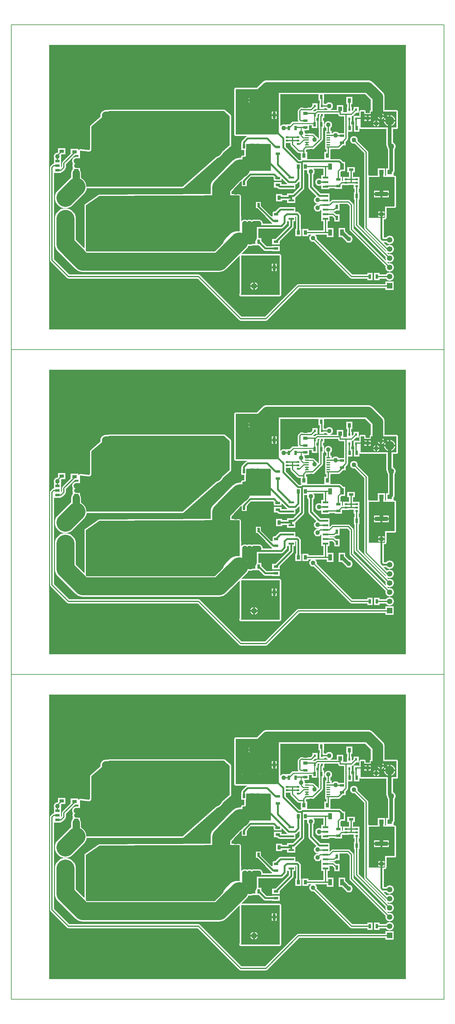
<source format=gtl>
%FSLAX42Y42*%
%MOMM*%
G71*
G01*
G75*
G04 Layer_Physical_Order=1*
G04 Layer_Color=255*
%ADD10C,0.20*%
%ADD11R,0.70X1.30*%
%ADD12R,1.30X0.90*%
%ADD13R,1.20X1.00*%
%ADD14R,0.90X1.60*%
%ADD15R,0.60X0.80*%
%ADD16R,1.30X0.70*%
%ADD17R,0.90X1.30*%
%ADD18R,0.80X0.60*%
%ADD19R,0.70X1.20*%
%ADD20R,1.00X1.70*%
%ADD21R,1.60X0.90*%
%ADD22R,1.30X1.30*%
%ADD23R,3.60X1.30*%
%ADD24R,1.50X0.60*%
%ADD25R,1.00X0.40*%
%ADD26R,1.00X1.20*%
%ADD27R,1.20X0.70*%
%ADD28C,0.50*%
%ADD29C,0.30*%
%ADD30C,2.00*%
%ADD31C,1.00*%
%ADD32C,0.25*%
%ADD33C,3.00*%
%ADD34C,5.00*%
%ADD35C,1.50*%
%ADD36C,1.30*%
%ADD37C,2.54*%
%ADD38C,1.60*%
%ADD39C,3.00*%
%ADD40C,1.50*%
%ADD41R,1.50X1.50*%
%ADD42C,1.27*%
%ADD43C,4.00*%
G36*
X3104Y2799D02*
X12992D01*
Y10687D01*
X3104D01*
Y2799D01*
D02*
G37*
%LPC*%
G36*
X4763Y8893D02*
X7948D01*
X7955Y8891D01*
X7962Y8891D01*
X7963Y8890D01*
X7964Y8890D01*
X7970Y8886D01*
X7975Y8883D01*
X7988Y8872D01*
X7988Y8872D01*
X8135Y8743D01*
X8135Y8742D01*
X8137Y8741D01*
X8140Y8736D01*
X8144Y8730D01*
X8145Y8729D01*
X8145Y8728D01*
X8147Y8721D01*
X8148Y8715D01*
X8148Y8714D01*
X8148Y8712D01*
Y8207D01*
Y7906D01*
X8148Y7905D01*
X8148Y7904D01*
X8147Y7897D01*
X8145Y7891D01*
X8145Y7890D01*
X8144Y7888D01*
X8140Y7883D01*
X8137Y7877D01*
X8135Y7877D01*
X8135Y7876D01*
X8110Y7854D01*
D01*
X7920Y7687D01*
X7899Y7652D01*
X7869Y7618D01*
X7834Y7588D01*
X7795Y7564D01*
X7765Y7552D01*
X6824Y6726D01*
X6818Y6722D01*
X6812Y6719D01*
X6811Y6718D01*
X6810Y6718D01*
X6803Y6717D01*
X6797Y6716D01*
X4141D01*
X4141Y6711D01*
X4130Y6667D01*
X4112Y6624D01*
X4089Y6585D01*
X4059Y6551D01*
X3754Y6246D01*
X3719Y6216D01*
X3680Y6192D01*
X3638Y6175D01*
X3594Y6164D01*
X3548Y6161D01*
X3503Y6164D01*
X3459Y6175D01*
X3416Y6192D01*
X3377Y6216D01*
X3343Y6246D01*
X3313Y6281D01*
X3289Y6320D01*
X3272Y6362D01*
X3261Y6406D01*
X3258Y6452D01*
X3261Y6497D01*
X3272Y6541D01*
X3289Y6584D01*
X3313Y6623D01*
X3343Y6657D01*
X3648Y6962D01*
X3682Y6992D01*
X3712Y7010D01*
Y7137D01*
X3717Y7174D01*
X3731Y7208D01*
X3753Y7237D01*
Y7266D01*
X3753D01*
Y7308D01*
X3751Y7313D01*
X3747Y7341D01*
X3751Y7368D01*
X3753Y7374D01*
Y7409D01*
X3753Y7410D01*
X3741Y7438D01*
X3737Y7468D01*
X3741Y7498D01*
X3753Y7526D01*
X3753Y7526D01*
Y7543D01*
X3766D01*
X3771Y7550D01*
X3795Y7568D01*
X3823Y7580D01*
X3853Y7584D01*
X3914D01*
Y7630D01*
X3907Y7637D01*
X3905Y7637D01*
X3905Y7637D01*
Y7637D01*
X3822D01*
X3567Y7381D01*
Y7290D01*
X3562Y7269D01*
X3550Y7250D01*
X3474Y7174D01*
X3456Y7162D01*
X3434Y7158D01*
X3433D01*
Y7139D01*
X3236D01*
Y4748D01*
X3661Y4323D01*
X7244D01*
X7266Y4319D01*
X7284Y4307D01*
X8436Y3155D01*
X9088D01*
X9973Y4040D01*
X9991Y4052D01*
X10013Y4057D01*
X12425D01*
Y4128D01*
X12655D01*
Y3898D01*
X12425D01*
Y3944D01*
X10036D01*
X9151Y3059D01*
X9151Y3059D01*
X9151D01*
X9151Y3059D01*
X9151D01*
X9151Y3059D01*
Y3059D01*
Y3059D01*
D01*
D01*
X9151D01*
Y3059D01*
X9132Y3047D01*
X9111Y3043D01*
X8412D01*
X8391Y3047D01*
X8373Y3059D01*
X8373Y3059D01*
X8373Y3059D01*
X7221Y4211D01*
X3637D01*
X3616Y4215D01*
X3598Y4228D01*
X3598Y4228D01*
X3598Y4228D01*
X3140Y4685D01*
X3128Y4703D01*
X3124Y4724D01*
X3124Y4724D01*
X3124Y4724D01*
Y4724D01*
Y7290D01*
X3128Y7311D01*
X3140Y7329D01*
X3191Y7380D01*
X3209Y7392D01*
X3231Y7397D01*
X3233D01*
Y7543D01*
X3233D01*
X3239Y7551D01*
X3232Y7568D01*
X3229Y7595D01*
X3232Y7622D01*
X3243Y7647D01*
X3259Y7668D01*
X3281Y7685D01*
X3306Y7695D01*
X3331Y7699D01*
X3342Y7709D01*
Y7820D01*
X3552D01*
Y7650D01*
X3441D01*
X3428Y7637D01*
X3434Y7622D01*
X3438Y7595D01*
X3434Y7568D01*
X3427Y7551D01*
X3433Y7543D01*
X3433D01*
Y7416D01*
X3433D01*
Y7309D01*
X3445Y7304D01*
X3454Y7313D01*
Y7404D01*
X3459Y7426D01*
X3471Y7444D01*
X3697Y7671D01*
Y7807D01*
X3907D01*
Y7771D01*
X3920Y7768D01*
X3921Y7770D01*
X3922Y7772D01*
X3922Y7773D01*
X3926Y7778D01*
X3930Y7784D01*
X3931Y7784D01*
X3932Y7786D01*
X3938Y7789D01*
X3943Y7792D01*
X3945Y7792D01*
X3946Y7793D01*
X3953Y7794D01*
X3959Y7795D01*
X3961Y7795D01*
X3962Y7795D01*
X4200Y7772D01*
X4232Y7804D01*
Y8422D01*
X4232Y8423D01*
X4232Y8425D01*
X4234Y8431D01*
X4235Y8438D01*
X4236Y8439D01*
X4236Y8440D01*
X4240Y8445D01*
X4244Y8451D01*
X4245Y8452D01*
X4246Y8453D01*
X4522Y8695D01*
Y8735D01*
X4527Y8771D01*
X4541Y8805D01*
X4546Y8812D01*
Y8823D01*
X4554D01*
X4563Y8835D01*
X4565Y8836D01*
X4566Y8837D01*
X4595Y8860D01*
X4629Y8874D01*
X4666Y8879D01*
X4732D01*
X4736Y8883D01*
X4742Y8886D01*
X4747Y8890D01*
X4749Y8890D01*
X4750Y8891D01*
X4756Y8891D01*
X4763Y8893D01*
D02*
G37*
G36*
X12540Y4383D02*
X12570Y4379D01*
X12598Y4368D01*
X12622Y4349D01*
X12640Y4325D01*
X12652Y4297D01*
X12656Y4267D01*
X12652Y4237D01*
X12640Y4209D01*
X12622Y4185D01*
X12598Y4167D01*
X12570Y4155D01*
X12540Y4151D01*
X12510Y4155D01*
X12482Y4167D01*
X12458Y4185D01*
X12440Y4209D01*
X12439Y4211D01*
X12259D01*
Y4162D01*
X12109D01*
Y4372D01*
X12259D01*
Y4323D01*
X12439D01*
X12440Y4325D01*
X12458Y4349D01*
X12482Y4368D01*
X12510Y4379D01*
X12540Y4383D01*
D02*
G37*
G36*
X9136Y9703D02*
X11943D01*
X11980Y9700D01*
X12016Y9689D01*
X12049Y9671D01*
X12078Y9647D01*
X12345Y9381D01*
X12369Y9352D01*
X12386Y9319D01*
X12397Y9283D01*
X12401Y9246D01*
Y8880D01*
X12726D01*
X12730Y8879D01*
X12734Y8879D01*
X12738Y8879D01*
X12742Y8877D01*
X12742Y8877D01*
X12743Y8877D01*
X12748Y8874D01*
X12752Y8872D01*
X12752Y8872D01*
X12752Y8872D01*
X12759Y8866D01*
X12764Y8861D01*
X12764Y8861D01*
X12764Y8861D01*
X12768Y8851D01*
X12768Y8851D01*
X12768Y8850D01*
X12770Y8846D01*
X12770Y8846D01*
X12770Y8846D01*
Y8846D01*
X12770Y8843D01*
X12771Y8839D01*
X12771Y8835D01*
Y8399D01*
X12771Y8395D01*
X12770Y8391D01*
X12770Y8387D01*
X12768Y8384D01*
X12768Y8383D01*
X12768Y8383D01*
X12766Y8377D01*
X12764Y8373D01*
X12764Y8373D01*
X12764Y8373D01*
X12757Y8366D01*
X12752Y8361D01*
X12752Y8361D01*
X12752Y8361D01*
X12743Y8357D01*
X12742Y8357D01*
X12742Y8357D01*
X12738Y8355D01*
X12738Y8355D01*
X12738Y8355D01*
X12738D01*
X12734Y8355D01*
X12730Y8355D01*
X12726Y8354D01*
X12631D01*
Y7986D01*
X12647Y7979D01*
X12672Y7960D01*
X12692Y7935D01*
X12704Y7905D01*
X12708Y7874D01*
X12704Y7843D01*
X12692Y7813D01*
X12678Y7795D01*
Y7207D01*
X12674Y7183D01*
X12665Y7161D01*
X12651Y7143D01*
X12648Y7140D01*
Y7064D01*
X12676D01*
X12680Y7063D01*
X12684Y7063D01*
X12687Y7062D01*
X12691Y7061D01*
X12691Y7061D01*
X12692Y7060D01*
X12697Y7058D01*
X12702Y7056D01*
X12702Y7056D01*
X12702Y7056D01*
X12708Y7050D01*
X12713Y7045D01*
X12713Y7045D01*
X12713Y7045D01*
X12717Y7035D01*
X12717Y7035D01*
X12717Y7034D01*
X12719Y7030D01*
X12719Y7030D01*
X12719Y7030D01*
Y7030D01*
X12720Y7027D01*
X12720Y7023D01*
X12720Y7019D01*
Y6218D01*
X12720Y6216D01*
Y6216D01*
X12720Y6215D01*
X12720Y6213D01*
X12720Y6212D01*
Y6210D01*
X12719Y6208D01*
Y6208D01*
X12719Y6207D01*
X12719Y6207D01*
Y6207D01*
X12717Y6203D01*
X12717Y6200D01*
X12716Y6199D01*
X12716Y6198D01*
X12716Y6198D01*
X12715Y6196D01*
X12713Y6192D01*
X12713Y6192D01*
X12713Y6192D01*
X12708Y6187D01*
X12708Y6187D01*
X12708Y6187D01*
X12705Y6184D01*
X12705Y6184D01*
X12704Y6184D01*
X12702Y6181D01*
X12702Y6181D01*
X12702Y6181D01*
X12699Y6179D01*
X12695Y6177D01*
X12692Y6175D01*
X12687Y6173D01*
X12683Y6172D01*
X12683Y6172D01*
X12683Y6172D01*
X12680Y6171D01*
X12676Y6170D01*
X12676D01*
X12675Y6170D01*
X12672Y6170D01*
X12671Y6169D01*
X12670Y6170D01*
X12668Y6169D01*
X12666Y6170D01*
X12453D01*
Y5908D01*
X12452Y5904D01*
X12452Y5900D01*
X12449Y5885D01*
X12448Y5881D01*
X12447Y5877D01*
X12445Y5874D01*
X12443Y5870D01*
X12440Y5867D01*
X12438Y5864D01*
X12435Y5862D01*
X12432Y5859D01*
X12428Y5857D01*
X12425Y5855D01*
X12421Y5854D01*
X12417Y5853D01*
X12413Y5853D01*
X12409Y5852D01*
X12376D01*
Y5349D01*
X12445D01*
X12458Y5365D01*
X12482Y5384D01*
X12510Y5395D01*
X12540Y5399D01*
X12570Y5395D01*
X12598Y5384D01*
X12622Y5365D01*
X12640Y5341D01*
X12652Y5313D01*
X12656Y5283D01*
X12652Y5253D01*
X12640Y5225D01*
X12622Y5201D01*
X12598Y5183D01*
X12570Y5171D01*
X12540Y5167D01*
X12510Y5171D01*
X12482Y5183D01*
X12458Y5201D01*
X12445Y5218D01*
X12384D01*
X12379Y5206D01*
X12467Y5118D01*
X12482Y5130D01*
X12510Y5141D01*
X12540Y5145D01*
X12570Y5141D01*
X12598Y5130D01*
X12622Y5111D01*
X12640Y5087D01*
X12652Y5059D01*
X12656Y5029D01*
X12652Y4999D01*
X12640Y4971D01*
X12622Y4947D01*
X12598Y4929D01*
X12570Y4917D01*
X12540Y4913D01*
X12510Y4917D01*
X12484Y4928D01*
X12477Y4917D01*
X12508Y4886D01*
X12510Y4887D01*
X12540Y4891D01*
X12570Y4887D01*
X12598Y4876D01*
X12622Y4857D01*
X12640Y4833D01*
X12652Y4805D01*
X12656Y4775D01*
X12652Y4745D01*
X12640Y4717D01*
X12622Y4693D01*
X12598Y4675D01*
X12570Y4663D01*
X12540Y4659D01*
X12510Y4663D01*
X12484Y4674D01*
X12477Y4663D01*
X12508Y4632D01*
X12510Y4633D01*
X12540Y4637D01*
X12570Y4633D01*
X12598Y4622D01*
X12622Y4603D01*
X12640Y4579D01*
X12652Y4551D01*
X12656Y4521D01*
X12652Y4491D01*
X12640Y4463D01*
X12622Y4439D01*
X12598Y4421D01*
X12570Y4409D01*
X12540Y4405D01*
X12510Y4409D01*
X12482Y4421D01*
X12458Y4439D01*
X12440Y4463D01*
X12428Y4491D01*
X12424Y4521D01*
X12428Y4551D01*
X12429Y4553D01*
X11446Y5536D01*
X11434Y5554D01*
X11430Y5575D01*
Y6225D01*
X11374Y6281D01*
X11155D01*
Y6093D01*
X11054D01*
X11043Y6082D01*
X11025Y6070D01*
X11004Y6065D01*
X10877D01*
Y6051D01*
Y6050D01*
X10978D01*
X11000Y6046D01*
X11018Y6034D01*
X11054Y5998D01*
X11155D01*
Y5788D01*
X11005D01*
Y5888D01*
X10955Y5938D01*
X10877D01*
Y5924D01*
Y5797D01*
X10818D01*
Y5611D01*
X10979D01*
Y5361D01*
X10799D01*
Y5430D01*
X10483D01*
X10479Y5418D01*
X10493Y5408D01*
X10510Y5386D01*
X10520Y5361D01*
X10523Y5334D01*
X10521Y5312D01*
X11509Y4323D01*
X11919D01*
Y4372D01*
X12069D01*
Y4162D01*
X11919D01*
Y4211D01*
X11486D01*
X11464Y4215D01*
X11446Y4228D01*
X11446Y4228D01*
X11446Y4228D01*
X10441Y5233D01*
X10419Y5230D01*
X10392Y5233D01*
X10367Y5244D01*
X10345Y5260D01*
X10329Y5282D01*
X10318Y5307D01*
X10315Y5334D01*
X10318Y5361D01*
X10329Y5386D01*
X10345Y5408D01*
X10367Y5424D01*
X10366Y5430D01*
X10288D01*
Y5381D01*
X10118D01*
Y5591D01*
X10288D01*
Y5542D01*
X10706D01*
Y5797D01*
X10647D01*
Y5924D01*
Y6051D01*
Y6114D01*
X10635Y6118D01*
X10620Y6098D01*
X10598Y6082D01*
X10573Y6071D01*
X10546Y6068D01*
X10519Y6071D01*
X10494Y6082D01*
X10472Y6098D01*
X10456Y6120D01*
X10445Y6145D01*
X10442Y6172D01*
X10445Y6199D01*
X10456Y6224D01*
X10472Y6246D01*
X10494Y6263D01*
X10519Y6273D01*
X10546Y6277D01*
X10556Y6275D01*
X10564Y6286D01*
X10564Y6286D01*
X10546Y6284D01*
X10519Y6287D01*
X10494Y6298D01*
X10472Y6314D01*
X10456Y6336D01*
X10445Y6361D01*
X10442Y6388D01*
X10445Y6415D01*
X10456Y6440D01*
X10472Y6462D01*
X10494Y6479D01*
X10508Y6484D01*
X10510Y6497D01*
X10309Y6697D01*
X10299Y6711D01*
X10294Y6722D01*
X10292Y6727D01*
X10290Y6744D01*
Y7095D01*
X10282Y7102D01*
X10265Y7123D01*
X10255Y7148D01*
X10251Y7175D01*
X10255Y7203D01*
X10250Y7210D01*
X10174D01*
Y6725D01*
X10172Y6708D01*
X10169Y6701D01*
X10165Y6692D01*
X10155Y6679D01*
X9927Y6451D01*
Y6445D01*
X9927D01*
Y6305D01*
X9697D01*
Y6386D01*
X9564D01*
Y6347D01*
X9394D01*
Y6557D01*
X9564D01*
Y6517D01*
X9697D01*
Y6572D01*
X9863D01*
X10043Y6752D01*
Y6893D01*
X10031Y6898D01*
X9970Y6837D01*
X9957Y6827D01*
X9947Y6823D01*
X9941Y6820D01*
X9927Y6818D01*
Y6813D01*
Y6686D01*
X9697D01*
Y6691D01*
X9492D01*
X9475Y6693D01*
X9468Y6696D01*
X9459Y6700D01*
X9446Y6710D01*
X9423Y6732D01*
X9336D01*
Y6882D01*
X9546D01*
Y6822D01*
X9697D01*
Y6826D01*
Y6840D01*
X9558Y6979D01*
X9546Y6974D01*
Y6922D01*
X9336D01*
Y6960D01*
X9325Y6976D01*
X9321Y6997D01*
X9325Y7019D01*
X9326Y7020D01*
X9312Y7033D01*
D01*
X8687Y7035D01*
X8607Y6955D01*
X8612Y6943D01*
X8603D01*
Y6931D01*
X8576Y6904D01*
Y6773D01*
X8568D01*
Y6773D01*
X8568D01*
X8568Y6773D01*
X8561Y6773D01*
Y6773D01*
X8441D01*
Y6911D01*
X8430Y6916D01*
X8367Y6853D01*
X8367Y6853D01*
X8222Y6708D01*
Y6687D01*
X8157Y6623D01*
Y6564D01*
X8166Y6555D01*
X8222Y6555D01*
Y6549D01*
X8231Y6540D01*
X8379Y6541D01*
X8379Y6541D01*
X8379Y6541D01*
X8384Y6540D01*
X8389Y6539D01*
X8389Y6539D01*
X8389Y6539D01*
X8393Y6536D01*
X8397Y6533D01*
X8397Y6533D01*
X8397Y6533D01*
X8406Y6524D01*
X8406Y6524D01*
X8406Y6524D01*
X8409Y6520D01*
X8412Y6516D01*
X8412Y6516D01*
X8412Y6516D01*
X8413Y6511D01*
X8414Y6506D01*
X8414Y6506D01*
X8414Y6506D01*
Y5931D01*
X8429D01*
Y5810D01*
X8441Y5806D01*
X8445Y5810D01*
X8452Y5816D01*
Y5828D01*
X8468D01*
X8469Y5829D01*
X8497Y5840D01*
X8527Y5844D01*
X8557Y5840D01*
X8585Y5829D01*
X8585Y5828D01*
X8595D01*
X8596Y5829D01*
X8624Y5840D01*
X8654Y5844D01*
X8684Y5840D01*
X8712Y5829D01*
X8712Y5828D01*
X8722D01*
X8723Y5829D01*
X8751Y5840D01*
X8781Y5844D01*
X8908D01*
X8938Y5840D01*
X8966Y5829D01*
X8966Y5828D01*
X8983D01*
Y5816D01*
X8990Y5810D01*
X9008Y5786D01*
X9020Y5758D01*
X9024Y5730D01*
X9285D01*
Y5746D01*
X9281Y5748D01*
X9267Y5758D01*
X9094Y5931D01*
X9099D01*
X9103Y5943D01*
X8883Y6163D01*
X8848D01*
X8848Y6163D01*
Y6163D01*
X8848D01*
X8841Y6163D01*
X8839Y6163D01*
X8839Y6163D01*
Y6163D01*
X8833D01*
Y6333D01*
X8839D01*
X8839Y6333D01*
Y6333D01*
X8841Y6333D01*
X8844D01*
X8848Y6333D01*
X8850Y6333D01*
X8850Y6333D01*
Y6333D01*
X8968D01*
Y6222D01*
X9259Y5931D01*
X9300D01*
Y5934D01*
X9300D01*
Y6054D01*
X9314D01*
Y6069D01*
X9373D01*
X9471Y6168D01*
X9485Y6178D01*
X9494Y6182D01*
X9500Y6185D01*
X9517Y6187D01*
X9697D01*
Y6191D01*
X9927D01*
Y6064D01*
Y6060D01*
X9975D01*
X9992Y6058D01*
X10007Y6051D01*
X10014Y6046D01*
X10021Y6041D01*
X10060Y6002D01*
X10070Y5989D01*
X10075Y5977D01*
X10077Y5973D01*
X10079Y5956D01*
Y5591D01*
X10098D01*
Y5381D01*
X9928D01*
Y5591D01*
X9948D01*
Y5929D01*
X9947Y5929D01*
X9927D01*
Y5924D01*
Y5797D01*
X9878D01*
Y5654D01*
X9875Y5637D01*
X9873Y5630D01*
X9869Y5621D01*
X9858Y5608D01*
X9495Y5245D01*
Y5157D01*
X9285D01*
Y5307D01*
X9373D01*
X9746Y5681D01*
Y5797D01*
X9697D01*
Y5753D01*
X9695Y5736D01*
X9692Y5728D01*
X9688Y5720D01*
X9678Y5707D01*
X9589Y5618D01*
X9576Y5607D01*
X9564Y5603D01*
X9560Y5601D01*
X9543Y5599D01*
X8897D01*
Y5342D01*
X8905Y5332D01*
X8983D01*
Y5250D01*
X9125Y5108D01*
X9285D01*
Y5117D01*
X9495D01*
Y4967D01*
X9285D01*
Y4977D01*
X9098D01*
X9081Y4979D01*
X9074Y4982D01*
X9065Y4986D01*
X9051Y4996D01*
X8915Y5132D01*
X8856D01*
Y5132D01*
X8750D01*
X8750Y5132D01*
X8722Y5120D01*
X8692Y5116D01*
X8673Y5119D01*
X8654Y5116D01*
X8628Y5120D01*
X8624Y5110D01*
X8600Y5071D01*
X8570Y5036D01*
X8438Y4904D01*
X8443Y4892D01*
X9492D01*
X9508Y4889D01*
X9521Y4880D01*
X9530Y4867D01*
X9533Y4851D01*
Y3759D01*
X9530Y3744D01*
X9521Y3730D01*
X9508Y3722D01*
X9492Y3718D01*
X8416D01*
X8410Y3720D01*
X8401Y3722D01*
X8401Y3722D01*
X8401D01*
X8396Y3724D01*
X8388Y3730D01*
X8388Y3730D01*
X8388Y3730D01*
X8379Y3744D01*
X8379Y3744D01*
X8374Y3755D01*
Y3755D01*
X8374Y3755D01*
X8372Y3763D01*
X8371Y3771D01*
Y3771D01*
Y3771D01*
X8372Y3777D01*
X8374Y3787D01*
X8374Y3787D01*
Y3787D01*
X8375Y3789D01*
X8383Y3800D01*
X8383Y3800D01*
X8384Y3801D01*
Y4834D01*
X8373Y4839D01*
X8014Y4481D01*
X8014Y4481D01*
X7980Y4451D01*
D01*
D01*
Y4451D01*
X7980Y4451D01*
D01*
D01*
X7980D01*
X7980Y4451D01*
Y4451D01*
X7980Y4451D01*
Y4451D01*
X7941Y4427D01*
X7899Y4410D01*
X7854Y4399D01*
X7809Y4395D01*
X7809Y4395D01*
X4031D01*
X4031Y4395D01*
X3985Y4399D01*
X3941Y4410D01*
X3899Y4427D01*
X3860Y4451D01*
X3825Y4481D01*
X3343Y4963D01*
X3343Y4963D01*
X3313Y4998D01*
X3289Y5037D01*
X3272Y5079D01*
X3261Y5123D01*
X3261Y5123D01*
X3261Y5123D01*
Y5123D01*
X3258Y5169D01*
X3258Y5169D01*
Y5867D01*
X3261Y5913D01*
X3272Y5957D01*
X3289Y5999D01*
X3313Y6038D01*
X3343Y6073D01*
X3377Y6103D01*
X3416Y6127D01*
X3459Y6144D01*
X3503Y6155D01*
X3548Y6158D01*
X3594Y6155D01*
X3638Y6144D01*
X3680Y6127D01*
X3719Y6103D01*
X3754Y6073D01*
X3784Y6038D01*
X3808Y5999D01*
X3825Y5957D01*
X3836Y5913D01*
X3839Y5867D01*
Y5289D01*
X4067Y5061D01*
X4079Y5066D01*
Y6243D01*
X4080Y6247D01*
X4080Y6251D01*
X4081Y6255D01*
X4082Y6259D01*
X4084Y6262D01*
X4086Y6266D01*
X4089Y6269D01*
X4091Y6272D01*
X4094Y6274D01*
X4097Y6277D01*
X4477Y6533D01*
X4480Y6535D01*
X4484Y6537D01*
X4488Y6538D01*
X4491Y6540D01*
X4495Y6540D01*
X4499Y6540D01*
X7576Y6553D01*
Y6743D01*
X7576Y6743D01*
X7579Y6789D01*
X7590Y6833D01*
X7607Y6875D01*
X7631Y6914D01*
X7661Y6949D01*
X7661Y6949D01*
X7966Y7254D01*
X7966Y7254D01*
X8184Y7472D01*
X8219Y7502D01*
X8258Y7526D01*
X8300Y7543D01*
X8344Y7554D01*
X8390Y7557D01*
X8390Y7557D01*
X8415D01*
X8423Y7578D01*
Y7578D01*
X8423D01*
X8423Y7586D01*
X8424Y7589D01*
Y7589D01*
X8426Y7593D01*
X8426Y7593D01*
X8426Y7594D01*
X8428Y7599D01*
X8430Y7604D01*
X8430Y7604D01*
X8430Y7604D01*
X8437Y7611D01*
X8441Y7615D01*
X8441Y7615D01*
X8441Y7615D01*
X8451Y7619D01*
X8452Y7620D01*
X8452Y7620D01*
X8456Y7621D01*
X8456Y7621D01*
X8456Y7621D01*
X8456D01*
X8459Y7622D01*
X8463Y7622D01*
X8467Y7623D01*
X8508D01*
X8512Y7623D01*
X8512Y7627D01*
Y7762D01*
Y7765D01*
X8513Y7767D01*
X8512Y7768D01*
X8513Y7770D01*
X8512Y7771D01*
X8512Y7774D01*
X8426D01*
Y7974D01*
X8436D01*
Y7988D01*
X8438Y8005D01*
X8440Y8010D01*
X8445Y8021D01*
X8455Y8035D01*
X8557Y8136D01*
X8570Y8147D01*
X8578Y8150D01*
X8586Y8153D01*
X8603Y8155D01*
X8595Y8163D01*
X8273D01*
X8257Y8167D01*
X8244Y8175D01*
X8235Y8189D01*
X8232Y8204D01*
Y9444D01*
X8231Y9450D01*
X8231Y9450D01*
X8231Y9450D01*
X8232Y9458D01*
X8234Y9466D01*
X8239Y9477D01*
X8243Y9484D01*
X8248Y9490D01*
X8248Y9490D01*
X8248Y9491D01*
X8254Y9495D01*
X8261Y9499D01*
X8261Y9499D01*
X8261Y9499D01*
X8269Y9501D01*
X8276Y9502D01*
X8856D01*
X9001Y9647D01*
X9030Y9671D01*
X9063Y9689D01*
X9099Y9700D01*
X9136Y9703D01*
D02*
G37*
G36*
X11129Y5611D02*
X11309D01*
Y5525D01*
X11423Y5411D01*
X11437Y5409D01*
X11462Y5399D01*
X11484Y5382D01*
X11500Y5361D01*
X11511Y5336D01*
X11514Y5309D01*
X11511Y5282D01*
X11500Y5256D01*
X11484Y5235D01*
X11462Y5218D01*
X11437Y5208D01*
X11410Y5204D01*
X11383Y5208D01*
X11358Y5218D01*
X11336Y5235D01*
X11319Y5256D01*
X11318Y5259D01*
X11216Y5361D01*
X11129D01*
Y5481D01*
X11128Y5486D01*
X11129Y5492D01*
Y5611D01*
D02*
G37*
%LPD*%
G36*
X10540Y8754D02*
Y8658D01*
X10511D01*
Y8589D01*
X10532D01*
Y8379D01*
X10382D01*
Y8455D01*
X10308D01*
Y8320D01*
X10229D01*
X10225Y8317D01*
X10203Y8313D01*
X10182Y8317D01*
X10182D01*
X10174Y8320D01*
D01*
X10168Y8309D01*
X10174Y8302D01*
X10184Y8276D01*
X10188Y8249D01*
X10187Y8248D01*
X10196Y8238D01*
X10338D01*
Y8232D01*
X10407D01*
X10428Y8228D01*
X10445Y8216D01*
X10495Y8166D01*
X10500Y8159D01*
X10509Y8155D01*
X10531Y8138D01*
X10548Y8117D01*
X10557Y8094D01*
X10570Y8091D01*
X10579Y8100D01*
Y8379D01*
X10572D01*
Y8589D01*
X10579D01*
Y8713D01*
X10583Y8734D01*
X10590Y8745D01*
Y8771D01*
X10557D01*
X10540Y8754D01*
D02*
G37*
G36*
X8425Y3785D02*
X8412Y3771D01*
X8416Y3759D01*
X9492D01*
Y4851D01*
X8425D01*
Y3785D01*
D02*
G37*
G36*
X10722Y8462D02*
Y8379D01*
X10691D01*
Y8077D01*
X10687Y8056D01*
X10675Y8038D01*
X10451Y7814D01*
X10451D01*
X10451Y7814D01*
X10451Y7814D01*
Y7814D01*
X10432Y7801D01*
X10411Y7797D01*
X10338D01*
Y7793D01*
X10240D01*
X10222Y7775D01*
Y7725D01*
X10251D01*
Y7520D01*
X10728D01*
Y7725D01*
X10787D01*
Y7793D01*
X10753D01*
Y7858D01*
Y7923D01*
Y7988D01*
Y8053D01*
Y8118D01*
Y8183D01*
Y8303D01*
X10787D01*
Y8380D01*
X10786Y8380D01*
X10764Y8397D01*
X10748Y8419D01*
X10737Y8444D01*
X10735Y8463D01*
X10722Y8462D01*
D02*
G37*
G36*
X10730Y8658D02*
X10691D01*
Y8589D01*
X10722D01*
Y8480D01*
X10735Y8479D01*
X10737Y8498D01*
X10748Y8523D01*
X10764Y8545D01*
X10786Y8561D01*
X10811Y8572D01*
X10838Y8575D01*
X10865Y8572D01*
X10890Y8561D01*
X10912Y8545D01*
X10929Y8523D01*
X10939Y8498D01*
X10943Y8471D01*
X10939Y8444D01*
X10929Y8419D01*
X10912Y8397D01*
X10899Y8387D01*
Y8303D01*
X10933D01*
Y8234D01*
X10953D01*
X10967Y8252D01*
X10989Y8269D01*
X11014Y8279D01*
X11041Y8283D01*
X11068Y8279D01*
X11093Y8269D01*
X11115Y8252D01*
X11123Y8241D01*
X11277D01*
Y8707D01*
X11168D01*
X11147Y8711D01*
X11129Y8723D01*
X11117Y8742D01*
X11112Y8763D01*
X11112Y8763D01*
X11112Y8763D01*
Y8763D01*
Y8771D01*
X10730D01*
Y8658D01*
D02*
G37*
G36*
X4500Y6500D02*
X4120Y6243D01*
Y4988D01*
X4145Y4962D01*
X7695D01*
X7921Y5189D01*
X7926Y5208D01*
X7942Y5248D01*
X7965Y5285D01*
X7993Y5317D01*
X7993Y5317D01*
X8116Y5440D01*
X8149Y5468D01*
X8186Y5491D01*
X8226Y5507D01*
X8268Y5518D01*
X8311Y5521D01*
X8311Y5521D01*
X8388D01*
Y6506D01*
X8379Y6515D01*
X4500Y6500D01*
D02*
G37*
G36*
X11969Y7022D02*
X11968Y7019D01*
Y5897D01*
X11969Y5893D01*
X11973Y5893D01*
X12409D01*
X12412Y5908D01*
Y6210D01*
X12666D01*
X12667Y6210D01*
X12668Y6210D01*
X12668D01*
X12668Y6210D01*
X12672Y6211D01*
X12676Y6213D01*
X12679Y6215D01*
X12679Y6216D01*
X12679Y6216D01*
Y6216D01*
X12680Y6218D01*
Y7019D01*
X12679Y7022D01*
X12676Y7023D01*
X11973D01*
X11969Y7022D01*
D02*
G37*
G36*
X9508Y8443D02*
X9520Y8439D01*
X9532Y8456D01*
X9554Y8472D01*
X9579Y8483D01*
X9606Y8486D01*
X9633Y8483D01*
X9658Y8472D01*
X9660Y8472D01*
X9671Y8477D01*
Y8487D01*
X9775D01*
X9835Y8547D01*
X9852Y8559D01*
X9873Y8563D01*
X10003D01*
X10009Y8574D01*
X9999Y8589D01*
X9995Y8611D01*
Y8852D01*
X9999Y8873D01*
X10011Y8892D01*
X10055Y8935D01*
X10073Y8948D01*
X10095Y8952D01*
X10119D01*
X10131Y8949D01*
X10352D01*
X10400Y8998D01*
Y9068D01*
X10540D01*
Y8908D01*
X10470D01*
X10418Y8856D01*
X10422Y8844D01*
X10472D01*
X10494Y8866D01*
X10512Y8879D01*
X10534Y8883D01*
X10823D01*
X10826Y8895D01*
X10811Y8901D01*
X10790Y8918D01*
X10776Y8936D01*
X10730D01*
Y8908D01*
X10590D01*
Y9068D01*
X10604D01*
Y9141D01*
X10572D01*
Y9321D01*
X9508D01*
Y8443D01*
D02*
G37*
G36*
X8561Y7789D02*
X8561D01*
X8553Y7780D01*
X8553Y7774D01*
X8554Y7767D01*
X8553Y7766D01*
X8554Y7765D01*
X8553Y7762D01*
Y7623D01*
X8550Y7607D01*
X8541Y7594D01*
X8528Y7585D01*
X8512Y7582D01*
X8467D01*
X8464Y7581D01*
X8463Y7578D01*
Y7565D01*
Y7195D01*
X9239D01*
X9239Y7195D01*
X9239D01*
X9249Y7197D01*
Y7918D01*
X9229Y7938D01*
X8561D01*
Y7789D01*
D02*
G37*
G36*
X10722Y9141D02*
X10716D01*
Y9068D01*
X10730D01*
Y9048D01*
X10776D01*
X10790Y9065D01*
X10811Y9082D01*
X10837Y9092D01*
X10864Y9096D01*
X10891Y9092D01*
X10916Y9082D01*
X10937Y9065D01*
X10954Y9044D01*
X10964Y9019D01*
X10968Y8992D01*
X10964Y8965D01*
X10954Y8939D01*
X10937Y8918D01*
X10916Y8901D01*
X10902Y8895D01*
X10904Y8883D01*
X11078D01*
Y9016D01*
X11258D01*
Y8819D01*
X11352D01*
Y8969D01*
X11366D01*
Y9039D01*
X11337D01*
Y9249D01*
X11507D01*
Y9039D01*
X11478D01*
Y8969D01*
X11492D01*
Y8865D01*
X11504Y8860D01*
X11542Y8899D01*
Y8969D01*
X11682D01*
Y8809D01*
X11612D01*
X11526Y8723D01*
X11508Y8711D01*
X11492Y8708D01*
Y8559D01*
X11478D01*
Y8487D01*
X11511D01*
Y8277D01*
X11390D01*
Y8090D01*
X11385Y8068D01*
X11373Y8050D01*
X11324Y8001D01*
Y7901D01*
X11249D01*
X11162Y7814D01*
X11144Y7801D01*
X11122Y7797D01*
X10933D01*
Y7793D01*
X10899D01*
Y7650D01*
X10898Y7643D01*
Y7520D01*
X11143D01*
X11160Y7518D01*
X11168Y7515D01*
X11176Y7512D01*
X11189Y7501D01*
X11250Y7440D01*
X11309D01*
Y7190D01*
X11199D01*
X11174Y7165D01*
Y7035D01*
X11223D01*
Y6921D01*
X11246D01*
Y7030D01*
X11406D01*
Y7030D01*
X11408D01*
X11417Y7039D01*
Y7152D01*
X11368D01*
Y7302D01*
X11578D01*
Y7152D01*
X11529D01*
Y7016D01*
X11546D01*
Y7030D01*
X11706D01*
Y6890D01*
Y6795D01*
Y6700D01*
X11682D01*
Y6607D01*
X11701D01*
Y6397D01*
X11682D01*
Y5713D01*
X12428Y4966D01*
X12439Y4974D01*
X12428Y4998D01*
X11853Y5574D01*
X11840Y5592D01*
X11836Y5613D01*
Y7686D01*
X11572Y7950D01*
X11549Y7947D01*
X11522Y7951D01*
X11497Y7961D01*
X11476Y7978D01*
X11459Y8000D01*
X11449Y8025D01*
X11445Y8052D01*
X11449Y8079D01*
X11459Y8104D01*
X11476Y8126D01*
X11497Y8142D01*
X11522Y8153D01*
X11549Y8156D01*
X11576Y8153D01*
X11602Y8142D01*
X11623Y8126D01*
X11640Y8104D01*
X11650Y8079D01*
X11654Y8052D01*
X11651Y8030D01*
X11932Y7749D01*
X11944Y7730D01*
X11948Y7709D01*
Y7107D01*
X11951Y7092D01*
X11961Y7062D01*
X11961D01*
X11965Y7063D01*
X11969Y7063D01*
X11973Y7064D01*
X12208D01*
Y7268D01*
X12418D01*
Y7064D01*
X12438D01*
Y7268D01*
X12496D01*
Y7795D01*
X12482Y7813D01*
X12470Y7843D01*
X12466Y7869D01*
X12461Y7875D01*
X12452Y7897D01*
X12449Y7921D01*
Y8354D01*
X11744D01*
X11740Y8355D01*
X11736D01*
X11732Y8355D01*
X11732Y8355D01*
X11732D01*
X11729Y8357D01*
X11728Y8357D01*
X11728Y8357D01*
X11728Y8357D01*
X11724Y8358D01*
X11721Y8360D01*
X11718Y8362D01*
X11718Y8362D01*
X11718Y8362D01*
X11717Y8362D01*
X11714Y8365D01*
X11712Y8366D01*
X11704Y8362D01*
X11701Y8360D01*
Y8277D01*
X11551D01*
Y8487D01*
X11556D01*
Y8559D01*
X11542D01*
Y8719D01*
X11682D01*
Y8705D01*
X11699D01*
Y8835D01*
X11699Y8835D01*
X11700Y8839D01*
X11700Y8843D01*
X11701Y8846D01*
X11702Y8850D01*
X11702Y8851D01*
X11703Y8851D01*
X11705Y8857D01*
X11707Y8861D01*
X11707Y8861D01*
X11707Y8861D01*
X11713Y8868D01*
X11718Y8872D01*
X11718Y8872D01*
X11718Y8872D01*
X11726Y8876D01*
X11728Y8877D01*
X11728Y8877D01*
X11729Y8877D01*
X11733Y8879D01*
X11733Y8879D01*
X11733D01*
X11733D01*
X11736Y8879D01*
X11740Y8879D01*
X11744Y8880D01*
X11840D01*
X11856Y8877D01*
X11869Y8868D01*
X11878Y8855D01*
X11881Y8839D01*
Y8810D01*
X11980D01*
Y8839D01*
X11983Y8855D01*
X11992Y8868D01*
X12005Y8877D01*
X12019Y8880D01*
Y9167D01*
X11864Y9321D01*
X10722D01*
Y9141D01*
D02*
G37*
G36*
X10431Y7248D02*
X10446Y7228D01*
X10456Y7203D01*
X10460Y7175D01*
X10456Y7148D01*
X10446Y7123D01*
X10429Y7102D01*
X10421Y7095D01*
Y6771D01*
X10624Y6568D01*
X10647D01*
Y6572D01*
X10877D01*
Y6432D01*
Y6345D01*
X10889Y6340D01*
X10926Y6377D01*
X10944Y6389D01*
X10965Y6393D01*
X11397D01*
X11418Y6389D01*
X11437Y6377D01*
X11526Y6288D01*
X11538Y6270D01*
X11542Y6248D01*
Y5599D01*
X12428Y4712D01*
X12439Y4720D01*
X12428Y4745D01*
X12424Y4775D01*
X12428Y4805D01*
X12429Y4807D01*
X11586Y5650D01*
X11586Y5650D01*
X11586Y5650D01*
X11574Y5668D01*
X11570Y5690D01*
Y6397D01*
X11551D01*
Y6607D01*
X11570D01*
Y6700D01*
X11546D01*
Y6795D01*
Y6809D01*
X11406D01*
Y6795D01*
X11246D01*
Y6802D01*
X11234Y6807D01*
X11223Y6795D01*
Y6695D01*
X11013D01*
Y6714D01*
X10877D01*
Y6686D01*
X10647D01*
Y6788D01*
X10636Y6793D01*
X10611Y6783D01*
X10584Y6779D01*
X10557Y6783D01*
X10532Y6793D01*
X10510Y6810D01*
X10494Y6831D01*
X10483Y6856D01*
X10480Y6883D01*
X10483Y6910D01*
X10494Y6936D01*
X10510Y6957D01*
X10532Y6974D01*
X10557Y6984D01*
X10584Y6988D01*
X10611Y6984D01*
X10636Y6974D01*
X10647Y6979D01*
Y7080D01*
X10706D01*
Y7259D01*
X10436D01*
X10431Y7248D01*
D02*
G37*
G36*
X11741Y8839D02*
X11740Y8835D01*
X11740Y8835D01*
X11740D01*
Y8705D01*
Y8396D01*
X11740Y8395D01*
X11744Y8395D01*
X12726D01*
X12730Y8395D01*
X12731Y8399D01*
Y8835D01*
X12730Y8839D01*
X12726Y8839D01*
X12020D01*
Y8769D01*
X11840D01*
Y8839D01*
X11744D01*
X11741Y8839D01*
D02*
G37*
G36*
X8271Y9450D02*
X8273Y9449D01*
Y8204D01*
X9417D01*
X9479Y8268D01*
X9467Y8281D01*
Y9461D01*
X8276D01*
X8271Y9450D01*
D02*
G37*
G36*
X4738Y8830D02*
X4726Y8819D01*
X4730Y8808D01*
X4771D01*
Y8763D01*
X4666D01*
Y8738D01*
X4641D01*
Y8668D01*
X4561D01*
X4561Y8668D01*
Y8668D01*
X4556Y8670D01*
X4273Y8422D01*
Y7724D01*
X3958Y7754D01*
X3954Y7745D01*
X3954D01*
X3954Y7745D01*
Y7211D01*
X3962Y7200D01*
X3975Y7170D01*
X3979Y7137D01*
Y7002D01*
X4015Y6980D01*
X4048Y6951D01*
X4076Y6919D01*
X4099Y6882D01*
X4116Y6842D01*
X4126Y6800D01*
X4129Y6756D01*
X6797D01*
X8083Y7885D01*
X8108Y7906D01*
Y8207D01*
Y8712D01*
X7961Y8841D01*
X7948Y8852D01*
X4763D01*
X4738Y8830D01*
D02*
G37*
G36*
X9659Y7863D02*
X9818Y7704D01*
X9818Y7704D01*
X10026Y7496D01*
X10075D01*
X10081Y7501D01*
X10094Y7512D01*
X10102Y7515D01*
D01*
X10102D01*
X10102Y7515D01*
X10081D01*
Y7691D01*
X10025D01*
X10004Y7695D01*
X9986Y7707D01*
X9808Y7885D01*
X9796Y7903D01*
X9792Y7925D01*
Y7963D01*
X9780D01*
Y7963D01*
X9659D01*
Y7863D01*
D02*
G37*
%LPC*%
G36*
X6188Y5457D02*
X6198Y5456D01*
X6230Y5446D01*
X6261Y5429D01*
X6288Y5408D01*
X6309Y5381D01*
X6326Y5350D01*
X6336Y5318D01*
X6337Y5308D01*
X6188D01*
Y5457D01*
D02*
G37*
G36*
X5688D02*
X5698Y5456D01*
X5730Y5446D01*
X5761Y5429D01*
X5788Y5408D01*
X5809Y5381D01*
X5826Y5350D01*
X5836Y5318D01*
X5837Y5308D01*
X5688D01*
Y5457D01*
D02*
G37*
G36*
X6138D02*
Y5308D01*
X5990D01*
X5991Y5318D01*
X6001Y5350D01*
X6017Y5381D01*
X6039Y5408D01*
X6066Y5429D01*
X6096Y5446D01*
X6129Y5456D01*
X6138Y5457D01*
D02*
G37*
G36*
X7180D02*
X7190Y5456D01*
X7222Y5446D01*
X7253Y5429D01*
X7280Y5408D01*
X7301Y5381D01*
X7318Y5350D01*
X7328Y5318D01*
X7329Y5308D01*
X7180D01*
Y5457D01*
D02*
G37*
G36*
X7638D02*
Y5308D01*
X7490D01*
X7491Y5318D01*
X7501Y5350D01*
X7517Y5381D01*
X7539Y5408D01*
X7566Y5429D01*
X7596Y5446D01*
X7629Y5456D01*
X7638Y5457D01*
D02*
G37*
G36*
X7130D02*
Y5308D01*
X6982D01*
X6983Y5318D01*
X6993Y5350D01*
X7009Y5381D01*
X7031Y5408D01*
X7058Y5429D01*
X7088Y5446D01*
X7121Y5456D01*
X7130Y5457D01*
D02*
G37*
G36*
X6622D02*
Y5308D01*
X6474D01*
X6475Y5318D01*
X6485Y5350D01*
X6501Y5381D01*
X6523Y5408D01*
X6550Y5429D01*
X6580Y5446D01*
X6613Y5456D01*
X6622Y5457D01*
D02*
G37*
G36*
X6672D02*
X6682Y5456D01*
X6714Y5446D01*
X6745Y5429D01*
X6772Y5408D01*
X6793Y5381D01*
X6810Y5350D01*
X6820Y5318D01*
X6821Y5308D01*
X6672D01*
Y5457D01*
D02*
G37*
G36*
X12338Y6528D02*
X12518D01*
Y6463D01*
X12338D01*
Y6528D01*
D02*
G37*
G36*
X12226Y6069D02*
X12286D01*
Y6019D01*
X12226D01*
Y6069D01*
D02*
G37*
G36*
X12336D02*
X12396D01*
Y6019D01*
X12336D01*
Y6069D01*
D02*
G37*
G36*
X12108Y6643D02*
X12288D01*
Y6578D01*
X12108D01*
Y6643D01*
D02*
G37*
G36*
X12338D02*
X12518D01*
Y6578D01*
X12338D01*
Y6643D01*
D02*
G37*
G36*
X12108Y6528D02*
X12288D01*
Y6463D01*
X12108D01*
Y6528D01*
D02*
G37*
G36*
X12226Y5969D02*
X12286D01*
Y5919D01*
X12226D01*
Y5969D01*
D02*
G37*
G36*
X5138Y5457D02*
Y5308D01*
X4990D01*
X4991Y5318D01*
X5001Y5350D01*
X5017Y5381D01*
X5039Y5408D01*
X5066Y5429D01*
X5096Y5446D01*
X5129Y5456D01*
X5138Y5457D01*
D02*
G37*
G36*
X5188D02*
X5198Y5456D01*
X5230Y5446D01*
X5261Y5429D01*
X5288Y5408D01*
X5309Y5381D01*
X5326Y5350D01*
X5336Y5318D01*
X5337Y5308D01*
X5188D01*
Y5457D01*
D02*
G37*
G36*
X5638D02*
Y5308D01*
X5490D01*
X5491Y5318D01*
X5501Y5350D01*
X5517Y5381D01*
X5539Y5408D01*
X5566Y5429D01*
X5596Y5446D01*
X5629Y5456D01*
X5638Y5457D01*
D02*
G37*
G36*
X12336Y5969D02*
X12396D01*
Y5919D01*
X12336D01*
Y5969D01*
D02*
G37*
G36*
X4638Y5457D02*
Y5308D01*
X4490D01*
X4491Y5318D01*
X4501Y5350D01*
X4517Y5381D01*
X4539Y5408D01*
X4566Y5429D01*
X4596Y5446D01*
X4629Y5456D01*
X4638Y5457D01*
D02*
G37*
G36*
X4688D02*
X4698Y5456D01*
X4730Y5446D01*
X4761Y5429D01*
X4788Y5408D01*
X4809Y5381D01*
X4826Y5350D01*
X4836Y5318D01*
X4837Y5308D01*
X4688D01*
Y5457D01*
D02*
G37*
G36*
X8467Y4687D02*
X8502D01*
Y4627D01*
X8467D01*
Y4687D01*
D02*
G37*
G36*
X8933D02*
X8968D01*
Y4627D01*
X8933D01*
Y4687D01*
D02*
G37*
G36*
X8596Y4797D02*
Y4797D01*
X8629D01*
Y4712D01*
Y4627D01*
X8594D01*
X8594Y4627D01*
Y4627D01*
X8594D01*
X8587Y4627D01*
X8585Y4627D01*
X8585Y4627D01*
Y4627D01*
X8552D01*
Y4712D01*
Y4797D01*
X8585D01*
X8585Y4797D01*
Y4797D01*
X8587Y4797D01*
X8590Y4797D01*
X8594Y4797D01*
X8596Y4797D01*
X8596Y4797D01*
D02*
G37*
G36*
X8933Y4797D02*
X8968D01*
Y4737D01*
X8933D01*
Y4797D01*
D02*
G37*
G36*
X8839Y4797D02*
Y4797D01*
X8841Y4797D01*
X8844Y4797D01*
X8848Y4797D01*
X8850Y4797D01*
X8850Y4797D01*
Y4797D01*
X8883D01*
Y4712D01*
Y4627D01*
X8848D01*
Y4627D01*
X8841Y4627D01*
X8839Y4627D01*
X8839Y4627D01*
Y4627D01*
X8806D01*
Y4712D01*
Y4797D01*
X8839D01*
X8839Y4797D01*
D02*
G37*
G36*
X8712D02*
Y4797D01*
X8714Y4797D01*
X8717D01*
X8721D01*
X8723Y4797D01*
X8723Y4797D01*
Y4797D01*
X8756D01*
Y4712D01*
Y4627D01*
X8721D01*
Y4627D01*
X8714D01*
X8712Y4627D01*
X8712Y4627D01*
Y4627D01*
X8679D01*
Y4712D01*
Y4797D01*
X8712D01*
X8712Y4797D01*
D02*
G37*
G36*
X8467Y4797D02*
X8502D01*
Y4737D01*
X8467D01*
Y4797D01*
D02*
G37*
G36*
X9270Y4626D02*
X9315D01*
Y4546D01*
X9270D01*
Y4626D01*
D02*
G37*
G36*
X8806Y4108D02*
X8808Y4107D01*
X8834Y4097D01*
X8856Y4080D01*
X8873Y4058D01*
X8883Y4033D01*
X8883Y4030D01*
X8806D01*
Y4108D01*
D02*
G37*
G36*
X8678Y3980D02*
X8756D01*
Y3903D01*
X8753Y3903D01*
X8728Y3913D01*
X8706Y3930D01*
X8689Y3952D01*
X8679Y3978D01*
X8678Y3980D01*
D02*
G37*
G36*
X8806D02*
X8883D01*
X8883Y3978D01*
X8873Y3952D01*
X8856Y3930D01*
X8834Y3913D01*
X8808Y3903D01*
X8806Y3903D01*
Y3980D01*
D02*
G37*
G36*
X8756Y4108D02*
Y4030D01*
X8678D01*
X8679Y4033D01*
X8689Y4058D01*
X8706Y4080D01*
X8728Y4097D01*
X8753Y4107D01*
X8756Y4108D01*
D02*
G37*
G36*
X9365Y4626D02*
X9410D01*
Y4546D01*
X9365D01*
Y4626D01*
D02*
G37*
G36*
X9270Y4496D02*
X9315D01*
Y4416D01*
X9270D01*
Y4496D01*
D02*
G37*
G36*
X9365D02*
X9410D01*
Y4416D01*
X9365D01*
Y4496D01*
D02*
G37*
G36*
X5188Y5258D02*
X5337D01*
X5336Y5249D01*
X5326Y5216D01*
X5309Y5186D01*
X5288Y5159D01*
X5261Y5137D01*
X5230Y5121D01*
X5198Y5111D01*
X5188Y5110D01*
Y5258D01*
D02*
G37*
G36*
X5490D02*
X5638D01*
Y5110D01*
X5629Y5111D01*
X5596Y5121D01*
X5566Y5137D01*
X5539Y5159D01*
X5517Y5186D01*
X5501Y5216D01*
X5491Y5249D01*
X5490Y5258D01*
D02*
G37*
G36*
X5688D02*
X5837D01*
X5836Y5249D01*
X5826Y5216D01*
X5809Y5186D01*
X5788Y5159D01*
X5761Y5137D01*
X5730Y5121D01*
X5698Y5111D01*
X5688Y5110D01*
Y5258D01*
D02*
G37*
G36*
X4990D02*
X5138D01*
Y5110D01*
X5129Y5111D01*
X5096Y5121D01*
X5066Y5137D01*
X5039Y5159D01*
X5017Y5186D01*
X5001Y5216D01*
X4991Y5249D01*
X4990Y5258D01*
D02*
G37*
G36*
X7688Y5457D02*
X7698Y5456D01*
X7730Y5446D01*
X7761Y5429D01*
X7788Y5408D01*
X7809Y5381D01*
X7826Y5350D01*
X7836Y5318D01*
X7837Y5308D01*
X7688D01*
Y5457D01*
D02*
G37*
G36*
X4490Y5258D02*
X4638D01*
Y5110D01*
X4629Y5111D01*
X4596Y5121D01*
X4566Y5137D01*
X4539Y5159D01*
X4517Y5186D01*
X4501Y5216D01*
X4491Y5249D01*
X4490Y5258D01*
D02*
G37*
G36*
X4688D02*
X4837D01*
X4836Y5249D01*
X4826Y5216D01*
X4809Y5186D01*
X4788Y5159D01*
X4761Y5137D01*
X4730Y5121D01*
X4698Y5111D01*
X4688Y5110D01*
Y5258D01*
D02*
G37*
G36*
X5990D02*
X6138D01*
Y5110D01*
X6129Y5111D01*
X6096Y5121D01*
X6066Y5137D01*
X6039Y5159D01*
X6017Y5186D01*
X6001Y5216D01*
X5991Y5249D01*
X5990Y5258D01*
D02*
G37*
G36*
X7180D02*
X7329D01*
X7328Y5249D01*
X7318Y5216D01*
X7301Y5186D01*
X7280Y5159D01*
X7253Y5137D01*
X7222Y5121D01*
X7190Y5111D01*
X7180Y5110D01*
Y5258D01*
D02*
G37*
G36*
X7490D02*
X7638D01*
Y5110D01*
X7629Y5111D01*
X7596Y5121D01*
X7566Y5137D01*
X7539Y5159D01*
X7517Y5186D01*
X7501Y5216D01*
X7491Y5249D01*
X7490Y5258D01*
D02*
G37*
G36*
X7688D02*
X7837D01*
X7836Y5249D01*
X7826Y5216D01*
X7809Y5186D01*
X7788Y5159D01*
X7761Y5137D01*
X7730Y5121D01*
X7698Y5111D01*
X7688Y5110D01*
Y5258D01*
D02*
G37*
G36*
X6982D02*
X7130D01*
Y5110D01*
X7121Y5111D01*
X7088Y5121D01*
X7058Y5137D01*
X7031Y5159D01*
X7009Y5186D01*
X6993Y5216D01*
X6983Y5249D01*
X6982Y5258D01*
D02*
G37*
G36*
X6188D02*
X6337D01*
X6336Y5249D01*
X6326Y5216D01*
X6309Y5186D01*
X6288Y5159D01*
X6261Y5137D01*
X6230Y5121D01*
X6198Y5111D01*
X6188Y5110D01*
Y5258D01*
D02*
G37*
G36*
X6474D02*
X6622D01*
Y5110D01*
X6613Y5111D01*
X6580Y5121D01*
X6550Y5137D01*
X6523Y5159D01*
X6501Y5186D01*
X6485Y5216D01*
X6475Y5249D01*
X6474Y5258D01*
D02*
G37*
G36*
X6672D02*
X6821D01*
X6820Y5249D01*
X6810Y5216D01*
X6793Y5186D01*
X6772Y5159D01*
X6745Y5137D01*
X6714Y5121D01*
X6682Y5111D01*
X6672Y5110D01*
Y5258D01*
D02*
G37*
G36*
X11840Y8624D02*
X11905D01*
Y8579D01*
X11840D01*
Y8624D01*
D02*
G37*
G36*
X12565Y8735D02*
X12570Y8735D01*
X12598Y8726D01*
X12625Y8712D01*
X12648Y8693D01*
X12667Y8670D01*
X12681Y8644D01*
X12690Y8615D01*
X12690Y8610D01*
X12565D01*
Y8735D01*
D02*
G37*
G36*
X12147Y8594D02*
Y8534D01*
X12086D01*
X12094Y8554D01*
X12109Y8572D01*
X12127Y8586D01*
X12147Y8594D01*
D02*
G37*
G36*
X11955Y8624D02*
X12020D01*
Y8579D01*
X11955D01*
Y8624D01*
D02*
G37*
G36*
X12213Y8687D02*
X12274D01*
Y8627D01*
X12254Y8635D01*
X12236Y8649D01*
X12221Y8668D01*
X12213Y8687D01*
D02*
G37*
G36*
X9365Y8713D02*
X9410D01*
Y8633D01*
X9365D01*
Y8713D01*
D02*
G37*
G36*
X12515Y8735D02*
Y8610D01*
X12390D01*
X12390Y8615D01*
X12399Y8644D01*
X12413Y8670D01*
X12432Y8693D01*
X12455Y8712D01*
X12482Y8726D01*
X12510Y8735D01*
X12515Y8735D01*
D02*
G37*
G36*
X12324Y8687D02*
X12384D01*
X12376Y8668D01*
X12362Y8649D01*
X12343Y8635D01*
X12324Y8627D01*
Y8687D01*
D02*
G37*
G36*
X12086Y8484D02*
X12147D01*
Y8424D01*
X12127Y8432D01*
X12109Y8446D01*
X12094Y8464D01*
X12086Y8484D01*
D02*
G37*
G36*
X12565Y8560D02*
X12690D01*
X12690Y8555D01*
X12681Y8527D01*
X12667Y8500D01*
X12648Y8477D01*
X12625Y8458D01*
X12598Y8444D01*
X12570Y8435D01*
X12565Y8435D01*
Y8560D01*
D02*
G37*
G36*
X8441Y8479D02*
X8476D01*
Y8419D01*
X8441D01*
Y8479D01*
D02*
G37*
G36*
X12197Y8484D02*
X12257D01*
X12249Y8464D01*
X12235Y8446D01*
X12216Y8432D01*
X12197Y8424D01*
Y8484D01*
D02*
G37*
G36*
X8559Y8479D02*
Y8479D01*
X8561Y8479D01*
X8565Y8479D01*
X8568Y8479D01*
X8570Y8479D01*
X8570Y8479D01*
Y8479D01*
X8603D01*
Y8394D01*
Y8309D01*
X8568D01*
Y8309D01*
X8561Y8309D01*
X8559Y8309D01*
X8559Y8309D01*
Y8309D01*
X8526D01*
Y8394D01*
Y8479D01*
X8559D01*
X8559Y8479D01*
D02*
G37*
G36*
X12197Y8594D02*
X12216Y8586D01*
X12235Y8572D01*
X12249Y8554D01*
X12257Y8534D01*
X12197D01*
Y8594D01*
D02*
G37*
G36*
X12390Y8560D02*
X12515D01*
Y8435D01*
X12510Y8435D01*
X12482Y8444D01*
X12455Y8458D01*
X12432Y8477D01*
X12413Y8500D01*
X12399Y8527D01*
X12390Y8555D01*
X12390Y8560D01*
D02*
G37*
G36*
X8686Y8479D02*
Y8479D01*
X8688Y8479D01*
X8692D01*
X8695D01*
X8697Y8479D01*
X8697Y8479D01*
Y8479D01*
X8730D01*
Y8394D01*
Y8309D01*
X8695D01*
Y8309D01*
X8688D01*
X8686Y8309D01*
X8686Y8309D01*
Y8309D01*
X8653D01*
Y8394D01*
Y8479D01*
X8686D01*
X8686Y8479D01*
D02*
G37*
G36*
X5707Y8808D02*
X5787D01*
Y8763D01*
X5707D01*
Y8808D01*
D02*
G37*
G36*
X5577D02*
X5657D01*
Y8763D01*
X5577D01*
Y8808D01*
D02*
G37*
G36*
X9365Y8843D02*
X9410D01*
Y8763D01*
X9365D01*
Y8843D01*
D02*
G37*
G36*
X9270D02*
X9315D01*
Y8763D01*
X9270D01*
Y8843D01*
D02*
G37*
G36*
X8755Y9255D02*
X8757Y9254D01*
X8783Y9244D01*
X8805Y9227D01*
X8822Y9205D01*
X8832Y9179D01*
X8833Y9177D01*
X8755D01*
Y9255D01*
D02*
G37*
G36*
X8705D02*
Y9177D01*
X8627D01*
X8628Y9179D01*
X8638Y9205D01*
X8655Y9227D01*
X8677Y9244D01*
X8703Y9254D01*
X8705Y9255D01*
D02*
G37*
G36*
X8755Y9127D02*
X8833D01*
X8832Y9125D01*
X8822Y9099D01*
X8805Y9077D01*
X8783Y9060D01*
X8757Y9050D01*
X8755Y9049D01*
Y9127D01*
D02*
G37*
G36*
X8627D02*
X8705D01*
Y9049D01*
X8703Y9050D01*
X8677Y9060D01*
X8655Y9077D01*
X8638Y9099D01*
X8628Y9125D01*
X8627Y9127D01*
D02*
G37*
G36*
X5577Y8713D02*
X5657D01*
Y8668D01*
X5577D01*
Y8713D01*
D02*
G37*
G36*
X4691D02*
X4771D01*
Y8668D01*
X4691D01*
Y8713D01*
D02*
G37*
G36*
X9270D02*
X9315D01*
Y8633D01*
X9270D01*
Y8713D01*
D02*
G37*
G36*
X5707D02*
X5787D01*
Y8668D01*
X5707D01*
Y8713D01*
D02*
G37*
G36*
X12324Y8798D02*
X12343Y8790D01*
X12362Y8775D01*
X12376Y8757D01*
X12384Y8737D01*
X12324D01*
Y8798D01*
D02*
G37*
G36*
X12274D02*
Y8737D01*
X12213D01*
X12221Y8757D01*
X12236Y8775D01*
X12254Y8790D01*
X12274Y8798D01*
D02*
G37*
G36*
X11955Y8719D02*
X12020D01*
Y8674D01*
X11955D01*
Y8719D01*
D02*
G37*
G36*
X11840D02*
X11905D01*
Y8674D01*
X11840D01*
Y8719D01*
D02*
G37*
G36*
X5148Y7798D02*
X5297D01*
X5296Y7789D01*
X5286Y7756D01*
X5269Y7726D01*
X5248Y7699D01*
X5221Y7677D01*
X5190Y7661D01*
X5158Y7651D01*
X5148Y7650D01*
Y7798D01*
D02*
G37*
G36*
X4950D02*
X5098D01*
Y7650D01*
X5089Y7651D01*
X5056Y7661D01*
X5026Y7677D01*
X4999Y7699D01*
X4977Y7726D01*
X4961Y7756D01*
X4951Y7789D01*
X4950Y7798D01*
D02*
G37*
G36*
X5688D02*
X5837D01*
X5836Y7789D01*
X5826Y7756D01*
X5809Y7726D01*
X5788Y7699D01*
X5761Y7677D01*
X5730Y7661D01*
X5698Y7651D01*
X5688Y7650D01*
Y7798D01*
D02*
G37*
G36*
X5490D02*
X5638D01*
Y7650D01*
X5629Y7651D01*
X5596Y7661D01*
X5566Y7677D01*
X5539Y7699D01*
X5517Y7726D01*
X5501Y7756D01*
X5491Y7789D01*
X5490Y7798D01*
D02*
G37*
G36*
X7688Y7997D02*
X7698Y7996D01*
X7730Y7986D01*
X7761Y7969D01*
X7788Y7948D01*
X7809Y7921D01*
X7826Y7890D01*
X7836Y7858D01*
X7837Y7848D01*
X7688D01*
Y7997D01*
D02*
G37*
G36*
X7638D02*
Y7848D01*
X7490D01*
X7491Y7858D01*
X7501Y7890D01*
X7517Y7921D01*
X7539Y7948D01*
X7566Y7969D01*
X7596Y7986D01*
X7629Y7996D01*
X7638Y7997D01*
D02*
G37*
G36*
X4688Y7798D02*
X4837D01*
X4836Y7789D01*
X4826Y7756D01*
X4809Y7726D01*
X4788Y7699D01*
X4761Y7677D01*
X4730Y7661D01*
X4698Y7651D01*
X4688Y7650D01*
Y7798D01*
D02*
G37*
G36*
X4490D02*
X4638D01*
Y7650D01*
X4629Y7651D01*
X4596Y7661D01*
X4566Y7677D01*
X4539Y7699D01*
X4517Y7726D01*
X4501Y7756D01*
X4491Y7789D01*
X4490Y7798D01*
D02*
G37*
G36*
X7180D02*
X7329D01*
X7328Y7789D01*
X7318Y7756D01*
X7301Y7726D01*
X7280Y7699D01*
X7253Y7677D01*
X7222Y7661D01*
X7190Y7651D01*
X7180Y7650D01*
Y7798D01*
D02*
G37*
G36*
X6982D02*
X7130D01*
Y7650D01*
X7121Y7651D01*
X7088Y7661D01*
X7058Y7677D01*
X7031Y7699D01*
X7009Y7726D01*
X6993Y7756D01*
X6983Y7789D01*
X6982Y7798D01*
D02*
G37*
G36*
X7688D02*
X7837D01*
X7836Y7789D01*
X7826Y7756D01*
X7809Y7726D01*
X7788Y7699D01*
X7761Y7677D01*
X7730Y7661D01*
X7698Y7651D01*
X7688Y7650D01*
Y7798D01*
D02*
G37*
G36*
X7490D02*
X7638D01*
Y7650D01*
X7629Y7651D01*
X7596Y7661D01*
X7566Y7677D01*
X7539Y7699D01*
X7517Y7726D01*
X7501Y7756D01*
X7491Y7789D01*
X7490Y7798D01*
D02*
G37*
G36*
X6188D02*
X6337D01*
X6336Y7789D01*
X6326Y7756D01*
X6309Y7726D01*
X6288Y7699D01*
X6261Y7677D01*
X6230Y7661D01*
X6198Y7651D01*
X6188Y7650D01*
Y7798D01*
D02*
G37*
G36*
X5990D02*
X6138D01*
Y7650D01*
X6129Y7651D01*
X6096Y7661D01*
X6066Y7677D01*
X6039Y7699D01*
X6017Y7726D01*
X6001Y7756D01*
X5991Y7789D01*
X5990Y7798D01*
D02*
G37*
G36*
X6672D02*
X6821D01*
X6820Y7789D01*
X6810Y7756D01*
X6793Y7726D01*
X6772Y7699D01*
X6745Y7677D01*
X6714Y7661D01*
X6682Y7651D01*
X6672Y7650D01*
Y7798D01*
D02*
G37*
G36*
X6474D02*
X6622D01*
Y7650D01*
X6613Y7651D01*
X6580Y7661D01*
X6550Y7677D01*
X6523Y7699D01*
X6501Y7726D01*
X6485Y7756D01*
X6475Y7789D01*
X6474Y7798D01*
D02*
G37*
G36*
X4688Y7997D02*
X4698Y7996D01*
X4730Y7986D01*
X4761Y7969D01*
X4788Y7948D01*
X4809Y7921D01*
X4826Y7890D01*
X4836Y7858D01*
X4837Y7848D01*
X4688D01*
Y7997D01*
D02*
G37*
G36*
X4638D02*
Y7848D01*
X4490D01*
X4491Y7858D01*
X4501Y7890D01*
X4517Y7921D01*
X4539Y7948D01*
X4566Y7969D01*
X4596Y7986D01*
X4629Y7996D01*
X4638Y7997D01*
D02*
G37*
G36*
X5148D02*
X5158Y7996D01*
X5190Y7986D01*
X5221Y7969D01*
X5248Y7948D01*
X5269Y7921D01*
X5286Y7890D01*
X5296Y7858D01*
X5297Y7848D01*
X5148D01*
Y7997D01*
D02*
G37*
G36*
X5098D02*
Y7848D01*
X4950D01*
X4951Y7858D01*
X4961Y7890D01*
X4977Y7921D01*
X4999Y7948D01*
X5026Y7969D01*
X5056Y7986D01*
X5089Y7996D01*
X5098Y7997D01*
D02*
G37*
G36*
X8441Y8369D02*
X8476D01*
Y8309D01*
X8441D01*
Y8369D01*
D02*
G37*
G36*
X8907Y8479D02*
X8942D01*
Y8419D01*
X8907D01*
Y8479D01*
D02*
G37*
G36*
X8824Y8479D02*
Y8479D01*
X8857D01*
Y8394D01*
Y8309D01*
X8822D01*
X8822Y8309D01*
Y8309D01*
X8822D01*
X8815Y8309D01*
X8813Y8309D01*
X8813Y8309D01*
Y8309D01*
X8780D01*
Y8394D01*
Y8479D01*
X8813D01*
X8813Y8479D01*
Y8479D01*
X8815Y8479D01*
X8819Y8479D01*
X8822Y8479D01*
X8824Y8479D01*
X8824Y8479D01*
D02*
G37*
G36*
X8907Y8369D02*
X8942D01*
Y8309D01*
X8907D01*
Y8369D01*
D02*
G37*
G36*
X6672Y7997D02*
X6682Y7996D01*
X6714Y7986D01*
X6745Y7969D01*
X6772Y7948D01*
X6793Y7921D01*
X6810Y7890D01*
X6820Y7858D01*
X6821Y7848D01*
X6672D01*
Y7997D01*
D02*
G37*
G36*
X6622D02*
Y7848D01*
X6474D01*
X6475Y7858D01*
X6485Y7890D01*
X6501Y7921D01*
X6523Y7948D01*
X6550Y7969D01*
X6580Y7986D01*
X6613Y7996D01*
X6622Y7997D01*
D02*
G37*
G36*
X7180D02*
X7190Y7996D01*
X7222Y7986D01*
X7253Y7969D01*
X7280Y7948D01*
X7301Y7921D01*
X7318Y7890D01*
X7328Y7858D01*
X7329Y7848D01*
X7180D01*
Y7997D01*
D02*
G37*
G36*
X7130D02*
Y7848D01*
X6982D01*
X6983Y7858D01*
X6993Y7890D01*
X7009Y7921D01*
X7031Y7948D01*
X7058Y7969D01*
X7088Y7986D01*
X7121Y7996D01*
X7130Y7997D01*
D02*
G37*
G36*
X5688D02*
X5698Y7996D01*
X5730Y7986D01*
X5761Y7969D01*
X5788Y7948D01*
X5809Y7921D01*
X5826Y7890D01*
X5836Y7858D01*
X5837Y7848D01*
X5688D01*
Y7997D01*
D02*
G37*
G36*
X5638D02*
Y7848D01*
X5490D01*
X5491Y7858D01*
X5501Y7890D01*
X5517Y7921D01*
X5539Y7948D01*
X5566Y7969D01*
X5596Y7986D01*
X5629Y7996D01*
X5638Y7997D01*
D02*
G37*
G36*
X6188D02*
X6198Y7996D01*
X6230Y7986D01*
X6261Y7969D01*
X6288Y7948D01*
X6309Y7921D01*
X6326Y7890D01*
X6336Y7858D01*
X6337Y7848D01*
X6188D01*
Y7997D01*
D02*
G37*
G36*
X6138D02*
Y7848D01*
X5990D01*
X5991Y7858D01*
X6001Y7890D01*
X6017Y7921D01*
X6039Y7948D01*
X6066Y7969D01*
X6096Y7986D01*
X6129Y7996D01*
X6138Y7997D01*
D02*
G37*
%LPD*%
G36*
X3104Y11799D02*
X12992D01*
Y19687D01*
X3104D01*
Y11799D01*
D02*
G37*
%LPC*%
G36*
X4763Y17893D02*
X7948D01*
X7955Y17891D01*
X7962Y17891D01*
X7963Y17890D01*
X7964Y17890D01*
X7970Y17886D01*
X7975Y17883D01*
X7988Y17872D01*
X7988Y17872D01*
X8135Y17743D01*
X8135Y17742D01*
X8137Y17741D01*
X8140Y17736D01*
X8144Y17730D01*
X8145Y17729D01*
X8145Y17728D01*
X8147Y17721D01*
X8148Y17715D01*
X8148Y17714D01*
X8148Y17712D01*
Y17207D01*
Y16906D01*
X8148Y16905D01*
X8148Y16904D01*
X8147Y16897D01*
X8145Y16891D01*
X8145Y16890D01*
X8144Y16888D01*
X8140Y16883D01*
X8137Y16877D01*
X8135Y16877D01*
X8135Y16876D01*
X8110Y16854D01*
D01*
X7920Y16687D01*
X7899Y16652D01*
X7869Y16618D01*
X7834Y16588D01*
X7795Y16564D01*
X7765Y16552D01*
X6824Y15726D01*
X6818Y15722D01*
X6812Y15719D01*
X6811Y15718D01*
X6810Y15718D01*
X6803Y15717D01*
X6797Y15716D01*
X4141D01*
X4141Y15711D01*
X4130Y15667D01*
X4112Y15624D01*
X4089Y15585D01*
X4059Y15551D01*
X3754Y15246D01*
X3719Y15216D01*
X3680Y15192D01*
X3638Y15175D01*
X3594Y15164D01*
X3548Y15161D01*
X3503Y15164D01*
X3459Y15175D01*
X3416Y15192D01*
X3377Y15216D01*
X3343Y15246D01*
X3313Y15281D01*
X3289Y15320D01*
X3272Y15362D01*
X3261Y15406D01*
X3258Y15452D01*
X3261Y15497D01*
X3272Y15541D01*
X3289Y15584D01*
X3313Y15623D01*
X3343Y15657D01*
X3648Y15962D01*
X3682Y15992D01*
X3712Y16010D01*
Y16137D01*
X3717Y16174D01*
X3731Y16208D01*
X3753Y16237D01*
Y16266D01*
X3753D01*
Y16308D01*
X3751Y16313D01*
X3747Y16341D01*
X3751Y16368D01*
X3753Y16374D01*
Y16409D01*
X3753Y16410D01*
X3741Y16438D01*
X3737Y16468D01*
X3741Y16498D01*
X3753Y16526D01*
X3753Y16526D01*
Y16543D01*
X3766D01*
X3771Y16550D01*
X3795Y16568D01*
X3823Y16580D01*
X3853Y16584D01*
X3914D01*
Y16630D01*
X3907Y16637D01*
X3905Y16637D01*
X3905Y16637D01*
Y16637D01*
X3822D01*
X3567Y16381D01*
Y16290D01*
X3562Y16269D01*
X3550Y16250D01*
X3474Y16174D01*
X3456Y16162D01*
X3434Y16158D01*
X3433D01*
Y16139D01*
X3236D01*
Y13748D01*
X3661Y13323D01*
X7244D01*
X7266Y13319D01*
X7284Y13307D01*
X8436Y12155D01*
X9088D01*
X9973Y13040D01*
X9991Y13052D01*
X10013Y13057D01*
X12425D01*
Y13128D01*
X12655D01*
Y12898D01*
X12425D01*
Y12944D01*
X10036D01*
X9151Y12059D01*
X9151Y12059D01*
X9151D01*
X9151Y12059D01*
X9151D01*
X9151Y12059D01*
Y12059D01*
Y12059D01*
D01*
D01*
X9151D01*
Y12059D01*
X9132Y12047D01*
X9111Y12043D01*
X8412D01*
X8391Y12047D01*
X8373Y12059D01*
X8373Y12059D01*
X8373Y12059D01*
X7221Y13211D01*
X3637D01*
X3616Y13215D01*
X3598Y13228D01*
X3598Y13228D01*
X3598Y13228D01*
X3140Y13685D01*
X3128Y13703D01*
X3124Y13724D01*
X3124Y13724D01*
X3124Y13724D01*
Y13724D01*
Y16290D01*
X3128Y16311D01*
X3140Y16329D01*
X3191Y16380D01*
X3209Y16392D01*
X3231Y16397D01*
X3233D01*
Y16543D01*
X3233D01*
X3239Y16551D01*
X3232Y16568D01*
X3229Y16595D01*
X3232Y16622D01*
X3243Y16647D01*
X3259Y16668D01*
X3281Y16685D01*
X3306Y16695D01*
X3331Y16699D01*
X3342Y16709D01*
Y16820D01*
X3552D01*
Y16650D01*
X3441D01*
X3428Y16637D01*
X3434Y16622D01*
X3438Y16595D01*
X3434Y16568D01*
X3427Y16551D01*
X3433Y16543D01*
X3433D01*
Y16416D01*
X3433D01*
Y16309D01*
X3445Y16304D01*
X3454Y16313D01*
Y16404D01*
X3459Y16426D01*
X3471Y16444D01*
X3697Y16671D01*
Y16807D01*
X3907D01*
Y16771D01*
X3920Y16768D01*
X3921Y16770D01*
X3922Y16772D01*
X3922Y16773D01*
X3926Y16778D01*
X3930Y16784D01*
X3931Y16784D01*
X3932Y16786D01*
X3938Y16789D01*
X3943Y16792D01*
X3945Y16792D01*
X3946Y16793D01*
X3953Y16794D01*
X3959Y16795D01*
X3961Y16795D01*
X3962Y16795D01*
X4200Y16772D01*
X4232Y16804D01*
Y17422D01*
X4232Y17423D01*
X4232Y17425D01*
X4234Y17431D01*
X4235Y17438D01*
X4236Y17439D01*
X4236Y17440D01*
X4240Y17445D01*
X4244Y17451D01*
X4245Y17452D01*
X4246Y17453D01*
X4522Y17695D01*
Y17735D01*
X4527Y17771D01*
X4541Y17805D01*
X4546Y17812D01*
Y17823D01*
X4554D01*
X4563Y17835D01*
X4565Y17836D01*
X4566Y17837D01*
X4595Y17860D01*
X4629Y17874D01*
X4666Y17879D01*
X4732D01*
X4736Y17883D01*
X4742Y17886D01*
X4747Y17890D01*
X4749Y17890D01*
X4750Y17891D01*
X4756Y17891D01*
X4763Y17893D01*
D02*
G37*
G36*
X12540Y13383D02*
X12570Y13379D01*
X12598Y13368D01*
X12622Y13349D01*
X12640Y13325D01*
X12652Y13297D01*
X12656Y13267D01*
X12652Y13237D01*
X12640Y13209D01*
X12622Y13185D01*
X12598Y13167D01*
X12570Y13155D01*
X12540Y13151D01*
X12510Y13155D01*
X12482Y13167D01*
X12458Y13185D01*
X12440Y13209D01*
X12439Y13211D01*
X12259D01*
Y13162D01*
X12109D01*
Y13372D01*
X12259D01*
Y13323D01*
X12439D01*
X12440Y13325D01*
X12458Y13349D01*
X12482Y13368D01*
X12510Y13379D01*
X12540Y13383D01*
D02*
G37*
G36*
X9136Y18703D02*
X11943D01*
X11980Y18700D01*
X12016Y18689D01*
X12049Y18671D01*
X12078Y18647D01*
X12345Y18381D01*
X12369Y18352D01*
X12386Y18319D01*
X12397Y18283D01*
X12401Y18246D01*
Y17880D01*
X12726D01*
X12730Y17879D01*
X12734Y17879D01*
X12738Y17879D01*
X12742Y17877D01*
X12742Y17877D01*
X12743Y17877D01*
X12748Y17874D01*
X12752Y17872D01*
X12752Y17872D01*
X12752Y17872D01*
X12759Y17866D01*
X12764Y17861D01*
X12764Y17861D01*
X12764Y17861D01*
X12768Y17851D01*
X12768Y17851D01*
X12768Y17850D01*
X12770Y17846D01*
X12770Y17846D01*
X12770Y17846D01*
Y17846D01*
X12770Y17843D01*
X12771Y17839D01*
X12771Y17835D01*
Y17399D01*
X12771Y17395D01*
X12770Y17391D01*
X12770Y17387D01*
X12768Y17384D01*
X12768Y17383D01*
X12768Y17383D01*
X12766Y17377D01*
X12764Y17373D01*
X12764Y17373D01*
X12764Y17373D01*
X12757Y17366D01*
X12752Y17361D01*
X12752Y17361D01*
X12752Y17361D01*
X12743Y17357D01*
X12742Y17357D01*
X12742Y17357D01*
X12738Y17355D01*
X12738Y17355D01*
X12738Y17355D01*
X12738D01*
X12734Y17355D01*
X12730Y17355D01*
X12726Y17354D01*
X12631D01*
Y16986D01*
X12647Y16979D01*
X12672Y16960D01*
X12692Y16935D01*
X12704Y16905D01*
X12708Y16874D01*
X12704Y16843D01*
X12692Y16813D01*
X12678Y16795D01*
Y16207D01*
X12674Y16183D01*
X12665Y16161D01*
X12651Y16143D01*
X12648Y16140D01*
Y16064D01*
X12676D01*
X12680Y16063D01*
X12684Y16063D01*
X12687Y16062D01*
X12691Y16061D01*
X12691Y16061D01*
X12692Y16060D01*
X12697Y16058D01*
X12702Y16056D01*
X12702Y16056D01*
X12702Y16056D01*
X12708Y16050D01*
X12713Y16045D01*
X12713Y16045D01*
X12713Y16045D01*
X12717Y16035D01*
X12717Y16035D01*
X12717Y16034D01*
X12719Y16030D01*
X12719Y16030D01*
X12719Y16030D01*
Y16030D01*
X12720Y16027D01*
X12720Y16023D01*
X12720Y16019D01*
Y15218D01*
X12720Y15216D01*
Y15216D01*
X12720Y15215D01*
X12720Y15213D01*
X12720Y15212D01*
Y15210D01*
X12719Y15208D01*
Y15208D01*
X12719Y15207D01*
X12719Y15207D01*
Y15207D01*
X12717Y15203D01*
X12717Y15200D01*
X12716Y15199D01*
X12716Y15198D01*
X12716Y15198D01*
X12715Y15196D01*
X12713Y15192D01*
X12713Y15192D01*
X12713Y15192D01*
X12708Y15187D01*
X12708Y15187D01*
X12708Y15187D01*
X12705Y15184D01*
X12705Y15184D01*
X12704Y15184D01*
X12702Y15181D01*
X12702Y15181D01*
X12702Y15181D01*
X12699Y15179D01*
X12695Y15177D01*
X12692Y15175D01*
X12687Y15173D01*
X12683Y15172D01*
X12683Y15172D01*
X12683Y15172D01*
X12680Y15171D01*
X12676Y15170D01*
X12676D01*
X12675Y15170D01*
X12672Y15170D01*
X12671Y15169D01*
X12670Y15170D01*
X12668Y15169D01*
X12666Y15170D01*
X12453D01*
Y14908D01*
X12452Y14904D01*
X12452Y14900D01*
X12449Y14885D01*
X12448Y14881D01*
X12447Y14877D01*
X12445Y14874D01*
X12443Y14870D01*
X12440Y14867D01*
X12438Y14864D01*
X12435Y14862D01*
X12432Y14859D01*
X12428Y14857D01*
X12425Y14855D01*
X12421Y14854D01*
X12417Y14853D01*
X12413Y14853D01*
X12409Y14852D01*
X12376D01*
Y14349D01*
X12445D01*
X12458Y14365D01*
X12482Y14384D01*
X12510Y14395D01*
X12540Y14399D01*
X12570Y14395D01*
X12598Y14384D01*
X12622Y14365D01*
X12640Y14341D01*
X12652Y14313D01*
X12656Y14283D01*
X12652Y14253D01*
X12640Y14225D01*
X12622Y14201D01*
X12598Y14183D01*
X12570Y14171D01*
X12540Y14167D01*
X12510Y14171D01*
X12482Y14183D01*
X12458Y14201D01*
X12445Y14218D01*
X12384D01*
X12379Y14206D01*
X12467Y14118D01*
X12482Y14130D01*
X12510Y14141D01*
X12540Y14145D01*
X12570Y14141D01*
X12598Y14130D01*
X12622Y14111D01*
X12640Y14087D01*
X12652Y14059D01*
X12656Y14029D01*
X12652Y13999D01*
X12640Y13971D01*
X12622Y13947D01*
X12598Y13929D01*
X12570Y13917D01*
X12540Y13913D01*
X12510Y13917D01*
X12484Y13928D01*
X12477Y13917D01*
X12508Y13886D01*
X12510Y13887D01*
X12540Y13891D01*
X12570Y13887D01*
X12598Y13876D01*
X12622Y13857D01*
X12640Y13833D01*
X12652Y13805D01*
X12656Y13775D01*
X12652Y13745D01*
X12640Y13717D01*
X12622Y13693D01*
X12598Y13675D01*
X12570Y13663D01*
X12540Y13659D01*
X12510Y13663D01*
X12484Y13674D01*
X12477Y13663D01*
X12508Y13632D01*
X12510Y13633D01*
X12540Y13637D01*
X12570Y13633D01*
X12598Y13622D01*
X12622Y13603D01*
X12640Y13579D01*
X12652Y13551D01*
X12656Y13521D01*
X12652Y13491D01*
X12640Y13463D01*
X12622Y13439D01*
X12598Y13421D01*
X12570Y13409D01*
X12540Y13405D01*
X12510Y13409D01*
X12482Y13421D01*
X12458Y13439D01*
X12440Y13463D01*
X12428Y13491D01*
X12424Y13521D01*
X12428Y13551D01*
X12429Y13553D01*
X11446Y14536D01*
X11434Y14554D01*
X11430Y14575D01*
Y15225D01*
X11374Y15281D01*
X11155D01*
Y15093D01*
X11054D01*
X11043Y15082D01*
X11025Y15070D01*
X11004Y15065D01*
X10877D01*
Y15051D01*
Y15050D01*
X10978D01*
X11000Y15046D01*
X11018Y15034D01*
X11054Y14998D01*
X11155D01*
Y14788D01*
X11005D01*
Y14888D01*
X10955Y14938D01*
X10877D01*
Y14924D01*
Y14797D01*
X10818D01*
Y14611D01*
X10979D01*
Y14361D01*
X10799D01*
Y14430D01*
X10483D01*
X10479Y14418D01*
X10493Y14408D01*
X10510Y14386D01*
X10520Y14361D01*
X10523Y14334D01*
X10521Y14312D01*
X11509Y13323D01*
X11919D01*
Y13372D01*
X12069D01*
Y13162D01*
X11919D01*
Y13211D01*
X11486D01*
X11464Y13215D01*
X11446Y13228D01*
X11446Y13228D01*
X11446Y13228D01*
X10441Y14233D01*
X10419Y14230D01*
X10392Y14233D01*
X10367Y14244D01*
X10345Y14260D01*
X10329Y14282D01*
X10318Y14307D01*
X10315Y14334D01*
X10318Y14361D01*
X10329Y14386D01*
X10345Y14408D01*
X10367Y14424D01*
X10366Y14430D01*
X10288D01*
Y14381D01*
X10118D01*
Y14591D01*
X10288D01*
Y14542D01*
X10706D01*
Y14797D01*
X10647D01*
Y14924D01*
Y15051D01*
Y15114D01*
X10635Y15118D01*
X10620Y15098D01*
X10598Y15082D01*
X10573Y15071D01*
X10546Y15068D01*
X10519Y15071D01*
X10494Y15082D01*
X10472Y15098D01*
X10456Y15120D01*
X10445Y15145D01*
X10442Y15172D01*
X10445Y15199D01*
X10456Y15224D01*
X10472Y15246D01*
X10494Y15263D01*
X10519Y15273D01*
X10546Y15277D01*
X10556Y15275D01*
X10564Y15286D01*
X10564Y15286D01*
X10546Y15284D01*
X10519Y15287D01*
X10494Y15298D01*
X10472Y15314D01*
X10456Y15336D01*
X10445Y15361D01*
X10442Y15388D01*
X10445Y15415D01*
X10456Y15440D01*
X10472Y15462D01*
X10494Y15479D01*
X10508Y15484D01*
X10510Y15497D01*
X10309Y15697D01*
X10299Y15711D01*
X10294Y15722D01*
X10292Y15727D01*
X10290Y15744D01*
Y16095D01*
X10282Y16102D01*
X10265Y16123D01*
X10255Y16148D01*
X10251Y16176D01*
X10255Y16203D01*
X10250Y16210D01*
X10174D01*
Y15725D01*
X10172Y15708D01*
X10169Y15701D01*
X10165Y15692D01*
X10155Y15679D01*
X9927Y15451D01*
Y15445D01*
X9927D01*
Y15305D01*
X9697D01*
Y15386D01*
X9564D01*
Y15347D01*
X9394D01*
Y15557D01*
X9564D01*
Y15517D01*
X9697D01*
Y15572D01*
X9863D01*
X10043Y15752D01*
Y15893D01*
X10031Y15898D01*
X9970Y15837D01*
X9957Y15827D01*
X9947Y15823D01*
X9941Y15820D01*
X9927Y15818D01*
Y15813D01*
Y15686D01*
X9697D01*
Y15691D01*
X9492D01*
X9475Y15693D01*
X9468Y15696D01*
X9459Y15700D01*
X9446Y15710D01*
X9423Y15732D01*
X9336D01*
Y15882D01*
X9546D01*
Y15822D01*
X9697D01*
Y15826D01*
Y15840D01*
X9558Y15979D01*
X9546Y15974D01*
Y15922D01*
X9336D01*
Y15960D01*
X9325Y15976D01*
X9321Y15997D01*
X9325Y16019D01*
X9326Y16020D01*
X9312Y16033D01*
D01*
X8687Y16035D01*
X8607Y15955D01*
X8612Y15943D01*
X8603D01*
Y15931D01*
X8576Y15904D01*
Y15773D01*
X8568D01*
Y15773D01*
X8568D01*
X8568Y15773D01*
X8561Y15773D01*
Y15773D01*
X8441D01*
Y15911D01*
X8430Y15916D01*
X8367Y15853D01*
X8367Y15853D01*
X8222Y15708D01*
Y15687D01*
X8157Y15623D01*
Y15564D01*
X8166Y15555D01*
X8222Y15555D01*
Y15549D01*
X8231Y15540D01*
X8379Y15541D01*
X8379Y15541D01*
X8379Y15541D01*
X8384Y15540D01*
X8389Y15539D01*
X8389Y15539D01*
X8389Y15539D01*
X8393Y15536D01*
X8397Y15533D01*
X8397Y15533D01*
X8397Y15533D01*
X8406Y15524D01*
X8406Y15524D01*
X8406Y15524D01*
X8409Y15520D01*
X8412Y15516D01*
X8412Y15516D01*
X8412Y15516D01*
X8413Y15511D01*
X8414Y15506D01*
X8414Y15506D01*
X8414Y15506D01*
Y14931D01*
X8429D01*
Y14810D01*
X8441Y14806D01*
X8445Y14810D01*
X8452Y14816D01*
Y14828D01*
X8468D01*
X8469Y14829D01*
X8497Y14840D01*
X8527Y14844D01*
X8557Y14840D01*
X8585Y14829D01*
X8585Y14828D01*
X8595D01*
X8596Y14829D01*
X8624Y14840D01*
X8654Y14844D01*
X8684Y14840D01*
X8712Y14829D01*
X8712Y14828D01*
X8722D01*
X8723Y14829D01*
X8751Y14840D01*
X8781Y14844D01*
X8908D01*
X8938Y14840D01*
X8966Y14829D01*
X8966Y14828D01*
X8983D01*
Y14816D01*
X8990Y14810D01*
X9008Y14786D01*
X9020Y14758D01*
X9024Y14730D01*
X9285D01*
Y14746D01*
X9281Y14748D01*
X9267Y14758D01*
X9094Y14931D01*
X9099D01*
X9103Y14943D01*
X8883Y15163D01*
X8848D01*
X8848Y15163D01*
Y15163D01*
X8848D01*
X8841Y15163D01*
X8839Y15163D01*
X8839Y15163D01*
Y15163D01*
X8833D01*
Y15333D01*
X8839D01*
X8839Y15333D01*
Y15333D01*
X8841Y15333D01*
X8844D01*
X8848Y15333D01*
X8850Y15333D01*
X8850Y15333D01*
Y15333D01*
X8968D01*
Y15222D01*
X9259Y14931D01*
X9300D01*
Y14934D01*
X9300D01*
Y15054D01*
X9314D01*
Y15069D01*
X9373D01*
X9471Y15168D01*
X9485Y15178D01*
X9494Y15182D01*
X9500Y15185D01*
X9517Y15187D01*
X9697D01*
Y15191D01*
X9927D01*
Y15064D01*
Y15060D01*
X9975D01*
X9992Y15058D01*
X10007Y15051D01*
X10014Y15046D01*
X10021Y15041D01*
X10060Y15002D01*
X10070Y14989D01*
X10075Y14977D01*
X10077Y14973D01*
X10079Y14956D01*
Y14591D01*
X10098D01*
Y14381D01*
X9928D01*
Y14591D01*
X9948D01*
Y14929D01*
X9947Y14929D01*
X9927D01*
Y14924D01*
Y14797D01*
X9878D01*
Y14654D01*
X9875Y14637D01*
X9873Y14630D01*
X9869Y14621D01*
X9858Y14608D01*
X9495Y14245D01*
Y14157D01*
X9285D01*
Y14307D01*
X9373D01*
X9746Y14681D01*
Y14797D01*
X9697D01*
Y14753D01*
X9695Y14736D01*
X9692Y14728D01*
X9688Y14720D01*
X9678Y14707D01*
X9589Y14618D01*
X9576Y14607D01*
X9564Y14603D01*
X9560Y14601D01*
X9543Y14599D01*
X8897D01*
Y14342D01*
X8905Y14332D01*
X8983D01*
Y14250D01*
X9125Y14108D01*
X9285D01*
Y14117D01*
X9495D01*
Y13967D01*
X9285D01*
Y13977D01*
X9098D01*
X9081Y13979D01*
X9074Y13982D01*
X9065Y13986D01*
X9051Y13996D01*
X8915Y14132D01*
X8856D01*
Y14132D01*
X8750D01*
X8750Y14132D01*
X8722Y14120D01*
X8692Y14116D01*
X8673Y14119D01*
X8654Y14116D01*
X8628Y14120D01*
X8624Y14110D01*
X8600Y14071D01*
X8570Y14036D01*
X8438Y13904D01*
X8443Y13892D01*
X9492D01*
X9508Y13889D01*
X9521Y13880D01*
X9530Y13867D01*
X9533Y13851D01*
Y12759D01*
X9530Y12744D01*
X9521Y12730D01*
X9508Y12722D01*
X9492Y12718D01*
X8416D01*
X8410Y12720D01*
X8401Y12722D01*
X8401Y12722D01*
X8401D01*
X8396Y12724D01*
X8388Y12730D01*
X8388Y12730D01*
X8388Y12730D01*
X8379Y12744D01*
X8379Y12744D01*
X8374Y12755D01*
Y12755D01*
X8374Y12755D01*
X8372Y12763D01*
X8371Y12771D01*
Y12771D01*
Y12771D01*
X8372Y12777D01*
X8374Y12787D01*
X8374Y12787D01*
Y12787D01*
X8375Y12789D01*
X8383Y12800D01*
X8383Y12800D01*
X8384Y12801D01*
Y13834D01*
X8373Y13839D01*
X8014Y13481D01*
X8014Y13481D01*
X7980Y13451D01*
D01*
D01*
Y13451D01*
X7980Y13451D01*
D01*
D01*
X7980D01*
X7980Y13451D01*
Y13451D01*
X7980Y13451D01*
Y13451D01*
X7941Y13427D01*
X7899Y13410D01*
X7854Y13399D01*
X7809Y13395D01*
X7809Y13395D01*
X4031D01*
X4031Y13395D01*
X3985Y13399D01*
X3941Y13410D01*
X3899Y13427D01*
X3860Y13451D01*
X3825Y13481D01*
X3343Y13963D01*
X3343Y13963D01*
X3313Y13998D01*
X3289Y14037D01*
X3272Y14079D01*
X3261Y14123D01*
X3261Y14123D01*
X3261Y14123D01*
Y14123D01*
X3258Y14169D01*
X3258Y14169D01*
Y14867D01*
X3261Y14913D01*
X3272Y14957D01*
X3289Y14999D01*
X3313Y15038D01*
X3343Y15073D01*
X3377Y15103D01*
X3416Y15127D01*
X3459Y15144D01*
X3503Y15155D01*
X3548Y15158D01*
X3594Y15155D01*
X3638Y15144D01*
X3680Y15127D01*
X3719Y15103D01*
X3754Y15073D01*
X3784Y15038D01*
X3808Y14999D01*
X3825Y14957D01*
X3836Y14913D01*
X3839Y14867D01*
Y14289D01*
X4067Y14061D01*
X4079Y14066D01*
Y15243D01*
X4080Y15247D01*
X4080Y15251D01*
X4081Y15255D01*
X4082Y15259D01*
X4084Y15262D01*
X4086Y15266D01*
X4089Y15269D01*
X4091Y15272D01*
X4094Y15274D01*
X4097Y15277D01*
X4477Y15533D01*
X4480Y15535D01*
X4484Y15537D01*
X4488Y15538D01*
X4491Y15540D01*
X4495Y15540D01*
X4499Y15540D01*
X7576Y15553D01*
Y15743D01*
X7576Y15743D01*
X7579Y15789D01*
X7590Y15833D01*
X7607Y15875D01*
X7631Y15914D01*
X7661Y15949D01*
X7661Y15949D01*
X7966Y16254D01*
X7966Y16254D01*
X8184Y16472D01*
X8219Y16502D01*
X8258Y16526D01*
X8300Y16543D01*
X8344Y16554D01*
X8390Y16557D01*
X8390Y16557D01*
X8415D01*
X8423Y16578D01*
Y16578D01*
X8423D01*
X8423Y16586D01*
X8424Y16589D01*
Y16589D01*
X8426Y16593D01*
X8426Y16593D01*
X8426Y16594D01*
X8428Y16599D01*
X8430Y16604D01*
X8430Y16604D01*
X8430Y16604D01*
X8437Y16611D01*
X8441Y16615D01*
X8441Y16615D01*
X8441Y16615D01*
X8451Y16619D01*
X8452Y16620D01*
X8452Y16620D01*
X8456Y16621D01*
X8456Y16621D01*
X8456Y16621D01*
X8456D01*
X8459Y16622D01*
X8463Y16622D01*
X8467Y16623D01*
X8508D01*
X8512Y16623D01*
X8512Y16627D01*
Y16762D01*
Y16765D01*
X8513Y16767D01*
X8512Y16768D01*
X8513Y16770D01*
X8512Y16771D01*
X8512Y16774D01*
X8426D01*
Y16974D01*
X8436D01*
Y16988D01*
X8438Y17005D01*
X8440Y17010D01*
X8445Y17021D01*
X8455Y17035D01*
X8557Y17136D01*
X8570Y17147D01*
X8578Y17150D01*
X8586Y17153D01*
X8603Y17155D01*
X8595Y17163D01*
X8273D01*
X8257Y17167D01*
X8244Y17175D01*
X8235Y17189D01*
X8232Y17204D01*
Y18444D01*
X8231Y18450D01*
X8231Y18450D01*
X8231Y18450D01*
X8232Y18458D01*
X8234Y18466D01*
X8239Y18477D01*
X8243Y18484D01*
X8248Y18490D01*
X8248Y18490D01*
X8248Y18491D01*
X8254Y18495D01*
X8261Y18499D01*
X8261Y18499D01*
X8261Y18499D01*
X8269Y18501D01*
X8276Y18502D01*
X8856D01*
X9001Y18647D01*
X9030Y18671D01*
X9063Y18689D01*
X9099Y18700D01*
X9136Y18703D01*
D02*
G37*
G36*
X11129Y14611D02*
X11309D01*
Y14525D01*
X11423Y14411D01*
X11437Y14409D01*
X11462Y14399D01*
X11484Y14382D01*
X11500Y14361D01*
X11511Y14336D01*
X11514Y14309D01*
X11511Y14282D01*
X11500Y14256D01*
X11484Y14235D01*
X11462Y14218D01*
X11437Y14208D01*
X11410Y14204D01*
X11383Y14208D01*
X11358Y14218D01*
X11336Y14235D01*
X11319Y14256D01*
X11318Y14259D01*
X11216Y14361D01*
X11129D01*
Y14481D01*
X11128Y14486D01*
X11129Y14492D01*
Y14611D01*
D02*
G37*
%LPD*%
G36*
X10540Y17754D02*
Y17658D01*
X10511D01*
Y17589D01*
X10532D01*
Y17379D01*
X10382D01*
Y17455D01*
X10308D01*
Y17320D01*
X10229D01*
X10225Y17317D01*
X10203Y17313D01*
X10182Y17317D01*
X10182D01*
X10174Y17320D01*
D01*
X10168Y17309D01*
X10174Y17302D01*
X10184Y17276D01*
X10188Y17249D01*
X10187Y17248D01*
X10196Y17238D01*
X10338D01*
Y17232D01*
X10407D01*
X10428Y17228D01*
X10445Y17216D01*
X10495Y17166D01*
X10500Y17159D01*
X10509Y17155D01*
X10531Y17138D01*
X10548Y17117D01*
X10557Y17094D01*
X10570Y17091D01*
X10579Y17100D01*
Y17379D01*
X10572D01*
Y17589D01*
X10579D01*
Y17713D01*
X10583Y17734D01*
X10590Y17745D01*
Y17771D01*
X10557D01*
X10540Y17754D01*
D02*
G37*
G36*
X8425Y12785D02*
X8412Y12771D01*
X8416Y12759D01*
X9492D01*
Y13851D01*
X8425D01*
Y12785D01*
D02*
G37*
G36*
X10722Y17462D02*
Y17379D01*
X10691D01*
Y17077D01*
X10687Y17056D01*
X10675Y17038D01*
X10451Y16814D01*
X10451Y16814D01*
X10451Y16814D01*
X10451Y16814D01*
Y16814D01*
X10432Y16801D01*
X10411Y16797D01*
X10338D01*
Y16793D01*
X10240D01*
X10222Y16775D01*
Y16725D01*
X10251D01*
Y16520D01*
X10728D01*
Y16725D01*
X10787D01*
Y16793D01*
X10753D01*
Y16858D01*
Y16923D01*
Y16988D01*
Y17053D01*
Y17118D01*
Y17183D01*
Y17303D01*
X10787D01*
Y17380D01*
X10786Y17380D01*
X10764Y17397D01*
X10748Y17419D01*
X10737Y17444D01*
X10735Y17463D01*
X10722Y17462D01*
D02*
G37*
G36*
X10730Y17658D02*
X10691D01*
Y17589D01*
X10722D01*
Y17480D01*
X10735Y17479D01*
X10737Y17498D01*
X10748Y17523D01*
X10764Y17545D01*
X10786Y17561D01*
X10811Y17572D01*
X10838Y17575D01*
X10865Y17572D01*
X10890Y17561D01*
X10912Y17545D01*
X10929Y17523D01*
X10939Y17498D01*
X10943Y17471D01*
X10939Y17444D01*
X10929Y17419D01*
X10912Y17397D01*
X10899Y17387D01*
Y17303D01*
X10933D01*
Y17234D01*
X10953D01*
X10967Y17252D01*
X10989Y17269D01*
X11014Y17279D01*
X11041Y17283D01*
X11068Y17279D01*
X11093Y17269D01*
X11115Y17252D01*
X11123Y17241D01*
X11277D01*
Y17707D01*
X11168D01*
X11147Y17711D01*
X11129Y17723D01*
X11117Y17742D01*
X11112Y17763D01*
X11112Y17763D01*
X11112Y17763D01*
Y17763D01*
Y17771D01*
X10730D01*
Y17658D01*
D02*
G37*
G36*
X4500Y15500D02*
X4120Y15243D01*
Y13988D01*
X4145Y13962D01*
X7695D01*
X7921Y14189D01*
X7926Y14208D01*
X7942Y14248D01*
X7965Y14285D01*
X7993Y14317D01*
X7993Y14317D01*
X8116Y14440D01*
X8149Y14468D01*
X8186Y14491D01*
X8226Y14507D01*
X8268Y14518D01*
X8311Y14521D01*
X8311Y14521D01*
X8388D01*
Y15506D01*
X8379Y15515D01*
X4500Y15500D01*
D02*
G37*
G36*
X11969Y16022D02*
X11968Y16019D01*
Y14897D01*
X11969Y14893D01*
X11973Y14893D01*
X12409D01*
X12412Y14908D01*
Y15210D01*
X12666D01*
X12667Y15210D01*
X12668Y15210D01*
X12668D01*
X12668Y15210D01*
X12672Y15211D01*
X12676Y15213D01*
X12679Y15215D01*
X12679Y15216D01*
X12679Y15216D01*
Y15216D01*
X12680Y15218D01*
Y16019D01*
X12679Y16022D01*
X12676Y16023D01*
X11973D01*
X11969Y16022D01*
D02*
G37*
G36*
X9508Y17443D02*
X9520Y17439D01*
X9532Y17456D01*
X9554Y17472D01*
X9579Y17483D01*
X9606Y17486D01*
X9633Y17483D01*
X9658Y17472D01*
X9660Y17472D01*
X9671Y17477D01*
Y17487D01*
X9775D01*
X9835Y17547D01*
X9852Y17559D01*
X9873Y17563D01*
X10003D01*
X10009Y17574D01*
X9999Y17589D01*
X9995Y17611D01*
Y17852D01*
X9999Y17873D01*
X10011Y17892D01*
X10055Y17935D01*
X10073Y17948D01*
X10095Y17952D01*
X10119D01*
X10131Y17949D01*
X10352D01*
X10400Y17998D01*
Y18068D01*
X10540D01*
Y17908D01*
X10470D01*
X10418Y17856D01*
X10422Y17844D01*
X10472D01*
X10494Y17866D01*
X10512Y17879D01*
X10534Y17883D01*
X10823D01*
X10826Y17895D01*
X10811Y17901D01*
X10790Y17918D01*
X10776Y17936D01*
X10730D01*
Y17908D01*
X10590D01*
Y18068D01*
X10604D01*
Y18141D01*
X10572D01*
Y18321D01*
X9508D01*
Y17443D01*
D02*
G37*
G36*
X8561Y16789D02*
X8561D01*
X8553Y16780D01*
X8553Y16774D01*
X8554Y16767D01*
X8553Y16766D01*
X8554Y16765D01*
X8553Y16762D01*
Y16623D01*
X8550Y16607D01*
X8541Y16594D01*
X8528Y16585D01*
X8512Y16582D01*
X8467D01*
X8464Y16581D01*
X8463Y16578D01*
Y16565D01*
Y16195D01*
X9239D01*
X9239Y16195D01*
X9239D01*
X9249Y16197D01*
Y16918D01*
X9229Y16938D01*
X8561D01*
Y16789D01*
D02*
G37*
G36*
X10722Y18141D02*
X10716D01*
Y18068D01*
X10730D01*
Y18048D01*
X10776D01*
X10790Y18065D01*
X10811Y18082D01*
X10837Y18092D01*
X10864Y18096D01*
X10891Y18092D01*
X10916Y18082D01*
X10937Y18065D01*
X10954Y18044D01*
X10964Y18019D01*
X10968Y17992D01*
X10964Y17965D01*
X10954Y17939D01*
X10937Y17918D01*
X10916Y17901D01*
X10902Y17895D01*
X10904Y17883D01*
X11078D01*
Y18016D01*
X11258D01*
Y17819D01*
X11352D01*
Y17969D01*
X11366D01*
Y18039D01*
X11337D01*
Y18249D01*
X11507D01*
Y18039D01*
X11478D01*
Y17969D01*
X11492D01*
Y17865D01*
X11504Y17860D01*
X11542Y17899D01*
Y17969D01*
X11682D01*
Y17809D01*
X11612D01*
X11526Y17723D01*
X11508Y17711D01*
X11492Y17708D01*
Y17559D01*
X11478D01*
Y17487D01*
X11511D01*
Y17277D01*
X11390D01*
Y17090D01*
X11385Y17068D01*
X11373Y17050D01*
X11324Y17001D01*
Y16901D01*
X11249D01*
X11162Y16814D01*
X11144Y16801D01*
X11122Y16797D01*
X10933D01*
Y16793D01*
X10899D01*
Y16650D01*
X10898Y16643D01*
Y16520D01*
X11143D01*
X11160Y16518D01*
X11168Y16515D01*
X11176Y16512D01*
X11189Y16501D01*
X11250Y16440D01*
X11309D01*
Y16190D01*
X11199D01*
X11174Y16165D01*
Y16035D01*
X11223D01*
Y15921D01*
X11246D01*
Y16030D01*
X11406D01*
Y16030D01*
X11408D01*
X11417Y16039D01*
Y16152D01*
X11368D01*
Y16302D01*
X11578D01*
Y16152D01*
X11529D01*
Y16016D01*
X11546D01*
Y16030D01*
X11706D01*
Y15890D01*
Y15795D01*
Y15700D01*
X11682D01*
Y15607D01*
X11701D01*
Y15397D01*
X11682D01*
Y14713D01*
X12428Y13966D01*
X12439Y13974D01*
X12428Y13998D01*
X11853Y14574D01*
X11840Y14592D01*
X11836Y14613D01*
Y16686D01*
X11572Y16950D01*
X11549Y16947D01*
X11522Y16951D01*
X11497Y16961D01*
X11476Y16978D01*
X11459Y17000D01*
X11449Y17025D01*
X11445Y17052D01*
X11449Y17079D01*
X11459Y17104D01*
X11476Y17126D01*
X11497Y17142D01*
X11522Y17153D01*
X11549Y17156D01*
X11576Y17153D01*
X11602Y17142D01*
X11623Y17126D01*
X11640Y17104D01*
X11650Y17079D01*
X11654Y17052D01*
X11651Y17030D01*
X11932Y16749D01*
X11944Y16730D01*
X11948Y16709D01*
Y16107D01*
X11951Y16092D01*
X11961Y16062D01*
X11961D01*
X11965Y16063D01*
X11969Y16063D01*
X11973Y16064D01*
X12208D01*
Y16268D01*
X12418D01*
Y16064D01*
X12438D01*
Y16268D01*
X12496D01*
Y16795D01*
X12482Y16813D01*
X12470Y16843D01*
X12466Y16869D01*
X12461Y16875D01*
X12452Y16897D01*
X12449Y16921D01*
Y17354D01*
X11744D01*
X11740Y17355D01*
X11736D01*
X11732Y17355D01*
X11732Y17355D01*
X11732D01*
X11729Y17357D01*
X11728Y17357D01*
X11728Y17357D01*
X11728Y17357D01*
X11724Y17358D01*
X11721Y17360D01*
X11718Y17362D01*
X11718Y17362D01*
X11718Y17362D01*
X11717Y17362D01*
X11714Y17365D01*
X11712Y17366D01*
X11704Y17362D01*
X11701Y17360D01*
Y17277D01*
X11551D01*
Y17487D01*
X11556D01*
Y17559D01*
X11542D01*
Y17719D01*
X11682D01*
Y17705D01*
X11699D01*
Y17835D01*
X11699Y17835D01*
X11700Y17839D01*
X11700Y17843D01*
X11701Y17846D01*
X11702Y17850D01*
X11702Y17851D01*
X11703Y17851D01*
X11705Y17857D01*
X11707Y17861D01*
X11707Y17861D01*
X11707Y17861D01*
X11713Y17868D01*
X11718Y17872D01*
X11718Y17872D01*
X11718Y17872D01*
X11726Y17876D01*
X11728Y17877D01*
X11728Y17877D01*
X11729Y17877D01*
X11733Y17879D01*
X11733Y17879D01*
X11733D01*
X11733D01*
X11736Y17879D01*
X11740Y17879D01*
X11744Y17880D01*
X11840D01*
X11856Y17877D01*
X11869Y17868D01*
X11878Y17855D01*
X11881Y17839D01*
Y17810D01*
X11980D01*
Y17839D01*
X11983Y17855D01*
X11992Y17868D01*
X12005Y17877D01*
X12019Y17880D01*
Y18167D01*
X11864Y18321D01*
X10722D01*
Y18141D01*
D02*
G37*
G36*
X10431Y16248D02*
X10446Y16228D01*
X10456Y16203D01*
X10460Y16176D01*
X10456Y16148D01*
X10446Y16123D01*
X10429Y16102D01*
X10421Y16095D01*
Y15771D01*
X10624Y15568D01*
X10647D01*
Y15572D01*
X10877D01*
Y15432D01*
Y15345D01*
X10889Y15340D01*
X10926Y15377D01*
X10944Y15389D01*
X10965Y15393D01*
X11397D01*
X11418Y15389D01*
X11437Y15377D01*
X11526Y15288D01*
X11538Y15270D01*
X11542Y15248D01*
Y14599D01*
X12428Y13712D01*
X12439Y13720D01*
X12428Y13745D01*
X12424Y13775D01*
X12428Y13805D01*
X12429Y13807D01*
X11586Y14650D01*
X11586Y14650D01*
X11586Y14650D01*
X11574Y14668D01*
X11570Y14690D01*
Y15397D01*
X11551D01*
Y15607D01*
X11570D01*
Y15700D01*
X11546D01*
Y15795D01*
Y15809D01*
X11406D01*
Y15795D01*
X11246D01*
Y15802D01*
X11234Y15807D01*
X11223Y15795D01*
Y15695D01*
X11013D01*
Y15714D01*
X10877D01*
Y15686D01*
X10647D01*
Y15788D01*
X10636Y15793D01*
X10611Y15783D01*
X10584Y15779D01*
X10557Y15783D01*
X10532Y15793D01*
X10510Y15810D01*
X10494Y15831D01*
X10483Y15856D01*
X10480Y15883D01*
X10483Y15910D01*
X10494Y15936D01*
X10510Y15957D01*
X10532Y15974D01*
X10557Y15984D01*
X10584Y15988D01*
X10611Y15984D01*
X10636Y15974D01*
X10647Y15979D01*
Y16080D01*
X10706D01*
Y16259D01*
X10436D01*
X10431Y16248D01*
D02*
G37*
G36*
X11741Y17839D02*
X11740Y17835D01*
X11740Y17835D01*
X11740D01*
Y17705D01*
Y17396D01*
X11740Y17395D01*
X11744Y17395D01*
X12726D01*
X12730Y17395D01*
X12731Y17399D01*
Y17835D01*
X12730Y17839D01*
X12726Y17839D01*
X12020D01*
Y17769D01*
X11840D01*
Y17839D01*
X11744D01*
X11741Y17839D01*
D02*
G37*
G36*
X8271Y18450D02*
X8273Y18449D01*
Y17204D01*
X9417D01*
X9479Y17268D01*
X9467Y17281D01*
Y18462D01*
X8276D01*
X8271Y18450D01*
D02*
G37*
G36*
X4738Y17830D02*
X4726Y17819D01*
X4730Y17808D01*
X4771D01*
Y17763D01*
X4666D01*
Y17738D01*
X4641D01*
Y17668D01*
X4561D01*
X4561Y17668D01*
Y17668D01*
X4556Y17670D01*
X4273Y17422D01*
Y16724D01*
X3958Y16754D01*
X3954Y16745D01*
X3954D01*
X3954Y16745D01*
Y16211D01*
X3962Y16200D01*
X3975Y16170D01*
X3979Y16137D01*
Y16002D01*
X4015Y15980D01*
X4048Y15951D01*
X4076Y15919D01*
X4099Y15882D01*
X4116Y15842D01*
X4126Y15800D01*
X4129Y15756D01*
X6797D01*
X8083Y16885D01*
X8108Y16906D01*
Y17207D01*
Y17712D01*
X7961Y17841D01*
X7948Y17852D01*
X4763D01*
X4738Y17830D01*
D02*
G37*
G36*
X9659Y16863D02*
X9818Y16704D01*
X9818Y16704D01*
X10026Y16496D01*
X10075D01*
X10081Y16501D01*
X10094Y16512D01*
X10102Y16515D01*
D01*
X10102D01*
X10102Y16515D01*
X10081D01*
Y16691D01*
X10025D01*
X10004Y16695D01*
X9986Y16707D01*
X9808Y16885D01*
X9796Y16903D01*
X9792Y16925D01*
Y16963D01*
X9780D01*
Y16963D01*
X9659D01*
Y16863D01*
D02*
G37*
%LPC*%
G36*
X6188Y14457D02*
X6198Y14456D01*
X6230Y14446D01*
X6261Y14429D01*
X6288Y14408D01*
X6309Y14381D01*
X6326Y14350D01*
X6336Y14318D01*
X6337Y14308D01*
X6188D01*
Y14457D01*
D02*
G37*
G36*
X5688D02*
X5698Y14456D01*
X5730Y14446D01*
X5761Y14429D01*
X5788Y14408D01*
X5809Y14381D01*
X5826Y14350D01*
X5836Y14318D01*
X5837Y14308D01*
X5688D01*
Y14457D01*
D02*
G37*
G36*
X6138D02*
Y14308D01*
X5990D01*
X5991Y14318D01*
X6001Y14350D01*
X6017Y14381D01*
X6039Y14408D01*
X6066Y14429D01*
X6096Y14446D01*
X6129Y14456D01*
X6138Y14457D01*
D02*
G37*
G36*
X7180D02*
X7190Y14456D01*
X7222Y14446D01*
X7253Y14429D01*
X7280Y14408D01*
X7301Y14381D01*
X7318Y14350D01*
X7328Y14318D01*
X7329Y14308D01*
X7180D01*
Y14457D01*
D02*
G37*
G36*
X7638D02*
Y14308D01*
X7490D01*
X7491Y14318D01*
X7501Y14350D01*
X7517Y14381D01*
X7539Y14408D01*
X7566Y14429D01*
X7596Y14446D01*
X7629Y14456D01*
X7638Y14457D01*
D02*
G37*
G36*
X7130D02*
Y14308D01*
X6982D01*
X6983Y14318D01*
X6993Y14350D01*
X7009Y14381D01*
X7031Y14408D01*
X7058Y14429D01*
X7088Y14446D01*
X7121Y14456D01*
X7130Y14457D01*
D02*
G37*
G36*
X6622D02*
Y14308D01*
X6474D01*
X6475Y14318D01*
X6485Y14350D01*
X6501Y14381D01*
X6523Y14408D01*
X6550Y14429D01*
X6580Y14446D01*
X6613Y14456D01*
X6622Y14457D01*
D02*
G37*
G36*
X6672D02*
X6682Y14456D01*
X6714Y14446D01*
X6745Y14429D01*
X6772Y14408D01*
X6793Y14381D01*
X6810Y14350D01*
X6820Y14318D01*
X6821Y14308D01*
X6672D01*
Y14457D01*
D02*
G37*
G36*
X12338Y15528D02*
X12518D01*
Y15463D01*
X12338D01*
Y15528D01*
D02*
G37*
G36*
X12226Y15069D02*
X12286D01*
Y15019D01*
X12226D01*
Y15069D01*
D02*
G37*
G36*
X12336D02*
X12396D01*
Y15019D01*
X12336D01*
Y15069D01*
D02*
G37*
G36*
X12108Y15643D02*
X12288D01*
Y15578D01*
X12108D01*
Y15643D01*
D02*
G37*
G36*
X12338D02*
X12518D01*
Y15578D01*
X12338D01*
Y15643D01*
D02*
G37*
G36*
X12108Y15528D02*
X12288D01*
Y15463D01*
X12108D01*
Y15528D01*
D02*
G37*
G36*
X12226Y14969D02*
X12286D01*
Y14919D01*
X12226D01*
Y14969D01*
D02*
G37*
G36*
X5138Y14457D02*
Y14308D01*
X4990D01*
X4991Y14318D01*
X5001Y14350D01*
X5017Y14381D01*
X5039Y14408D01*
X5066Y14429D01*
X5096Y14446D01*
X5129Y14456D01*
X5138Y14457D01*
D02*
G37*
G36*
X5188D02*
X5198Y14456D01*
X5230Y14446D01*
X5261Y14429D01*
X5288Y14408D01*
X5309Y14381D01*
X5326Y14350D01*
X5336Y14318D01*
X5337Y14308D01*
X5188D01*
Y14457D01*
D02*
G37*
G36*
X5638D02*
Y14308D01*
X5490D01*
X5491Y14318D01*
X5501Y14350D01*
X5517Y14381D01*
X5539Y14408D01*
X5566Y14429D01*
X5596Y14446D01*
X5629Y14456D01*
X5638Y14457D01*
D02*
G37*
G36*
X12336Y14969D02*
X12396D01*
Y14919D01*
X12336D01*
Y14969D01*
D02*
G37*
G36*
X4638Y14457D02*
Y14308D01*
X4490D01*
X4491Y14318D01*
X4501Y14350D01*
X4517Y14381D01*
X4539Y14408D01*
X4566Y14429D01*
X4596Y14446D01*
X4629Y14456D01*
X4638Y14457D01*
D02*
G37*
G36*
X4688D02*
X4698Y14456D01*
X4730Y14446D01*
X4761Y14429D01*
X4788Y14408D01*
X4809Y14381D01*
X4826Y14350D01*
X4836Y14318D01*
X4837Y14308D01*
X4688D01*
Y14457D01*
D02*
G37*
G36*
X8467Y13687D02*
X8502D01*
Y13627D01*
X8467D01*
Y13687D01*
D02*
G37*
G36*
X8933D02*
X8968D01*
Y13627D01*
X8933D01*
Y13687D01*
D02*
G37*
G36*
X8596Y13797D02*
Y13797D01*
X8629D01*
Y13712D01*
Y13627D01*
X8594D01*
X8594Y13627D01*
Y13627D01*
X8594D01*
X8587Y13627D01*
X8585Y13627D01*
X8585Y13627D01*
Y13627D01*
X8552D01*
Y13712D01*
Y13797D01*
X8585D01*
X8585Y13797D01*
Y13797D01*
X8587Y13797D01*
X8590Y13797D01*
X8594Y13797D01*
X8596Y13797D01*
X8596Y13797D01*
D02*
G37*
G36*
X8933Y13797D02*
X8968D01*
Y13737D01*
X8933D01*
Y13797D01*
D02*
G37*
G36*
X8839Y13797D02*
Y13797D01*
X8841Y13797D01*
X8844Y13797D01*
X8848Y13797D01*
X8850Y13797D01*
X8850Y13797D01*
Y13797D01*
X8883D01*
Y13712D01*
Y13627D01*
X8848D01*
Y13627D01*
X8841Y13627D01*
X8839Y13627D01*
X8839Y13627D01*
Y13627D01*
X8806D01*
Y13712D01*
Y13797D01*
X8839D01*
X8839Y13797D01*
D02*
G37*
G36*
X8712D02*
Y13797D01*
X8714Y13797D01*
X8717D01*
X8721D01*
X8723Y13797D01*
X8723Y13797D01*
Y13797D01*
X8756D01*
Y13712D01*
Y13627D01*
X8721D01*
Y13627D01*
X8714D01*
X8712Y13627D01*
X8712Y13627D01*
Y13627D01*
X8679D01*
Y13712D01*
Y13797D01*
X8712D01*
X8712Y13797D01*
D02*
G37*
G36*
X8467Y13797D02*
X8502D01*
Y13737D01*
X8467D01*
Y13797D01*
D02*
G37*
G36*
X9270Y13626D02*
X9315D01*
Y13546D01*
X9270D01*
Y13626D01*
D02*
G37*
G36*
X8806Y13108D02*
X8808Y13107D01*
X8834Y13097D01*
X8856Y13080D01*
X8873Y13058D01*
X8883Y13033D01*
X8883Y13030D01*
X8806D01*
Y13108D01*
D02*
G37*
G36*
X8678Y12980D02*
X8756D01*
Y12903D01*
X8753Y12903D01*
X8728Y12913D01*
X8706Y12930D01*
X8689Y12952D01*
X8679Y12978D01*
X8678Y12980D01*
D02*
G37*
G36*
X8806D02*
X8883D01*
X8883Y12978D01*
X8873Y12952D01*
X8856Y12930D01*
X8834Y12913D01*
X8808Y12903D01*
X8806Y12903D01*
Y12980D01*
D02*
G37*
G36*
X8756Y13108D02*
Y13030D01*
X8678D01*
X8679Y13033D01*
X8689Y13058D01*
X8706Y13080D01*
X8728Y13097D01*
X8753Y13107D01*
X8756Y13108D01*
D02*
G37*
G36*
X9365Y13626D02*
X9410D01*
Y13546D01*
X9365D01*
Y13626D01*
D02*
G37*
G36*
X9270Y13496D02*
X9315D01*
Y13416D01*
X9270D01*
Y13496D01*
D02*
G37*
G36*
X9365D02*
X9410D01*
Y13416D01*
X9365D01*
Y13496D01*
D02*
G37*
G36*
X5188Y14258D02*
X5337D01*
X5336Y14249D01*
X5326Y14216D01*
X5309Y14186D01*
X5288Y14159D01*
X5261Y14137D01*
X5230Y14121D01*
X5198Y14111D01*
X5188Y14110D01*
Y14258D01*
D02*
G37*
G36*
X5490D02*
X5638D01*
Y14110D01*
X5629Y14111D01*
X5596Y14121D01*
X5566Y14137D01*
X5539Y14159D01*
X5517Y14186D01*
X5501Y14216D01*
X5491Y14249D01*
X5490Y14258D01*
D02*
G37*
G36*
X5688D02*
X5837D01*
X5836Y14249D01*
X5826Y14216D01*
X5809Y14186D01*
X5788Y14159D01*
X5761Y14137D01*
X5730Y14121D01*
X5698Y14111D01*
X5688Y14110D01*
Y14258D01*
D02*
G37*
G36*
X4990D02*
X5138D01*
Y14110D01*
X5129Y14111D01*
X5096Y14121D01*
X5066Y14137D01*
X5039Y14159D01*
X5017Y14186D01*
X5001Y14216D01*
X4991Y14249D01*
X4990Y14258D01*
D02*
G37*
G36*
X7688Y14457D02*
X7698Y14456D01*
X7730Y14446D01*
X7761Y14429D01*
X7788Y14408D01*
X7809Y14381D01*
X7826Y14350D01*
X7836Y14318D01*
X7837Y14308D01*
X7688D01*
Y14457D01*
D02*
G37*
G36*
X4490Y14258D02*
X4638D01*
Y14110D01*
X4629Y14111D01*
X4596Y14121D01*
X4566Y14137D01*
X4539Y14159D01*
X4517Y14186D01*
X4501Y14216D01*
X4491Y14249D01*
X4490Y14258D01*
D02*
G37*
G36*
X4688D02*
X4837D01*
X4836Y14249D01*
X4826Y14216D01*
X4809Y14186D01*
X4788Y14159D01*
X4761Y14137D01*
X4730Y14121D01*
X4698Y14111D01*
X4688Y14110D01*
Y14258D01*
D02*
G37*
G36*
X5990D02*
X6138D01*
Y14110D01*
X6129Y14111D01*
X6096Y14121D01*
X6066Y14137D01*
X6039Y14159D01*
X6017Y14186D01*
X6001Y14216D01*
X5991Y14249D01*
X5990Y14258D01*
D02*
G37*
G36*
X7180D02*
X7329D01*
X7328Y14249D01*
X7318Y14216D01*
X7301Y14186D01*
X7280Y14159D01*
X7253Y14137D01*
X7222Y14121D01*
X7190Y14111D01*
X7180Y14110D01*
Y14258D01*
D02*
G37*
G36*
X7490D02*
X7638D01*
Y14110D01*
X7629Y14111D01*
X7596Y14121D01*
X7566Y14137D01*
X7539Y14159D01*
X7517Y14186D01*
X7501Y14216D01*
X7491Y14249D01*
X7490Y14258D01*
D02*
G37*
G36*
X7688D02*
X7837D01*
X7836Y14249D01*
X7826Y14216D01*
X7809Y14186D01*
X7788Y14159D01*
X7761Y14137D01*
X7730Y14121D01*
X7698Y14111D01*
X7688Y14110D01*
Y14258D01*
D02*
G37*
G36*
X6982D02*
X7130D01*
Y14110D01*
X7121Y14111D01*
X7088Y14121D01*
X7058Y14137D01*
X7031Y14159D01*
X7009Y14186D01*
X6993Y14216D01*
X6983Y14249D01*
X6982Y14258D01*
D02*
G37*
G36*
X6188D02*
X6337D01*
X6336Y14249D01*
X6326Y14216D01*
X6309Y14186D01*
X6288Y14159D01*
X6261Y14137D01*
X6230Y14121D01*
X6198Y14111D01*
X6188Y14110D01*
Y14258D01*
D02*
G37*
G36*
X6474D02*
X6622D01*
Y14110D01*
X6613Y14111D01*
X6580Y14121D01*
X6550Y14137D01*
X6523Y14159D01*
X6501Y14186D01*
X6485Y14216D01*
X6475Y14249D01*
X6474Y14258D01*
D02*
G37*
G36*
X6672D02*
X6821D01*
X6820Y14249D01*
X6810Y14216D01*
X6793Y14186D01*
X6772Y14159D01*
X6745Y14137D01*
X6714Y14121D01*
X6682Y14111D01*
X6672Y14110D01*
Y14258D01*
D02*
G37*
G36*
X11840Y17624D02*
X11905D01*
Y17579D01*
X11840D01*
Y17624D01*
D02*
G37*
G36*
X12565Y17735D02*
X12570Y17735D01*
X12598Y17726D01*
X12625Y17712D01*
X12648Y17693D01*
X12667Y17670D01*
X12681Y17644D01*
X12690Y17615D01*
X12690Y17610D01*
X12565D01*
Y17735D01*
D02*
G37*
G36*
X12147Y17594D02*
Y17534D01*
X12086D01*
X12094Y17554D01*
X12109Y17572D01*
X12127Y17586D01*
X12147Y17594D01*
D02*
G37*
G36*
X11955Y17624D02*
X12020D01*
Y17579D01*
X11955D01*
Y17624D01*
D02*
G37*
G36*
X12213Y17687D02*
X12274D01*
Y17627D01*
X12254Y17635D01*
X12236Y17649D01*
X12221Y17668D01*
X12213Y17687D01*
D02*
G37*
G36*
X9365Y17713D02*
X9410D01*
Y17633D01*
X9365D01*
Y17713D01*
D02*
G37*
G36*
X12515Y17735D02*
Y17610D01*
X12390D01*
X12390Y17615D01*
X12399Y17644D01*
X12413Y17670D01*
X12432Y17693D01*
X12455Y17712D01*
X12482Y17726D01*
X12510Y17735D01*
X12515Y17735D01*
D02*
G37*
G36*
X12324Y17687D02*
X12384D01*
X12376Y17668D01*
X12362Y17649D01*
X12343Y17635D01*
X12324Y17627D01*
Y17687D01*
D02*
G37*
G36*
X12086Y17484D02*
X12147D01*
Y17424D01*
X12127Y17432D01*
X12109Y17446D01*
X12094Y17464D01*
X12086Y17484D01*
D02*
G37*
G36*
X12565Y17560D02*
X12690D01*
X12690Y17555D01*
X12681Y17527D01*
X12667Y17500D01*
X12648Y17477D01*
X12625Y17458D01*
X12598Y17444D01*
X12570Y17435D01*
X12565Y17435D01*
Y17560D01*
D02*
G37*
G36*
X8441Y17479D02*
X8476D01*
Y17419D01*
X8441D01*
Y17479D01*
D02*
G37*
G36*
X12197Y17484D02*
X12257D01*
X12249Y17464D01*
X12235Y17446D01*
X12216Y17432D01*
X12197Y17424D01*
Y17484D01*
D02*
G37*
G36*
X8559Y17479D02*
Y17479D01*
X8561Y17479D01*
X8565Y17479D01*
X8568Y17479D01*
X8570Y17479D01*
X8570Y17479D01*
Y17479D01*
X8603D01*
Y17394D01*
Y17309D01*
X8568D01*
Y17309D01*
X8561Y17309D01*
X8559Y17309D01*
X8559Y17309D01*
Y17309D01*
X8526D01*
Y17394D01*
Y17479D01*
X8559D01*
X8559Y17479D01*
D02*
G37*
G36*
X12197Y17594D02*
X12216Y17586D01*
X12235Y17572D01*
X12249Y17554D01*
X12257Y17534D01*
X12197D01*
Y17594D01*
D02*
G37*
G36*
X12390Y17560D02*
X12515D01*
Y17435D01*
X12510Y17435D01*
X12482Y17444D01*
X12455Y17458D01*
X12432Y17477D01*
X12413Y17500D01*
X12399Y17527D01*
X12390Y17555D01*
X12390Y17560D01*
D02*
G37*
G36*
X8686Y17479D02*
Y17479D01*
X8688Y17479D01*
X8692D01*
X8695D01*
X8697Y17479D01*
X8697Y17479D01*
Y17479D01*
X8730D01*
Y17394D01*
Y17309D01*
X8695D01*
Y17309D01*
X8688D01*
X8686Y17309D01*
X8686Y17309D01*
Y17309D01*
X8653D01*
Y17394D01*
Y17479D01*
X8686D01*
X8686Y17479D01*
D02*
G37*
G36*
X5707Y17808D02*
X5787D01*
Y17763D01*
X5707D01*
Y17808D01*
D02*
G37*
G36*
X5577D02*
X5657D01*
Y17763D01*
X5577D01*
Y17808D01*
D02*
G37*
G36*
X9365Y17843D02*
X9410D01*
Y17763D01*
X9365D01*
Y17843D01*
D02*
G37*
G36*
X9270D02*
X9315D01*
Y17763D01*
X9270D01*
Y17843D01*
D02*
G37*
G36*
X8755Y18255D02*
X8757Y18254D01*
X8783Y18244D01*
X8805Y18227D01*
X8822Y18205D01*
X8832Y18179D01*
X8833Y18177D01*
X8755D01*
Y18255D01*
D02*
G37*
G36*
X8705D02*
Y18177D01*
X8627D01*
X8628Y18179D01*
X8638Y18205D01*
X8655Y18227D01*
X8677Y18244D01*
X8703Y18254D01*
X8705Y18255D01*
D02*
G37*
G36*
X8755Y18127D02*
X8833D01*
X8832Y18125D01*
X8822Y18099D01*
X8805Y18077D01*
X8783Y18060D01*
X8757Y18050D01*
X8755Y18049D01*
Y18127D01*
D02*
G37*
G36*
X8627D02*
X8705D01*
Y18049D01*
X8703Y18050D01*
X8677Y18060D01*
X8655Y18077D01*
X8638Y18099D01*
X8628Y18125D01*
X8627Y18127D01*
D02*
G37*
G36*
X5577Y17713D02*
X5657D01*
Y17668D01*
X5577D01*
Y17713D01*
D02*
G37*
G36*
X4691D02*
X4771D01*
Y17668D01*
X4691D01*
Y17713D01*
D02*
G37*
G36*
X9270D02*
X9315D01*
Y17633D01*
X9270D01*
Y17713D01*
D02*
G37*
G36*
X5707D02*
X5787D01*
Y17668D01*
X5707D01*
Y17713D01*
D02*
G37*
G36*
X12324Y17798D02*
X12343Y17790D01*
X12362Y17775D01*
X12376Y17757D01*
X12384Y17737D01*
X12324D01*
Y17798D01*
D02*
G37*
G36*
X12274D02*
Y17737D01*
X12213D01*
X12221Y17757D01*
X12236Y17775D01*
X12254Y17790D01*
X12274Y17798D01*
D02*
G37*
G36*
X11955Y17719D02*
X12020D01*
Y17674D01*
X11955D01*
Y17719D01*
D02*
G37*
G36*
X11840D02*
X11905D01*
Y17674D01*
X11840D01*
Y17719D01*
D02*
G37*
G36*
X5148Y16798D02*
X5297D01*
X5296Y16789D01*
X5286Y16756D01*
X5269Y16726D01*
X5248Y16699D01*
X5221Y16677D01*
X5190Y16661D01*
X5158Y16651D01*
X5148Y16650D01*
Y16798D01*
D02*
G37*
G36*
X4950D02*
X5098D01*
Y16650D01*
X5089Y16651D01*
X5056Y16661D01*
X5026Y16677D01*
X4999Y16699D01*
X4977Y16726D01*
X4961Y16756D01*
X4951Y16789D01*
X4950Y16798D01*
D02*
G37*
G36*
X5688D02*
X5837D01*
X5836Y16789D01*
X5826Y16756D01*
X5809Y16726D01*
X5788Y16699D01*
X5761Y16677D01*
X5730Y16661D01*
X5698Y16651D01*
X5688Y16650D01*
Y16798D01*
D02*
G37*
G36*
X5490D02*
X5638D01*
Y16650D01*
X5629Y16651D01*
X5596Y16661D01*
X5566Y16677D01*
X5539Y16699D01*
X5517Y16726D01*
X5501Y16756D01*
X5491Y16789D01*
X5490Y16798D01*
D02*
G37*
G36*
X7688Y16997D02*
X7698Y16996D01*
X7730Y16986D01*
X7761Y16969D01*
X7788Y16948D01*
X7809Y16921D01*
X7826Y16890D01*
X7836Y16858D01*
X7837Y16848D01*
X7688D01*
Y16997D01*
D02*
G37*
G36*
X7638D02*
Y16848D01*
X7490D01*
X7491Y16858D01*
X7501Y16890D01*
X7517Y16921D01*
X7539Y16948D01*
X7566Y16969D01*
X7596Y16986D01*
X7629Y16996D01*
X7638Y16997D01*
D02*
G37*
G36*
X4688Y16798D02*
X4837D01*
X4836Y16789D01*
X4826Y16756D01*
X4809Y16726D01*
X4788Y16699D01*
X4761Y16677D01*
X4730Y16661D01*
X4698Y16651D01*
X4688Y16650D01*
Y16798D01*
D02*
G37*
G36*
X4490D02*
X4638D01*
Y16650D01*
X4629Y16651D01*
X4596Y16661D01*
X4566Y16677D01*
X4539Y16699D01*
X4517Y16726D01*
X4501Y16756D01*
X4491Y16789D01*
X4490Y16798D01*
D02*
G37*
G36*
X7180D02*
X7329D01*
X7328Y16789D01*
X7318Y16756D01*
X7301Y16726D01*
X7280Y16699D01*
X7253Y16677D01*
X7222Y16661D01*
X7190Y16651D01*
X7180Y16650D01*
Y16798D01*
D02*
G37*
G36*
X6982D02*
X7130D01*
Y16650D01*
X7121Y16651D01*
X7088Y16661D01*
X7058Y16677D01*
X7031Y16699D01*
X7009Y16726D01*
X6993Y16756D01*
X6983Y16789D01*
X6982Y16798D01*
D02*
G37*
G36*
X7688D02*
X7837D01*
X7836Y16789D01*
X7826Y16756D01*
X7809Y16726D01*
X7788Y16699D01*
X7761Y16677D01*
X7730Y16661D01*
X7698Y16651D01*
X7688Y16650D01*
Y16798D01*
D02*
G37*
G36*
X7490D02*
X7638D01*
Y16650D01*
X7629Y16651D01*
X7596Y16661D01*
X7566Y16677D01*
X7539Y16699D01*
X7517Y16726D01*
X7501Y16756D01*
X7491Y16789D01*
X7490Y16798D01*
D02*
G37*
G36*
X6188D02*
X6337D01*
X6336Y16789D01*
X6326Y16756D01*
X6309Y16726D01*
X6288Y16699D01*
X6261Y16677D01*
X6230Y16661D01*
X6198Y16651D01*
X6188Y16650D01*
Y16798D01*
D02*
G37*
G36*
X5990D02*
X6138D01*
Y16650D01*
X6129Y16651D01*
X6096Y16661D01*
X6066Y16677D01*
X6039Y16699D01*
X6017Y16726D01*
X6001Y16756D01*
X5991Y16789D01*
X5990Y16798D01*
D02*
G37*
G36*
X6672D02*
X6821D01*
X6820Y16789D01*
X6810Y16756D01*
X6793Y16726D01*
X6772Y16699D01*
X6745Y16677D01*
X6714Y16661D01*
X6682Y16651D01*
X6672Y16650D01*
Y16798D01*
D02*
G37*
G36*
X6474D02*
X6622D01*
Y16650D01*
X6613Y16651D01*
X6580Y16661D01*
X6550Y16677D01*
X6523Y16699D01*
X6501Y16726D01*
X6485Y16756D01*
X6475Y16789D01*
X6474Y16798D01*
D02*
G37*
G36*
X4688Y16997D02*
X4698Y16996D01*
X4730Y16986D01*
X4761Y16969D01*
X4788Y16948D01*
X4809Y16921D01*
X4826Y16890D01*
X4836Y16858D01*
X4837Y16848D01*
X4688D01*
Y16997D01*
D02*
G37*
G36*
X4638D02*
Y16848D01*
X4490D01*
X4491Y16858D01*
X4501Y16890D01*
X4517Y16921D01*
X4539Y16948D01*
X4566Y16969D01*
X4596Y16986D01*
X4629Y16996D01*
X4638Y16997D01*
D02*
G37*
G36*
X5148D02*
X5158Y16996D01*
X5190Y16986D01*
X5221Y16969D01*
X5248Y16948D01*
X5269Y16921D01*
X5286Y16890D01*
X5296Y16858D01*
X5297Y16848D01*
X5148D01*
Y16997D01*
D02*
G37*
G36*
X5098D02*
Y16848D01*
X4950D01*
X4951Y16858D01*
X4961Y16890D01*
X4977Y16921D01*
X4999Y16948D01*
X5026Y16969D01*
X5056Y16986D01*
X5089Y16996D01*
X5098Y16997D01*
D02*
G37*
G36*
X8441Y17369D02*
X8476D01*
Y17309D01*
X8441D01*
Y17369D01*
D02*
G37*
G36*
X8907Y17479D02*
X8942D01*
Y17419D01*
X8907D01*
Y17479D01*
D02*
G37*
G36*
X8824Y17479D02*
Y17479D01*
X8857D01*
Y17394D01*
Y17309D01*
X8822D01*
X8822Y17309D01*
Y17309D01*
X8822D01*
X8815Y17309D01*
X8813Y17309D01*
X8813Y17309D01*
Y17309D01*
X8780D01*
Y17394D01*
Y17479D01*
X8813D01*
X8813Y17479D01*
Y17479D01*
X8815Y17479D01*
X8819Y17479D01*
X8822Y17479D01*
X8824Y17479D01*
X8824Y17479D01*
D02*
G37*
G36*
X8907Y17369D02*
X8942D01*
Y17309D01*
X8907D01*
Y17369D01*
D02*
G37*
G36*
X6672Y16997D02*
X6682Y16996D01*
X6714Y16986D01*
X6745Y16969D01*
X6772Y16948D01*
X6793Y16921D01*
X6810Y16890D01*
X6820Y16858D01*
X6821Y16848D01*
X6672D01*
Y16997D01*
D02*
G37*
G36*
X6622D02*
Y16848D01*
X6474D01*
X6475Y16858D01*
X6485Y16890D01*
X6501Y16921D01*
X6523Y16948D01*
X6550Y16969D01*
X6580Y16986D01*
X6613Y16996D01*
X6622Y16997D01*
D02*
G37*
G36*
X7180D02*
X7190Y16996D01*
X7222Y16986D01*
X7253Y16969D01*
X7280Y16948D01*
X7301Y16921D01*
X7318Y16890D01*
X7328Y16858D01*
X7329Y16848D01*
X7180D01*
Y16997D01*
D02*
G37*
G36*
X7130D02*
Y16848D01*
X6982D01*
X6983Y16858D01*
X6993Y16890D01*
X7009Y16921D01*
X7031Y16948D01*
X7058Y16969D01*
X7088Y16986D01*
X7121Y16996D01*
X7130Y16997D01*
D02*
G37*
G36*
X5688D02*
X5698Y16996D01*
X5730Y16986D01*
X5761Y16969D01*
X5788Y16948D01*
X5809Y16921D01*
X5826Y16890D01*
X5836Y16858D01*
X5837Y16848D01*
X5688D01*
Y16997D01*
D02*
G37*
G36*
X5638D02*
Y16848D01*
X5490D01*
X5491Y16858D01*
X5501Y16890D01*
X5517Y16921D01*
X5539Y16948D01*
X5566Y16969D01*
X5596Y16986D01*
X5629Y16996D01*
X5638Y16997D01*
D02*
G37*
G36*
X6188D02*
X6198Y16996D01*
X6230Y16986D01*
X6261Y16969D01*
X6288Y16948D01*
X6309Y16921D01*
X6326Y16890D01*
X6336Y16858D01*
X6337Y16848D01*
X6188D01*
Y16997D01*
D02*
G37*
G36*
X6138D02*
Y16848D01*
X5990D01*
X5991Y16858D01*
X6001Y16890D01*
X6017Y16921D01*
X6039Y16948D01*
X6066Y16969D01*
X6096Y16986D01*
X6129Y16996D01*
X6138Y16997D01*
D02*
G37*
%LPD*%
G36*
X3104Y20799D02*
X12992D01*
Y28687D01*
X3104D01*
Y20799D01*
D02*
G37*
%LPC*%
G36*
X4763Y26893D02*
X7948D01*
X7955Y26891D01*
X7962Y26891D01*
X7963Y26890D01*
X7964Y26890D01*
X7970Y26886D01*
X7975Y26883D01*
X7988Y26872D01*
X7988Y26872D01*
X8135Y26743D01*
X8135Y26742D01*
X8137Y26741D01*
X8140Y26736D01*
X8144Y26730D01*
X8145Y26729D01*
X8145Y26728D01*
X8147Y26721D01*
X8148Y26715D01*
X8148Y26714D01*
X8148Y26712D01*
Y26207D01*
Y25906D01*
X8148Y25905D01*
X8148Y25904D01*
X8147Y25897D01*
X8145Y25891D01*
X8145Y25890D01*
X8144Y25888D01*
X8140Y25883D01*
X8137Y25877D01*
X8135Y25877D01*
X8135Y25876D01*
X8110Y25854D01*
D01*
X7920Y25687D01*
X7899Y25652D01*
X7869Y25618D01*
X7834Y25588D01*
X7795Y25564D01*
X7765Y25552D01*
X6824Y24726D01*
X6818Y24722D01*
X6812Y24719D01*
X6811Y24718D01*
X6810Y24718D01*
X6803Y24717D01*
X6797Y24716D01*
X4141D01*
X4141Y24711D01*
X4130Y24667D01*
X4112Y24624D01*
X4089Y24585D01*
X4059Y24551D01*
X3754Y24246D01*
X3719Y24216D01*
X3680Y24192D01*
X3638Y24175D01*
X3594Y24164D01*
X3548Y24161D01*
X3503Y24164D01*
X3459Y24175D01*
X3416Y24192D01*
X3377Y24216D01*
X3343Y24246D01*
X3313Y24281D01*
X3289Y24320D01*
X3272Y24362D01*
X3261Y24406D01*
X3258Y24452D01*
X3261Y24497D01*
X3272Y24541D01*
X3289Y24584D01*
X3313Y24623D01*
X3343Y24657D01*
X3648Y24962D01*
X3682Y24992D01*
X3712Y25010D01*
Y25137D01*
X3717Y25174D01*
X3731Y25208D01*
X3753Y25237D01*
Y25266D01*
X3753D01*
Y25308D01*
X3751Y25313D01*
X3747Y25341D01*
X3751Y25368D01*
X3753Y25374D01*
Y25409D01*
X3753Y25410D01*
X3741Y25438D01*
X3737Y25468D01*
X3741Y25498D01*
X3753Y25526D01*
X3753Y25526D01*
Y25543D01*
X3766D01*
X3771Y25550D01*
X3795Y25568D01*
X3823Y25580D01*
X3853Y25584D01*
X3914D01*
Y25630D01*
X3907Y25637D01*
X3905Y25637D01*
X3905Y25637D01*
Y25637D01*
X3822D01*
X3567Y25381D01*
Y25290D01*
X3562Y25269D01*
X3550Y25250D01*
X3474Y25174D01*
X3456Y25162D01*
X3434Y25158D01*
X3433D01*
Y25139D01*
X3236D01*
Y22748D01*
X3661Y22323D01*
X7244D01*
X7266Y22319D01*
X7284Y22307D01*
X8436Y21155D01*
X9088D01*
X9973Y22040D01*
X9991Y22052D01*
X10013Y22057D01*
X12425D01*
Y22128D01*
X12655D01*
Y21898D01*
X12425D01*
Y21944D01*
X10036D01*
X9151Y21059D01*
X9151Y21059D01*
X9151D01*
X9151Y21059D01*
X9151D01*
X9151Y21059D01*
Y21059D01*
Y21059D01*
D01*
D01*
X9151D01*
Y21059D01*
X9132Y21047D01*
X9111Y21043D01*
X8412D01*
X8391Y21047D01*
X8373Y21059D01*
X8373Y21059D01*
X8373Y21059D01*
X7221Y22211D01*
X3637D01*
X3616Y22215D01*
X3598Y22228D01*
X3598Y22228D01*
X3598Y22228D01*
X3140Y22685D01*
X3128Y22703D01*
X3124Y22724D01*
X3124Y22724D01*
X3124Y22724D01*
Y22724D01*
Y25290D01*
X3128Y25311D01*
X3140Y25329D01*
X3191Y25380D01*
X3209Y25392D01*
X3231Y25397D01*
X3233D01*
Y25543D01*
X3233D01*
X3239Y25551D01*
X3232Y25568D01*
X3229Y25595D01*
X3232Y25622D01*
X3243Y25647D01*
X3259Y25668D01*
X3281Y25685D01*
X3306Y25695D01*
X3331Y25699D01*
X3342Y25709D01*
Y25820D01*
X3552D01*
Y25650D01*
X3441D01*
X3428Y25637D01*
X3434Y25622D01*
X3438Y25595D01*
X3434Y25568D01*
X3427Y25551D01*
X3433Y25543D01*
X3433D01*
Y25416D01*
X3433D01*
Y25309D01*
X3445Y25304D01*
X3454Y25313D01*
Y25404D01*
X3459Y25426D01*
X3471Y25444D01*
X3697Y25671D01*
Y25807D01*
X3907D01*
Y25771D01*
X3920Y25768D01*
X3921Y25770D01*
X3922Y25772D01*
X3922Y25773D01*
X3926Y25778D01*
X3930Y25784D01*
X3931Y25784D01*
X3932Y25786D01*
X3938Y25789D01*
X3943Y25792D01*
X3945Y25792D01*
X3946Y25793D01*
X3953Y25794D01*
X3959Y25795D01*
X3961Y25795D01*
X3962Y25795D01*
X4200Y25772D01*
X4232Y25804D01*
Y26422D01*
X4232Y26423D01*
X4232Y26425D01*
X4234Y26431D01*
X4235Y26438D01*
X4236Y26439D01*
X4236Y26440D01*
X4240Y26445D01*
X4244Y26451D01*
X4245Y26452D01*
X4246Y26453D01*
X4522Y26695D01*
Y26735D01*
X4527Y26771D01*
X4541Y26805D01*
X4546Y26812D01*
Y26823D01*
X4554D01*
X4563Y26835D01*
X4565Y26836D01*
X4566Y26837D01*
X4595Y26860D01*
X4629Y26874D01*
X4666Y26879D01*
X4732D01*
X4736Y26883D01*
X4742Y26886D01*
X4747Y26890D01*
X4749Y26890D01*
X4750Y26891D01*
X4756Y26891D01*
X4763Y26893D01*
D02*
G37*
G36*
X12540Y22383D02*
X12570Y22379D01*
X12598Y22368D01*
X12622Y22349D01*
X12640Y22325D01*
X12652Y22297D01*
X12656Y22267D01*
X12652Y22237D01*
X12640Y22209D01*
X12622Y22185D01*
X12598Y22167D01*
X12570Y22155D01*
X12540Y22151D01*
X12510Y22155D01*
X12482Y22167D01*
X12458Y22185D01*
X12440Y22209D01*
X12439Y22211D01*
X12259D01*
Y22162D01*
X12109D01*
Y22372D01*
X12259D01*
Y22323D01*
X12439D01*
X12440Y22325D01*
X12458Y22349D01*
X12482Y22368D01*
X12510Y22379D01*
X12540Y22383D01*
D02*
G37*
G36*
X9136Y27703D02*
X11943D01*
X11980Y27700D01*
X12016Y27689D01*
X12049Y27671D01*
X12078Y27647D01*
X12345Y27381D01*
X12369Y27352D01*
X12386Y27319D01*
X12397Y27283D01*
X12401Y27246D01*
Y26880D01*
X12726D01*
X12730Y26879D01*
X12734Y26879D01*
X12738Y26879D01*
X12742Y26877D01*
X12742Y26877D01*
X12743Y26877D01*
X12748Y26874D01*
X12752Y26872D01*
X12752Y26872D01*
X12752Y26872D01*
X12759Y26866D01*
X12764Y26861D01*
X12764Y26861D01*
X12764Y26861D01*
X12768Y26851D01*
X12768Y26851D01*
X12768Y26850D01*
X12770Y26846D01*
X12770Y26846D01*
X12770Y26846D01*
Y26846D01*
X12770Y26843D01*
X12771Y26839D01*
X12771Y26835D01*
Y26399D01*
X12771Y26395D01*
X12770Y26391D01*
X12770Y26387D01*
X12768Y26384D01*
X12768Y26383D01*
X12768Y26383D01*
X12766Y26377D01*
X12764Y26373D01*
X12764Y26373D01*
X12764Y26373D01*
X12757Y26366D01*
X12752Y26361D01*
X12752Y26361D01*
X12752Y26361D01*
X12743Y26357D01*
X12742Y26357D01*
X12742Y26357D01*
X12738Y26355D01*
X12738Y26355D01*
X12738Y26355D01*
X12738D01*
X12734Y26355D01*
X12730Y26355D01*
X12726Y26354D01*
X12631D01*
Y25986D01*
X12647Y25979D01*
X12672Y25960D01*
X12692Y25935D01*
X12704Y25905D01*
X12708Y25874D01*
X12704Y25843D01*
X12692Y25813D01*
X12678Y25795D01*
Y25207D01*
X12674Y25183D01*
X12665Y25161D01*
X12651Y25143D01*
X12648Y25140D01*
Y25064D01*
X12676D01*
X12680Y25063D01*
X12684Y25063D01*
X12687Y25062D01*
X12691Y25061D01*
X12691Y25061D01*
X12692Y25060D01*
X12697Y25058D01*
X12702Y25056D01*
X12702Y25056D01*
X12702Y25056D01*
X12708Y25050D01*
X12713Y25045D01*
X12713Y25045D01*
X12713Y25045D01*
X12717Y25035D01*
X12717Y25035D01*
X12717Y25034D01*
X12719Y25030D01*
X12719Y25030D01*
X12719Y25030D01*
Y25030D01*
X12720Y25027D01*
X12720Y25023D01*
X12720Y25019D01*
Y24218D01*
X12720Y24216D01*
Y24216D01*
X12720Y24215D01*
X12720Y24213D01*
X12720Y24212D01*
Y24210D01*
X12719Y24208D01*
Y24208D01*
X12719Y24207D01*
X12719Y24207D01*
Y24207D01*
X12717Y24203D01*
X12717Y24200D01*
X12716Y24199D01*
X12716Y24198D01*
X12716Y24198D01*
X12715Y24196D01*
X12713Y24192D01*
X12713Y24192D01*
X12713Y24192D01*
X12708Y24187D01*
X12708Y24187D01*
X12708Y24187D01*
X12705Y24184D01*
X12705Y24184D01*
X12704Y24184D01*
X12702Y24181D01*
X12702Y24181D01*
X12702Y24181D01*
X12699Y24179D01*
X12695Y24177D01*
X12692Y24175D01*
X12687Y24173D01*
X12683Y24172D01*
X12683Y24172D01*
X12683Y24172D01*
X12680Y24171D01*
X12676Y24170D01*
X12676D01*
X12675Y24170D01*
X12672Y24170D01*
X12671Y24169D01*
X12670Y24170D01*
X12668Y24169D01*
X12666Y24170D01*
X12453D01*
Y23908D01*
X12452Y23904D01*
X12452Y23900D01*
X12449Y23885D01*
X12448Y23881D01*
X12447Y23877D01*
X12445Y23874D01*
X12443Y23870D01*
X12440Y23867D01*
X12438Y23864D01*
X12435Y23862D01*
X12432Y23859D01*
X12428Y23857D01*
X12425Y23855D01*
X12421Y23854D01*
X12417Y23853D01*
X12413Y23853D01*
X12409Y23852D01*
X12376D01*
Y23349D01*
X12445D01*
X12458Y23365D01*
X12482Y23384D01*
X12510Y23395D01*
X12540Y23399D01*
X12570Y23395D01*
X12598Y23384D01*
X12622Y23365D01*
X12640Y23341D01*
X12652Y23313D01*
X12656Y23283D01*
X12652Y23253D01*
X12640Y23225D01*
X12622Y23201D01*
X12598Y23183D01*
X12570Y23171D01*
X12540Y23167D01*
X12510Y23171D01*
X12482Y23183D01*
X12458Y23201D01*
X12445Y23218D01*
X12384D01*
X12379Y23206D01*
X12467Y23118D01*
X12482Y23130D01*
X12510Y23141D01*
X12540Y23145D01*
X12570Y23141D01*
X12598Y23130D01*
X12622Y23111D01*
X12640Y23087D01*
X12652Y23059D01*
X12656Y23029D01*
X12652Y22999D01*
X12640Y22971D01*
X12622Y22947D01*
X12598Y22929D01*
X12570Y22917D01*
X12540Y22913D01*
X12510Y22917D01*
X12484Y22928D01*
X12477Y22917D01*
X12508Y22886D01*
X12510Y22887D01*
X12540Y22891D01*
X12570Y22887D01*
X12598Y22876D01*
X12622Y22857D01*
X12640Y22833D01*
X12652Y22805D01*
X12656Y22775D01*
X12652Y22745D01*
X12640Y22717D01*
X12622Y22693D01*
X12598Y22675D01*
X12570Y22663D01*
X12540Y22659D01*
X12510Y22663D01*
X12484Y22674D01*
X12477Y22663D01*
X12508Y22632D01*
X12510Y22633D01*
X12540Y22637D01*
X12570Y22633D01*
X12598Y22622D01*
X12622Y22603D01*
X12640Y22579D01*
X12652Y22551D01*
X12656Y22521D01*
X12652Y22491D01*
X12640Y22463D01*
X12622Y22439D01*
X12598Y22421D01*
X12570Y22409D01*
X12540Y22405D01*
X12510Y22409D01*
X12482Y22421D01*
X12458Y22439D01*
X12440Y22463D01*
X12428Y22491D01*
X12424Y22521D01*
X12428Y22551D01*
X12429Y22553D01*
X11446Y23536D01*
X11434Y23554D01*
X11430Y23575D01*
Y24225D01*
X11374Y24281D01*
X11155D01*
Y24093D01*
X11054D01*
X11043Y24082D01*
X11025Y24070D01*
X11004Y24065D01*
X10877D01*
Y24051D01*
Y24050D01*
X10978D01*
X11000Y24046D01*
X11018Y24034D01*
X11054Y23998D01*
X11155D01*
Y23788D01*
X11005D01*
Y23888D01*
X10955Y23938D01*
X10877D01*
Y23924D01*
Y23797D01*
X10818D01*
Y23611D01*
X10979D01*
Y23361D01*
X10799D01*
Y23430D01*
X10483D01*
X10479Y23418D01*
X10493Y23408D01*
X10510Y23386D01*
X10520Y23361D01*
X10523Y23334D01*
X10521Y23312D01*
X11509Y22323D01*
X11919D01*
Y22372D01*
X12069D01*
Y22162D01*
X11919D01*
Y22211D01*
X11486D01*
X11464Y22215D01*
X11446Y22228D01*
X11446Y22228D01*
X11446Y22228D01*
X10441Y23233D01*
X10419Y23230D01*
X10392Y23233D01*
X10367Y23244D01*
X10345Y23260D01*
X10329Y23282D01*
X10318Y23307D01*
X10315Y23334D01*
X10318Y23361D01*
X10329Y23386D01*
X10345Y23408D01*
X10367Y23424D01*
X10366Y23430D01*
X10288D01*
Y23381D01*
X10118D01*
Y23591D01*
X10288D01*
Y23542D01*
X10706D01*
Y23797D01*
X10647D01*
Y23924D01*
Y24051D01*
Y24114D01*
X10635Y24118D01*
X10620Y24098D01*
X10598Y24082D01*
X10573Y24071D01*
X10546Y24068D01*
X10519Y24071D01*
X10494Y24082D01*
X10472Y24098D01*
X10456Y24120D01*
X10445Y24145D01*
X10442Y24172D01*
X10445Y24199D01*
X10456Y24224D01*
X10472Y24246D01*
X10494Y24263D01*
X10519Y24273D01*
X10546Y24277D01*
X10556Y24275D01*
X10564Y24286D01*
X10564Y24286D01*
X10546Y24284D01*
X10519Y24287D01*
X10494Y24298D01*
X10472Y24314D01*
X10456Y24336D01*
X10445Y24361D01*
X10442Y24388D01*
X10445Y24415D01*
X10456Y24440D01*
X10472Y24462D01*
X10494Y24479D01*
X10508Y24484D01*
X10510Y24497D01*
X10309Y24697D01*
X10299Y24711D01*
X10294Y24722D01*
X10292Y24727D01*
X10290Y24744D01*
Y25095D01*
X10282Y25102D01*
X10265Y25123D01*
X10255Y25148D01*
X10251Y25176D01*
X10255Y25203D01*
X10250Y25210D01*
X10174D01*
Y24725D01*
X10172Y24708D01*
X10169Y24701D01*
X10165Y24692D01*
X10155Y24679D01*
X9927Y24451D01*
Y24445D01*
X9927D01*
Y24305D01*
X9697D01*
Y24386D01*
X9564D01*
Y24347D01*
X9394D01*
Y24557D01*
X9564D01*
Y24517D01*
X9697D01*
Y24572D01*
X9863D01*
X10043Y24752D01*
Y24893D01*
X10031Y24898D01*
X9970Y24837D01*
X9957Y24827D01*
X9947Y24823D01*
X9941Y24820D01*
X9927Y24818D01*
Y24813D01*
Y24686D01*
X9697D01*
Y24691D01*
X9492D01*
X9475Y24693D01*
X9468Y24696D01*
X9459Y24700D01*
X9446Y24710D01*
X9423Y24732D01*
X9336D01*
Y24882D01*
X9546D01*
Y24822D01*
X9697D01*
Y24826D01*
Y24840D01*
X9558Y24979D01*
X9546Y24974D01*
Y24922D01*
X9336D01*
Y24960D01*
X9325Y24976D01*
X9321Y24997D01*
X9325Y25019D01*
X9326Y25020D01*
X9312Y25033D01*
D01*
X8687Y25035D01*
X8607Y24955D01*
X8612Y24943D01*
X8603D01*
Y24931D01*
X8576Y24904D01*
Y24773D01*
X8568D01*
Y24773D01*
X8568D01*
X8568Y24773D01*
X8561Y24773D01*
Y24773D01*
X8441D01*
Y24911D01*
X8430Y24916D01*
X8367Y24853D01*
X8367Y24853D01*
X8222Y24708D01*
Y24687D01*
X8157Y24623D01*
Y24564D01*
X8166Y24555D01*
X8222Y24555D01*
Y24549D01*
X8231Y24540D01*
X8379Y24541D01*
X8379Y24541D01*
X8379Y24541D01*
X8384Y24540D01*
X8389Y24539D01*
X8389Y24539D01*
X8389Y24539D01*
X8393Y24536D01*
X8397Y24533D01*
X8397Y24533D01*
X8397Y24533D01*
X8406Y24524D01*
X8406Y24524D01*
X8406Y24524D01*
X8409Y24520D01*
X8412Y24516D01*
X8412Y24516D01*
X8412Y24516D01*
X8413Y24511D01*
X8414Y24506D01*
X8414Y24506D01*
X8414Y24506D01*
Y23931D01*
X8429D01*
Y23810D01*
X8441Y23806D01*
X8445Y23810D01*
X8452Y23816D01*
Y23828D01*
X8468D01*
X8469Y23829D01*
X8497Y23840D01*
X8527Y23844D01*
X8557Y23840D01*
X8585Y23829D01*
X8585Y23828D01*
X8595D01*
X8596Y23829D01*
X8624Y23840D01*
X8654Y23844D01*
X8684Y23840D01*
X8712Y23829D01*
X8712Y23828D01*
X8722D01*
X8723Y23829D01*
X8751Y23840D01*
X8781Y23844D01*
X8908D01*
X8938Y23840D01*
X8966Y23829D01*
X8966Y23828D01*
X8983D01*
Y23816D01*
X8990Y23810D01*
X9008Y23786D01*
X9020Y23758D01*
X9024Y23730D01*
X9285D01*
Y23746D01*
X9281Y23748D01*
X9267Y23758D01*
X9094Y23931D01*
X9099D01*
X9103Y23943D01*
X8883Y24163D01*
X8848D01*
X8848Y24163D01*
Y24163D01*
X8848D01*
X8841Y24163D01*
X8839Y24163D01*
X8839Y24163D01*
Y24163D01*
X8833D01*
Y24333D01*
X8839D01*
X8839Y24333D01*
Y24333D01*
X8841Y24333D01*
X8844D01*
X8848Y24333D01*
X8850Y24333D01*
X8850Y24333D01*
Y24333D01*
X8968D01*
Y24222D01*
X9259Y23931D01*
X9300D01*
Y23934D01*
X9300D01*
Y24054D01*
X9314D01*
Y24069D01*
X9373D01*
X9471Y24168D01*
X9485Y24178D01*
X9494Y24182D01*
X9500Y24185D01*
X9517Y24187D01*
X9697D01*
Y24191D01*
X9927D01*
Y24064D01*
Y24060D01*
X9975D01*
X9992Y24058D01*
X10007Y24051D01*
X10014Y24046D01*
X10021Y24041D01*
X10060Y24002D01*
X10070Y23989D01*
X10075Y23977D01*
X10077Y23973D01*
X10079Y23956D01*
Y23591D01*
X10098D01*
Y23381D01*
X9928D01*
Y23591D01*
X9948D01*
Y23929D01*
X9947Y23929D01*
X9927D01*
Y23924D01*
Y23797D01*
X9878D01*
Y23654D01*
X9875Y23637D01*
X9873Y23630D01*
X9869Y23621D01*
X9858Y23608D01*
X9495Y23245D01*
Y23157D01*
X9285D01*
Y23307D01*
X9373D01*
X9746Y23681D01*
Y23797D01*
X9697D01*
Y23753D01*
X9695Y23736D01*
X9692Y23728D01*
X9688Y23720D01*
X9678Y23707D01*
X9589Y23618D01*
X9576Y23607D01*
X9564Y23603D01*
X9560Y23601D01*
X9543Y23599D01*
X8897D01*
Y23342D01*
X8905Y23332D01*
X8983D01*
Y23250D01*
X9125Y23108D01*
X9285D01*
Y23117D01*
X9495D01*
Y22967D01*
X9285D01*
Y22977D01*
X9098D01*
X9081Y22979D01*
X9074Y22982D01*
X9065Y22986D01*
X9051Y22996D01*
X8915Y23132D01*
X8856D01*
Y23132D01*
X8750D01*
X8750Y23132D01*
X8722Y23120D01*
X8692Y23116D01*
X8673Y23119D01*
X8654Y23116D01*
X8628Y23120D01*
X8624Y23110D01*
X8600Y23071D01*
X8570Y23036D01*
X8438Y22904D01*
X8443Y22892D01*
X9492D01*
X9508Y22889D01*
X9521Y22880D01*
X9530Y22867D01*
X9533Y22851D01*
Y21759D01*
X9530Y21744D01*
X9521Y21730D01*
X9508Y21722D01*
X9492Y21718D01*
X8416D01*
X8410Y21720D01*
X8401Y21722D01*
X8401Y21722D01*
X8401D01*
X8396Y21724D01*
X8388Y21730D01*
X8388Y21730D01*
X8388Y21730D01*
X8379Y21744D01*
X8379Y21744D01*
X8374Y21755D01*
Y21755D01*
X8374Y21755D01*
X8372Y21763D01*
X8371Y21771D01*
Y21771D01*
Y21771D01*
X8372Y21777D01*
X8374Y21787D01*
X8374Y21787D01*
Y21787D01*
X8375Y21789D01*
X8383Y21800D01*
X8383Y21800D01*
X8384Y21801D01*
Y22834D01*
X8373Y22839D01*
X8014Y22481D01*
X8014Y22481D01*
X7980Y22451D01*
D01*
D01*
Y22451D01*
X7980Y22451D01*
D01*
D01*
X7980D01*
X7980Y22451D01*
Y22451D01*
X7980Y22451D01*
Y22451D01*
X7941Y22427D01*
X7899Y22410D01*
X7854Y22399D01*
X7809Y22395D01*
X7809Y22395D01*
X4031D01*
X4031Y22395D01*
X3985Y22399D01*
X3941Y22410D01*
X3899Y22427D01*
X3860Y22451D01*
X3825Y22481D01*
X3343Y22963D01*
X3343Y22963D01*
X3313Y22998D01*
X3289Y23037D01*
X3272Y23079D01*
X3261Y23123D01*
X3261Y23123D01*
X3261Y23123D01*
Y23123D01*
X3258Y23169D01*
X3258Y23169D01*
Y23867D01*
X3261Y23913D01*
X3272Y23957D01*
X3289Y23999D01*
X3313Y24038D01*
X3343Y24073D01*
X3377Y24103D01*
X3416Y24127D01*
X3459Y24144D01*
X3503Y24155D01*
X3548Y24158D01*
X3594Y24155D01*
X3638Y24144D01*
X3680Y24127D01*
X3719Y24103D01*
X3754Y24073D01*
X3784Y24038D01*
X3808Y23999D01*
X3825Y23957D01*
X3836Y23913D01*
X3839Y23867D01*
Y23289D01*
X4067Y23061D01*
X4079Y23066D01*
Y24243D01*
X4080Y24247D01*
X4080Y24251D01*
X4081Y24255D01*
X4082Y24259D01*
X4084Y24262D01*
X4086Y24266D01*
X4089Y24269D01*
X4091Y24272D01*
X4094Y24274D01*
X4097Y24277D01*
X4477Y24533D01*
X4480Y24535D01*
X4484Y24537D01*
X4488Y24538D01*
X4491Y24540D01*
X4495Y24540D01*
X4499Y24540D01*
X7576Y24553D01*
Y24743D01*
X7576Y24743D01*
X7579Y24789D01*
X7590Y24833D01*
X7607Y24875D01*
X7631Y24914D01*
X7661Y24949D01*
X7661Y24949D01*
X7966Y25254D01*
X7966Y25254D01*
X8184Y25472D01*
X8219Y25502D01*
X8258Y25526D01*
X8300Y25543D01*
X8344Y25554D01*
X8390Y25557D01*
X8390Y25557D01*
X8415D01*
X8423Y25578D01*
Y25578D01*
X8423D01*
X8423Y25586D01*
X8424Y25589D01*
Y25589D01*
X8426Y25593D01*
X8426Y25593D01*
X8426Y25594D01*
X8428Y25599D01*
X8430Y25604D01*
X8430Y25604D01*
X8430Y25604D01*
X8437Y25611D01*
X8441Y25615D01*
X8441Y25615D01*
X8441Y25615D01*
X8451Y25619D01*
X8452Y25620D01*
X8452Y25620D01*
X8456Y25621D01*
X8456Y25621D01*
X8456Y25621D01*
X8456D01*
X8459Y25622D01*
X8463Y25622D01*
X8467Y25623D01*
X8508D01*
X8512Y25623D01*
X8512Y25627D01*
Y25762D01*
Y25765D01*
X8513Y25767D01*
X8512Y25768D01*
X8513Y25770D01*
X8512Y25771D01*
X8512Y25774D01*
X8426D01*
Y25974D01*
X8436D01*
Y25988D01*
X8438Y26005D01*
X8440Y26010D01*
X8445Y26021D01*
X8455Y26035D01*
X8557Y26136D01*
X8570Y26147D01*
X8578Y26150D01*
X8586Y26153D01*
X8603Y26155D01*
X8595Y26163D01*
X8273D01*
X8257Y26167D01*
X8244Y26175D01*
X8235Y26189D01*
X8232Y26204D01*
Y27444D01*
X8231Y27450D01*
X8231Y27450D01*
X8231Y27450D01*
X8232Y27458D01*
X8234Y27466D01*
X8239Y27477D01*
X8243Y27484D01*
X8248Y27490D01*
X8248Y27490D01*
X8248Y27491D01*
X8254Y27495D01*
X8261Y27499D01*
X8261Y27499D01*
X8261Y27499D01*
X8269Y27501D01*
X8276Y27502D01*
X8856D01*
X9001Y27647D01*
X9030Y27671D01*
X9063Y27689D01*
X9099Y27700D01*
X9136Y27703D01*
D02*
G37*
G36*
X11129Y23611D02*
X11309D01*
Y23525D01*
X11423Y23411D01*
X11437Y23409D01*
X11462Y23399D01*
X11484Y23382D01*
X11500Y23361D01*
X11511Y23336D01*
X11514Y23309D01*
X11511Y23282D01*
X11500Y23256D01*
X11484Y23235D01*
X11462Y23218D01*
X11437Y23208D01*
X11410Y23204D01*
X11383Y23208D01*
X11358Y23218D01*
X11336Y23235D01*
X11319Y23256D01*
X11318Y23259D01*
X11216Y23361D01*
X11129D01*
Y23481D01*
X11128Y23486D01*
X11129Y23492D01*
Y23611D01*
D02*
G37*
%LPD*%
G36*
X10540Y26754D02*
Y26658D01*
X10511D01*
Y26589D01*
X10532D01*
Y26379D01*
X10382D01*
Y26455D01*
X10308D01*
Y26320D01*
X10229D01*
X10225Y26317D01*
X10203Y26313D01*
X10182Y26317D01*
X10182D01*
X10174Y26320D01*
D01*
X10168Y26309D01*
X10174Y26302D01*
X10184Y26276D01*
X10188Y26249D01*
X10187Y26248D01*
X10196Y26238D01*
X10338D01*
Y26232D01*
X10407D01*
X10428Y26228D01*
X10445Y26216D01*
X10495Y26166D01*
X10500Y26159D01*
X10509Y26155D01*
X10531Y26138D01*
X10548Y26117D01*
X10557Y26094D01*
X10570Y26091D01*
X10579Y26100D01*
Y26379D01*
X10572D01*
Y26589D01*
X10579D01*
Y26713D01*
X10583Y26734D01*
X10590Y26745D01*
Y26771D01*
X10557D01*
X10540Y26754D01*
D02*
G37*
G36*
X8425Y21785D02*
X8412Y21771D01*
X8416Y21759D01*
X9492D01*
Y22851D01*
X8425D01*
Y21785D01*
D02*
G37*
G36*
X10722Y26462D02*
Y26379D01*
X10691D01*
Y26077D01*
X10687Y26056D01*
X10675Y26038D01*
X10451Y25814D01*
X10451D01*
X10451Y25814D01*
X10451Y25814D01*
Y25814D01*
X10432Y25801D01*
X10411Y25797D01*
X10338D01*
Y25793D01*
X10240D01*
X10222Y25775D01*
Y25725D01*
X10251D01*
Y25520D01*
X10728D01*
Y25725D01*
X10787D01*
Y25793D01*
X10753D01*
Y25858D01*
Y25923D01*
Y25988D01*
Y26053D01*
Y26118D01*
Y26183D01*
Y26303D01*
X10787D01*
Y26380D01*
X10786Y26380D01*
X10764Y26397D01*
X10748Y26419D01*
X10737Y26444D01*
X10735Y26463D01*
X10722Y26462D01*
D02*
G37*
G36*
X10730Y26658D02*
X10691D01*
Y26589D01*
X10722D01*
Y26480D01*
X10735Y26479D01*
X10737Y26498D01*
X10748Y26523D01*
X10764Y26545D01*
X10786Y26561D01*
X10811Y26572D01*
X10838Y26575D01*
X10865Y26572D01*
X10890Y26561D01*
X10912Y26545D01*
X10929Y26523D01*
X10939Y26498D01*
X10943Y26471D01*
X10939Y26444D01*
X10929Y26419D01*
X10912Y26397D01*
X10899Y26387D01*
Y26303D01*
X10933D01*
Y26234D01*
X10953D01*
X10967Y26252D01*
X10989Y26269D01*
X11014Y26279D01*
X11041Y26283D01*
X11068Y26279D01*
X11093Y26269D01*
X11115Y26252D01*
X11123Y26241D01*
X11277D01*
Y26707D01*
X11168D01*
X11147Y26711D01*
X11129Y26723D01*
X11117Y26742D01*
X11112Y26763D01*
X11112Y26763D01*
X11112Y26763D01*
Y26763D01*
Y26771D01*
X10730D01*
Y26658D01*
D02*
G37*
G36*
X4500Y24500D02*
X4120Y24243D01*
Y22988D01*
X4145Y22962D01*
X7695D01*
X7921Y23189D01*
X7926Y23208D01*
X7942Y23248D01*
X7965Y23285D01*
X7993Y23317D01*
X7993Y23317D01*
X8116Y23440D01*
X8149Y23468D01*
X8186Y23491D01*
X8226Y23507D01*
X8268Y23518D01*
X8311Y23521D01*
X8311Y23521D01*
X8388D01*
Y24506D01*
X8379Y24515D01*
X4500Y24500D01*
D02*
G37*
G36*
X11969Y25022D02*
X11968Y25019D01*
Y23897D01*
X11969Y23893D01*
X11973Y23893D01*
X12409D01*
X12412Y23908D01*
Y24210D01*
X12666D01*
X12667Y24210D01*
X12668Y24210D01*
X12668D01*
X12668Y24210D01*
X12672Y24211D01*
X12676Y24213D01*
X12679Y24215D01*
X12679Y24216D01*
X12679Y24216D01*
Y24216D01*
X12680Y24218D01*
Y25019D01*
X12679Y25022D01*
X12676Y25023D01*
X11973D01*
X11969Y25022D01*
D02*
G37*
G36*
X9508Y26443D02*
X9520Y26439D01*
X9532Y26456D01*
X9554Y26472D01*
X9579Y26483D01*
X9606Y26486D01*
X9633Y26483D01*
X9658Y26472D01*
X9660Y26472D01*
X9671Y26477D01*
Y26487D01*
X9775D01*
X9835Y26547D01*
X9852Y26559D01*
X9873Y26563D01*
X10003D01*
X10009Y26574D01*
X9999Y26589D01*
X9995Y26611D01*
Y26852D01*
X9999Y26873D01*
X10011Y26892D01*
X10055Y26935D01*
X10073Y26948D01*
X10095Y26952D01*
X10119D01*
X10131Y26949D01*
X10352D01*
X10400Y26998D01*
Y27068D01*
X10540D01*
Y26908D01*
X10470D01*
X10418Y26856D01*
X10422Y26844D01*
X10472D01*
X10494Y26866D01*
X10512Y26879D01*
X10534Y26883D01*
X10823D01*
X10826Y26895D01*
X10811Y26901D01*
X10790Y26918D01*
X10776Y26936D01*
X10730D01*
Y26908D01*
X10590D01*
Y27068D01*
X10604D01*
Y27141D01*
X10572D01*
Y27321D01*
X9508D01*
Y26443D01*
D02*
G37*
G36*
X8561Y25789D02*
X8561D01*
X8553Y25780D01*
X8553Y25774D01*
X8554Y25767D01*
X8553Y25766D01*
X8554Y25765D01*
X8553Y25762D01*
Y25623D01*
X8550Y25607D01*
X8541Y25594D01*
X8528Y25585D01*
X8512Y25582D01*
X8467D01*
X8464Y25581D01*
X8463Y25578D01*
Y25565D01*
Y25195D01*
X9239D01*
X9239Y25195D01*
X9239D01*
X9249Y25197D01*
Y25918D01*
X9229Y25938D01*
X8561D01*
Y25789D01*
D02*
G37*
G36*
X10722Y27141D02*
X10716D01*
Y27068D01*
X10730D01*
Y27048D01*
X10776D01*
X10790Y27065D01*
X10811Y27082D01*
X10837Y27092D01*
X10864Y27096D01*
X10891Y27092D01*
X10916Y27082D01*
X10937Y27065D01*
X10954Y27044D01*
X10964Y27019D01*
X10968Y26992D01*
X10964Y26965D01*
X10954Y26939D01*
X10937Y26918D01*
X10916Y26901D01*
X10902Y26895D01*
X10904Y26883D01*
X11078D01*
Y27016D01*
X11258D01*
Y26819D01*
X11352D01*
Y26969D01*
X11366D01*
Y27039D01*
X11337D01*
Y27249D01*
X11507D01*
Y27039D01*
X11478D01*
Y26969D01*
X11492D01*
Y26865D01*
X11504Y26860D01*
X11542Y26899D01*
Y26969D01*
X11682D01*
Y26809D01*
X11612D01*
X11526Y26723D01*
X11508Y26711D01*
X11492Y26708D01*
Y26559D01*
X11478D01*
Y26487D01*
X11511D01*
Y26277D01*
X11390D01*
Y26090D01*
X11385Y26068D01*
X11373Y26050D01*
X11324Y26001D01*
Y25901D01*
X11249D01*
X11162Y25814D01*
X11144Y25801D01*
X11122Y25797D01*
X10933D01*
Y25793D01*
X10899D01*
Y25650D01*
X10898Y25643D01*
Y25520D01*
X11143D01*
X11160Y25518D01*
X11168Y25515D01*
X11176Y25512D01*
X11189Y25501D01*
X11250Y25440D01*
X11309D01*
Y25190D01*
X11199D01*
X11174Y25165D01*
Y25035D01*
X11223D01*
Y24921D01*
X11246D01*
Y25030D01*
X11406D01*
Y25030D01*
X11408D01*
X11417Y25039D01*
Y25152D01*
X11368D01*
Y25302D01*
X11578D01*
Y25152D01*
X11529D01*
Y25016D01*
X11546D01*
Y25030D01*
X11706D01*
Y24890D01*
Y24795D01*
Y24700D01*
X11682D01*
Y24607D01*
X11701D01*
Y24397D01*
X11682D01*
Y23713D01*
X12428Y22966D01*
X12439Y22974D01*
X12428Y22998D01*
X11853Y23574D01*
X11840Y23592D01*
X11836Y23613D01*
Y25686D01*
X11572Y25950D01*
X11549Y25947D01*
X11522Y25951D01*
X11497Y25961D01*
X11476Y25978D01*
X11459Y26000D01*
X11449Y26025D01*
X11445Y26052D01*
X11449Y26079D01*
X11459Y26104D01*
X11476Y26126D01*
X11497Y26142D01*
X11522Y26153D01*
X11549Y26156D01*
X11576Y26153D01*
X11602Y26142D01*
X11623Y26126D01*
X11640Y26104D01*
X11650Y26079D01*
X11654Y26052D01*
X11651Y26030D01*
X11932Y25749D01*
X11944Y25730D01*
X11948Y25709D01*
Y25107D01*
X11951Y25092D01*
X11961Y25062D01*
X11961D01*
X11965Y25063D01*
X11969Y25063D01*
X11973Y25064D01*
X12208D01*
Y25268D01*
X12418D01*
Y25064D01*
X12438D01*
Y25268D01*
X12496D01*
Y25795D01*
X12482Y25813D01*
X12470Y25843D01*
X12466Y25869D01*
X12461Y25875D01*
X12452Y25897D01*
X12449Y25921D01*
Y26354D01*
X11744D01*
X11740Y26355D01*
X11736D01*
X11732Y26355D01*
X11732Y26355D01*
X11732D01*
X11729Y26357D01*
X11728Y26357D01*
X11728Y26357D01*
X11728Y26357D01*
X11724Y26358D01*
X11721Y26360D01*
X11718Y26362D01*
X11718Y26362D01*
X11718Y26362D01*
X11717Y26362D01*
X11714Y26365D01*
X11712Y26366D01*
X11704Y26362D01*
X11701Y26360D01*
Y26277D01*
X11551D01*
Y26487D01*
X11556D01*
Y26559D01*
X11542D01*
Y26719D01*
X11682D01*
Y26705D01*
X11699D01*
Y26835D01*
X11699Y26835D01*
X11700Y26839D01*
X11700Y26843D01*
X11701Y26846D01*
X11702Y26850D01*
X11702Y26851D01*
X11703Y26851D01*
X11705Y26857D01*
X11707Y26861D01*
X11707Y26861D01*
X11707Y26861D01*
X11713Y26868D01*
X11718Y26872D01*
X11718Y26872D01*
X11718Y26872D01*
X11726Y26876D01*
X11728Y26877D01*
X11728Y26877D01*
X11729Y26877D01*
X11733Y26879D01*
X11733Y26879D01*
X11733D01*
X11733D01*
X11736Y26879D01*
X11740Y26879D01*
X11744Y26880D01*
X11840D01*
X11856Y26877D01*
X11869Y26868D01*
X11878Y26855D01*
X11881Y26839D01*
Y26810D01*
X11980D01*
Y26839D01*
X11983Y26855D01*
X11992Y26868D01*
X12005Y26877D01*
X12019Y26880D01*
Y27167D01*
X11864Y27321D01*
X10722D01*
Y27141D01*
D02*
G37*
G36*
X10431Y25248D02*
X10446Y25228D01*
X10456Y25203D01*
X10460Y25176D01*
X10456Y25148D01*
X10446Y25123D01*
X10429Y25102D01*
X10421Y25095D01*
Y24771D01*
X10624Y24568D01*
X10647D01*
Y24572D01*
X10877D01*
Y24432D01*
Y24345D01*
X10889Y24340D01*
X10926Y24377D01*
X10944Y24389D01*
X10965Y24393D01*
X11397D01*
X11418Y24389D01*
X11437Y24377D01*
X11526Y24288D01*
X11538Y24270D01*
X11542Y24248D01*
Y23599D01*
X12428Y22712D01*
X12439Y22720D01*
X12428Y22745D01*
X12424Y22775D01*
X12428Y22805D01*
X12429Y22807D01*
X11586Y23650D01*
X11586Y23650D01*
X11586Y23650D01*
X11574Y23668D01*
X11570Y23690D01*
Y24397D01*
X11551D01*
Y24607D01*
X11570D01*
Y24700D01*
X11546D01*
Y24795D01*
Y24809D01*
X11406D01*
Y24795D01*
X11246D01*
Y24802D01*
X11234Y24807D01*
X11223Y24795D01*
Y24695D01*
X11013D01*
Y24714D01*
X10877D01*
Y24686D01*
X10647D01*
Y24788D01*
X10636Y24793D01*
X10611Y24783D01*
X10584Y24779D01*
X10557Y24783D01*
X10532Y24793D01*
X10510Y24810D01*
X10494Y24831D01*
X10483Y24856D01*
X10480Y24883D01*
X10483Y24910D01*
X10494Y24936D01*
X10510Y24957D01*
X10532Y24974D01*
X10557Y24984D01*
X10584Y24988D01*
X10611Y24984D01*
X10636Y24974D01*
X10647Y24979D01*
Y25080D01*
X10706D01*
Y25259D01*
X10436D01*
X10431Y25248D01*
D02*
G37*
G36*
X11741Y26839D02*
X11740Y26835D01*
X11740Y26835D01*
X11740D01*
Y26705D01*
Y26396D01*
X11740Y26395D01*
X11744Y26395D01*
X12726D01*
X12730Y26395D01*
X12731Y26399D01*
Y26835D01*
X12730Y26839D01*
X12726Y26839D01*
X12020D01*
Y26769D01*
X11840D01*
Y26839D01*
X11744D01*
X11741Y26839D01*
D02*
G37*
G36*
X8271Y27450D02*
X8273Y27449D01*
Y26204D01*
X9417D01*
X9479Y26268D01*
X9467Y26281D01*
Y27461D01*
X8276D01*
X8271Y27450D01*
D02*
G37*
G36*
X4738Y26830D02*
X4726Y26819D01*
X4730Y26808D01*
X4771D01*
Y26763D01*
X4666D01*
Y26738D01*
X4641D01*
Y26668D01*
X4561D01*
X4561Y26668D01*
Y26668D01*
X4556Y26670D01*
X4273Y26422D01*
Y25724D01*
X3958Y25754D01*
X3954Y25745D01*
X3954D01*
X3954Y25745D01*
Y25211D01*
X3962Y25200D01*
X3975Y25170D01*
X3979Y25137D01*
Y25002D01*
X4015Y24980D01*
X4048Y24951D01*
X4076Y24919D01*
X4099Y24882D01*
X4116Y24842D01*
X4126Y24800D01*
X4129Y24756D01*
X6797D01*
X8083Y25885D01*
X8108Y25906D01*
Y26207D01*
Y26712D01*
X7961Y26841D01*
X7948Y26852D01*
X4763D01*
X4738Y26830D01*
D02*
G37*
G36*
X9659Y25863D02*
X9818Y25704D01*
X9818Y25704D01*
X10026Y25496D01*
X10075D01*
X10081Y25501D01*
X10094Y25512D01*
X10102Y25515D01*
D01*
X10102D01*
X10102Y25515D01*
X10081D01*
Y25691D01*
X10025D01*
X10004Y25695D01*
X9986Y25707D01*
X9808Y25885D01*
X9796Y25903D01*
X9792Y25925D01*
Y25963D01*
X9780D01*
Y25963D01*
X9659D01*
Y25863D01*
D02*
G37*
%LPC*%
G36*
X6188Y23457D02*
X6198Y23456D01*
X6230Y23446D01*
X6261Y23429D01*
X6288Y23408D01*
X6309Y23381D01*
X6326Y23350D01*
X6336Y23318D01*
X6337Y23308D01*
X6188D01*
Y23457D01*
D02*
G37*
G36*
X5688D02*
X5698Y23456D01*
X5730Y23446D01*
X5761Y23429D01*
X5788Y23408D01*
X5809Y23381D01*
X5826Y23350D01*
X5836Y23318D01*
X5837Y23308D01*
X5688D01*
Y23457D01*
D02*
G37*
G36*
X6138D02*
Y23308D01*
X5990D01*
X5991Y23318D01*
X6001Y23350D01*
X6017Y23381D01*
X6039Y23408D01*
X6066Y23429D01*
X6096Y23446D01*
X6129Y23456D01*
X6138Y23457D01*
D02*
G37*
G36*
X7180D02*
X7190Y23456D01*
X7222Y23446D01*
X7253Y23429D01*
X7280Y23408D01*
X7301Y23381D01*
X7318Y23350D01*
X7328Y23318D01*
X7329Y23308D01*
X7180D01*
Y23457D01*
D02*
G37*
G36*
X7638D02*
Y23308D01*
X7490D01*
X7491Y23318D01*
X7501Y23350D01*
X7517Y23381D01*
X7539Y23408D01*
X7566Y23429D01*
X7596Y23446D01*
X7629Y23456D01*
X7638Y23457D01*
D02*
G37*
G36*
X7130D02*
Y23308D01*
X6982D01*
X6983Y23318D01*
X6993Y23350D01*
X7009Y23381D01*
X7031Y23408D01*
X7058Y23429D01*
X7088Y23446D01*
X7121Y23456D01*
X7130Y23457D01*
D02*
G37*
G36*
X6622D02*
Y23308D01*
X6474D01*
X6475Y23318D01*
X6485Y23350D01*
X6501Y23381D01*
X6523Y23408D01*
X6550Y23429D01*
X6580Y23446D01*
X6613Y23456D01*
X6622Y23457D01*
D02*
G37*
G36*
X6672D02*
X6682Y23456D01*
X6714Y23446D01*
X6745Y23429D01*
X6772Y23408D01*
X6793Y23381D01*
X6810Y23350D01*
X6820Y23318D01*
X6821Y23308D01*
X6672D01*
Y23457D01*
D02*
G37*
G36*
X12338Y24528D02*
X12518D01*
Y24463D01*
X12338D01*
Y24528D01*
D02*
G37*
G36*
X12226Y24069D02*
X12286D01*
Y24019D01*
X12226D01*
Y24069D01*
D02*
G37*
G36*
X12336D02*
X12396D01*
Y24019D01*
X12336D01*
Y24069D01*
D02*
G37*
G36*
X12108Y24643D02*
X12288D01*
Y24578D01*
X12108D01*
Y24643D01*
D02*
G37*
G36*
X12338D02*
X12518D01*
Y24578D01*
X12338D01*
Y24643D01*
D02*
G37*
G36*
X12108Y24528D02*
X12288D01*
Y24463D01*
X12108D01*
Y24528D01*
D02*
G37*
G36*
X12226Y23969D02*
X12286D01*
Y23919D01*
X12226D01*
Y23969D01*
D02*
G37*
G36*
X5138Y23457D02*
Y23308D01*
X4990D01*
X4991Y23318D01*
X5001Y23350D01*
X5017Y23381D01*
X5039Y23408D01*
X5066Y23429D01*
X5096Y23446D01*
X5129Y23456D01*
X5138Y23457D01*
D02*
G37*
G36*
X5188D02*
X5198Y23456D01*
X5230Y23446D01*
X5261Y23429D01*
X5288Y23408D01*
X5309Y23381D01*
X5326Y23350D01*
X5336Y23318D01*
X5337Y23308D01*
X5188D01*
Y23457D01*
D02*
G37*
G36*
X5638D02*
Y23308D01*
X5490D01*
X5491Y23318D01*
X5501Y23350D01*
X5517Y23381D01*
X5539Y23408D01*
X5566Y23429D01*
X5596Y23446D01*
X5629Y23456D01*
X5638Y23457D01*
D02*
G37*
G36*
X12336Y23969D02*
X12396D01*
Y23919D01*
X12336D01*
Y23969D01*
D02*
G37*
G36*
X4638Y23457D02*
Y23308D01*
X4490D01*
X4491Y23318D01*
X4501Y23350D01*
X4517Y23381D01*
X4539Y23408D01*
X4566Y23429D01*
X4596Y23446D01*
X4629Y23456D01*
X4638Y23457D01*
D02*
G37*
G36*
X4688D02*
X4698Y23456D01*
X4730Y23446D01*
X4761Y23429D01*
X4788Y23408D01*
X4809Y23381D01*
X4826Y23350D01*
X4836Y23318D01*
X4837Y23308D01*
X4688D01*
Y23457D01*
D02*
G37*
G36*
X8467Y22687D02*
X8502D01*
Y22627D01*
X8467D01*
Y22687D01*
D02*
G37*
G36*
X8933D02*
X8968D01*
Y22627D01*
X8933D01*
Y22687D01*
D02*
G37*
G36*
X8596Y22797D02*
Y22797D01*
X8629D01*
Y22712D01*
Y22627D01*
X8594D01*
X8594Y22627D01*
Y22627D01*
X8594D01*
X8587Y22627D01*
X8585Y22627D01*
X8585Y22627D01*
Y22627D01*
X8552D01*
Y22712D01*
Y22797D01*
X8585D01*
X8585Y22797D01*
Y22797D01*
X8587Y22797D01*
X8590Y22797D01*
X8594Y22797D01*
X8596Y22797D01*
X8596Y22797D01*
D02*
G37*
G36*
X8933Y22797D02*
X8968D01*
Y22737D01*
X8933D01*
Y22797D01*
D02*
G37*
G36*
X8839Y22797D02*
Y22797D01*
X8841Y22797D01*
X8844Y22797D01*
X8848Y22797D01*
X8850Y22797D01*
X8850Y22797D01*
Y22797D01*
X8883D01*
Y22712D01*
Y22627D01*
X8848D01*
Y22627D01*
X8841Y22627D01*
X8839Y22627D01*
X8839Y22627D01*
Y22627D01*
X8806D01*
Y22712D01*
Y22797D01*
X8839D01*
X8839Y22797D01*
D02*
G37*
G36*
X8712D02*
Y22797D01*
X8714Y22797D01*
X8717D01*
X8721D01*
X8723Y22797D01*
X8723Y22797D01*
Y22797D01*
X8756D01*
Y22712D01*
Y22627D01*
X8721D01*
Y22627D01*
X8714D01*
X8712Y22627D01*
X8712Y22627D01*
Y22627D01*
X8679D01*
Y22712D01*
Y22797D01*
X8712D01*
X8712Y22797D01*
D02*
G37*
G36*
X8467Y22797D02*
X8502D01*
Y22737D01*
X8467D01*
Y22797D01*
D02*
G37*
G36*
X9270Y22626D02*
X9315D01*
Y22546D01*
X9270D01*
Y22626D01*
D02*
G37*
G36*
X8806Y22108D02*
X8808Y22107D01*
X8834Y22097D01*
X8856Y22080D01*
X8873Y22058D01*
X8883Y22033D01*
X8883Y22030D01*
X8806D01*
Y22108D01*
D02*
G37*
G36*
X8678Y21980D02*
X8756D01*
Y21903D01*
X8753Y21903D01*
X8728Y21913D01*
X8706Y21930D01*
X8689Y21952D01*
X8679Y21978D01*
X8678Y21980D01*
D02*
G37*
G36*
X8806D02*
X8883D01*
X8883Y21978D01*
X8873Y21952D01*
X8856Y21930D01*
X8834Y21913D01*
X8808Y21903D01*
X8806Y21903D01*
Y21980D01*
D02*
G37*
G36*
X8756Y22108D02*
Y22030D01*
X8678D01*
X8679Y22033D01*
X8689Y22058D01*
X8706Y22080D01*
X8728Y22097D01*
X8753Y22107D01*
X8756Y22108D01*
D02*
G37*
G36*
X9365Y22626D02*
X9410D01*
Y22546D01*
X9365D01*
Y22626D01*
D02*
G37*
G36*
X9270Y22496D02*
X9315D01*
Y22416D01*
X9270D01*
Y22496D01*
D02*
G37*
G36*
X9365D02*
X9410D01*
Y22416D01*
X9365D01*
Y22496D01*
D02*
G37*
G36*
X5188Y23258D02*
X5337D01*
X5336Y23249D01*
X5326Y23216D01*
X5309Y23186D01*
X5288Y23159D01*
X5261Y23137D01*
X5230Y23121D01*
X5198Y23111D01*
X5188Y23110D01*
Y23258D01*
D02*
G37*
G36*
X5490D02*
X5638D01*
Y23110D01*
X5629Y23111D01*
X5596Y23121D01*
X5566Y23137D01*
X5539Y23159D01*
X5517Y23186D01*
X5501Y23216D01*
X5491Y23249D01*
X5490Y23258D01*
D02*
G37*
G36*
X5688D02*
X5837D01*
X5836Y23249D01*
X5826Y23216D01*
X5809Y23186D01*
X5788Y23159D01*
X5761Y23137D01*
X5730Y23121D01*
X5698Y23111D01*
X5688Y23110D01*
Y23258D01*
D02*
G37*
G36*
X4990D02*
X5138D01*
Y23110D01*
X5129Y23111D01*
X5096Y23121D01*
X5066Y23137D01*
X5039Y23159D01*
X5017Y23186D01*
X5001Y23216D01*
X4991Y23249D01*
X4990Y23258D01*
D02*
G37*
G36*
X7688Y23457D02*
X7698Y23456D01*
X7730Y23446D01*
X7761Y23429D01*
X7788Y23408D01*
X7809Y23381D01*
X7826Y23350D01*
X7836Y23318D01*
X7837Y23308D01*
X7688D01*
Y23457D01*
D02*
G37*
G36*
X4490Y23258D02*
X4638D01*
Y23110D01*
X4629Y23111D01*
X4596Y23121D01*
X4566Y23137D01*
X4539Y23159D01*
X4517Y23186D01*
X4501Y23216D01*
X4491Y23249D01*
X4490Y23258D01*
D02*
G37*
G36*
X4688D02*
X4837D01*
X4836Y23249D01*
X4826Y23216D01*
X4809Y23186D01*
X4788Y23159D01*
X4761Y23137D01*
X4730Y23121D01*
X4698Y23111D01*
X4688Y23110D01*
Y23258D01*
D02*
G37*
G36*
X5990D02*
X6138D01*
Y23110D01*
X6129Y23111D01*
X6096Y23121D01*
X6066Y23137D01*
X6039Y23159D01*
X6017Y23186D01*
X6001Y23216D01*
X5991Y23249D01*
X5990Y23258D01*
D02*
G37*
G36*
X7180D02*
X7329D01*
X7328Y23249D01*
X7318Y23216D01*
X7301Y23186D01*
X7280Y23159D01*
X7253Y23137D01*
X7222Y23121D01*
X7190Y23111D01*
X7180Y23110D01*
Y23258D01*
D02*
G37*
G36*
X7490D02*
X7638D01*
Y23110D01*
X7629Y23111D01*
X7596Y23121D01*
X7566Y23137D01*
X7539Y23159D01*
X7517Y23186D01*
X7501Y23216D01*
X7491Y23249D01*
X7490Y23258D01*
D02*
G37*
G36*
X7688D02*
X7837D01*
X7836Y23249D01*
X7826Y23216D01*
X7809Y23186D01*
X7788Y23159D01*
X7761Y23137D01*
X7730Y23121D01*
X7698Y23111D01*
X7688Y23110D01*
Y23258D01*
D02*
G37*
G36*
X6982D02*
X7130D01*
Y23110D01*
X7121Y23111D01*
X7088Y23121D01*
X7058Y23137D01*
X7031Y23159D01*
X7009Y23186D01*
X6993Y23216D01*
X6983Y23249D01*
X6982Y23258D01*
D02*
G37*
G36*
X6188D02*
X6337D01*
X6336Y23249D01*
X6326Y23216D01*
X6309Y23186D01*
X6288Y23159D01*
X6261Y23137D01*
X6230Y23121D01*
X6198Y23111D01*
X6188Y23110D01*
Y23258D01*
D02*
G37*
G36*
X6474D02*
X6622D01*
Y23110D01*
X6613Y23111D01*
X6580Y23121D01*
X6550Y23137D01*
X6523Y23159D01*
X6501Y23186D01*
X6485Y23216D01*
X6475Y23249D01*
X6474Y23258D01*
D02*
G37*
G36*
X6672D02*
X6821D01*
X6820Y23249D01*
X6810Y23216D01*
X6793Y23186D01*
X6772Y23159D01*
X6745Y23137D01*
X6714Y23121D01*
X6682Y23111D01*
X6672Y23110D01*
Y23258D01*
D02*
G37*
G36*
X11840Y26624D02*
X11905D01*
Y26579D01*
X11840D01*
Y26624D01*
D02*
G37*
G36*
X12565Y26735D02*
X12570Y26735D01*
X12598Y26726D01*
X12625Y26712D01*
X12648Y26693D01*
X12667Y26670D01*
X12681Y26644D01*
X12690Y26615D01*
X12690Y26610D01*
X12565D01*
Y26735D01*
D02*
G37*
G36*
X12147Y26594D02*
Y26534D01*
X12086D01*
X12094Y26554D01*
X12109Y26572D01*
X12127Y26586D01*
X12147Y26594D01*
D02*
G37*
G36*
X11955Y26624D02*
X12020D01*
Y26579D01*
X11955D01*
Y26624D01*
D02*
G37*
G36*
X12213Y26687D02*
X12274D01*
Y26627D01*
X12254Y26635D01*
X12236Y26649D01*
X12221Y26668D01*
X12213Y26687D01*
D02*
G37*
G36*
X9365Y26713D02*
X9410D01*
Y26633D01*
X9365D01*
Y26713D01*
D02*
G37*
G36*
X12515Y26735D02*
Y26610D01*
X12390D01*
X12390Y26615D01*
X12399Y26644D01*
X12413Y26670D01*
X12432Y26693D01*
X12455Y26712D01*
X12482Y26726D01*
X12510Y26735D01*
X12515Y26735D01*
D02*
G37*
G36*
X12324Y26687D02*
X12384D01*
X12376Y26668D01*
X12362Y26649D01*
X12343Y26635D01*
X12324Y26627D01*
Y26687D01*
D02*
G37*
G36*
X12086Y26484D02*
X12147D01*
Y26424D01*
X12127Y26432D01*
X12109Y26446D01*
X12094Y26464D01*
X12086Y26484D01*
D02*
G37*
G36*
X12565Y26560D02*
X12690D01*
X12690Y26555D01*
X12681Y26527D01*
X12667Y26500D01*
X12648Y26477D01*
X12625Y26458D01*
X12598Y26444D01*
X12570Y26435D01*
X12565Y26435D01*
Y26560D01*
D02*
G37*
G36*
X8441Y26479D02*
X8476D01*
Y26419D01*
X8441D01*
Y26479D01*
D02*
G37*
G36*
X12197Y26484D02*
X12257D01*
X12249Y26464D01*
X12235Y26446D01*
X12216Y26432D01*
X12197Y26424D01*
Y26484D01*
D02*
G37*
G36*
X8559Y26479D02*
Y26479D01*
X8561Y26479D01*
X8565Y26479D01*
X8568Y26479D01*
X8570Y26479D01*
X8570Y26479D01*
Y26479D01*
X8603D01*
Y26394D01*
Y26309D01*
X8568D01*
Y26309D01*
X8561Y26309D01*
X8559Y26309D01*
X8559Y26309D01*
Y26309D01*
X8526D01*
Y26394D01*
Y26479D01*
X8559D01*
X8559Y26479D01*
D02*
G37*
G36*
X12197Y26594D02*
X12216Y26586D01*
X12235Y26572D01*
X12249Y26554D01*
X12257Y26534D01*
X12197D01*
Y26594D01*
D02*
G37*
G36*
X12390Y26560D02*
X12515D01*
Y26435D01*
X12510Y26435D01*
X12482Y26444D01*
X12455Y26458D01*
X12432Y26477D01*
X12413Y26500D01*
X12399Y26527D01*
X12390Y26555D01*
X12390Y26560D01*
D02*
G37*
G36*
X8686Y26479D02*
Y26479D01*
X8688Y26479D01*
X8692D01*
X8695D01*
X8697Y26479D01*
X8697Y26479D01*
Y26479D01*
X8730D01*
Y26394D01*
Y26309D01*
X8695D01*
Y26309D01*
X8688D01*
X8686Y26309D01*
X8686Y26309D01*
Y26309D01*
X8653D01*
Y26394D01*
Y26479D01*
X8686D01*
X8686Y26479D01*
D02*
G37*
G36*
X5707Y26808D02*
X5787D01*
Y26763D01*
X5707D01*
Y26808D01*
D02*
G37*
G36*
X5577D02*
X5657D01*
Y26763D01*
X5577D01*
Y26808D01*
D02*
G37*
G36*
X9365Y26843D02*
X9410D01*
Y26763D01*
X9365D01*
Y26843D01*
D02*
G37*
G36*
X9270D02*
X9315D01*
Y26763D01*
X9270D01*
Y26843D01*
D02*
G37*
G36*
X8755Y27255D02*
X8757Y27254D01*
X8783Y27244D01*
X8805Y27227D01*
X8822Y27205D01*
X8832Y27179D01*
X8833Y27177D01*
X8755D01*
Y27255D01*
D02*
G37*
G36*
X8705D02*
Y27177D01*
X8627D01*
X8628Y27179D01*
X8638Y27205D01*
X8655Y27227D01*
X8677Y27244D01*
X8703Y27254D01*
X8705Y27255D01*
D02*
G37*
G36*
X8755Y27127D02*
X8833D01*
X8832Y27125D01*
X8822Y27099D01*
X8805Y27077D01*
X8783Y27060D01*
X8757Y27050D01*
X8755Y27049D01*
Y27127D01*
D02*
G37*
G36*
X8627D02*
X8705D01*
Y27049D01*
X8703Y27050D01*
X8677Y27060D01*
X8655Y27077D01*
X8638Y27099D01*
X8628Y27125D01*
X8627Y27127D01*
D02*
G37*
G36*
X5577Y26713D02*
X5657D01*
Y26668D01*
X5577D01*
Y26713D01*
D02*
G37*
G36*
X4691D02*
X4771D01*
Y26668D01*
X4691D01*
Y26713D01*
D02*
G37*
G36*
X9270D02*
X9315D01*
Y26633D01*
X9270D01*
Y26713D01*
D02*
G37*
G36*
X5707D02*
X5787D01*
Y26668D01*
X5707D01*
Y26713D01*
D02*
G37*
G36*
X12324Y26798D02*
X12343Y26790D01*
X12362Y26775D01*
X12376Y26757D01*
X12384Y26737D01*
X12324D01*
Y26798D01*
D02*
G37*
G36*
X12274D02*
Y26737D01*
X12213D01*
X12221Y26757D01*
X12236Y26775D01*
X12254Y26790D01*
X12274Y26798D01*
D02*
G37*
G36*
X11955Y26719D02*
X12020D01*
Y26674D01*
X11955D01*
Y26719D01*
D02*
G37*
G36*
X11840D02*
X11905D01*
Y26674D01*
X11840D01*
Y26719D01*
D02*
G37*
G36*
X5148Y25798D02*
X5297D01*
X5296Y25789D01*
X5286Y25756D01*
X5269Y25726D01*
X5248Y25699D01*
X5221Y25677D01*
X5190Y25661D01*
X5158Y25651D01*
X5148Y25650D01*
Y25798D01*
D02*
G37*
G36*
X4950D02*
X5098D01*
Y25650D01*
X5089Y25651D01*
X5056Y25661D01*
X5026Y25677D01*
X4999Y25699D01*
X4977Y25726D01*
X4961Y25756D01*
X4951Y25789D01*
X4950Y25798D01*
D02*
G37*
G36*
X5688D02*
X5837D01*
X5836Y25789D01*
X5826Y25756D01*
X5809Y25726D01*
X5788Y25699D01*
X5761Y25677D01*
X5730Y25661D01*
X5698Y25651D01*
X5688Y25650D01*
Y25798D01*
D02*
G37*
G36*
X5490D02*
X5638D01*
Y25650D01*
X5629Y25651D01*
X5596Y25661D01*
X5566Y25677D01*
X5539Y25699D01*
X5517Y25726D01*
X5501Y25756D01*
X5491Y25789D01*
X5490Y25798D01*
D02*
G37*
G36*
X7688Y25997D02*
X7698Y25996D01*
X7730Y25986D01*
X7761Y25969D01*
X7788Y25948D01*
X7809Y25921D01*
X7826Y25890D01*
X7836Y25858D01*
X7837Y25848D01*
X7688D01*
Y25997D01*
D02*
G37*
G36*
X7638D02*
Y25848D01*
X7490D01*
X7491Y25858D01*
X7501Y25890D01*
X7517Y25921D01*
X7539Y25948D01*
X7566Y25969D01*
X7596Y25986D01*
X7629Y25996D01*
X7638Y25997D01*
D02*
G37*
G36*
X4688Y25798D02*
X4837D01*
X4836Y25789D01*
X4826Y25756D01*
X4809Y25726D01*
X4788Y25699D01*
X4761Y25677D01*
X4730Y25661D01*
X4698Y25651D01*
X4688Y25650D01*
Y25798D01*
D02*
G37*
G36*
X4490D02*
X4638D01*
Y25650D01*
X4629Y25651D01*
X4596Y25661D01*
X4566Y25677D01*
X4539Y25699D01*
X4517Y25726D01*
X4501Y25756D01*
X4491Y25789D01*
X4490Y25798D01*
D02*
G37*
G36*
X7180D02*
X7329D01*
X7328Y25789D01*
X7318Y25756D01*
X7301Y25726D01*
X7280Y25699D01*
X7253Y25677D01*
X7222Y25661D01*
X7190Y25651D01*
X7180Y25650D01*
Y25798D01*
D02*
G37*
G36*
X6982D02*
X7130D01*
Y25650D01*
X7121Y25651D01*
X7088Y25661D01*
X7058Y25677D01*
X7031Y25699D01*
X7009Y25726D01*
X6993Y25756D01*
X6983Y25789D01*
X6982Y25798D01*
D02*
G37*
G36*
X7688D02*
X7837D01*
X7836Y25789D01*
X7826Y25756D01*
X7809Y25726D01*
X7788Y25699D01*
X7761Y25677D01*
X7730Y25661D01*
X7698Y25651D01*
X7688Y25650D01*
Y25798D01*
D02*
G37*
G36*
X7490D02*
X7638D01*
Y25650D01*
X7629Y25651D01*
X7596Y25661D01*
X7566Y25677D01*
X7539Y25699D01*
X7517Y25726D01*
X7501Y25756D01*
X7491Y25789D01*
X7490Y25798D01*
D02*
G37*
G36*
X6188D02*
X6337D01*
X6336Y25789D01*
X6326Y25756D01*
X6309Y25726D01*
X6288Y25699D01*
X6261Y25677D01*
X6230Y25661D01*
X6198Y25651D01*
X6188Y25650D01*
Y25798D01*
D02*
G37*
G36*
X5990D02*
X6138D01*
Y25650D01*
X6129Y25651D01*
X6096Y25661D01*
X6066Y25677D01*
X6039Y25699D01*
X6017Y25726D01*
X6001Y25756D01*
X5991Y25789D01*
X5990Y25798D01*
D02*
G37*
G36*
X6672D02*
X6821D01*
X6820Y25789D01*
X6810Y25756D01*
X6793Y25726D01*
X6772Y25699D01*
X6745Y25677D01*
X6714Y25661D01*
X6682Y25651D01*
X6672Y25650D01*
Y25798D01*
D02*
G37*
G36*
X6474D02*
X6622D01*
Y25650D01*
X6613Y25651D01*
X6580Y25661D01*
X6550Y25677D01*
X6523Y25699D01*
X6501Y25726D01*
X6485Y25756D01*
X6475Y25789D01*
X6474Y25798D01*
D02*
G37*
G36*
X4688Y25997D02*
X4698Y25996D01*
X4730Y25986D01*
X4761Y25969D01*
X4788Y25948D01*
X4809Y25921D01*
X4826Y25890D01*
X4836Y25858D01*
X4837Y25848D01*
X4688D01*
Y25997D01*
D02*
G37*
G36*
X4638D02*
Y25848D01*
X4490D01*
X4491Y25858D01*
X4501Y25890D01*
X4517Y25921D01*
X4539Y25948D01*
X4566Y25969D01*
X4596Y25986D01*
X4629Y25996D01*
X4638Y25997D01*
D02*
G37*
G36*
X5148D02*
X5158Y25996D01*
X5190Y25986D01*
X5221Y25969D01*
X5248Y25948D01*
X5269Y25921D01*
X5286Y25890D01*
X5296Y25858D01*
X5297Y25848D01*
X5148D01*
Y25997D01*
D02*
G37*
G36*
X5098D02*
Y25848D01*
X4950D01*
X4951Y25858D01*
X4961Y25890D01*
X4977Y25921D01*
X4999Y25948D01*
X5026Y25969D01*
X5056Y25986D01*
X5089Y25996D01*
X5098Y25997D01*
D02*
G37*
G36*
X8441Y26369D02*
X8476D01*
Y26309D01*
X8441D01*
Y26369D01*
D02*
G37*
G36*
X8907Y26479D02*
X8942D01*
Y26419D01*
X8907D01*
Y26479D01*
D02*
G37*
G36*
X8824Y26479D02*
Y26479D01*
X8857D01*
Y26394D01*
Y26309D01*
X8822D01*
X8822Y26309D01*
Y26309D01*
X8822D01*
X8815Y26309D01*
X8813Y26309D01*
X8813Y26309D01*
Y26309D01*
X8780D01*
Y26394D01*
Y26479D01*
X8813D01*
X8813Y26479D01*
Y26479D01*
X8815Y26479D01*
X8819Y26479D01*
X8822Y26479D01*
X8824Y26479D01*
X8824Y26479D01*
D02*
G37*
G36*
X8907Y26369D02*
X8942D01*
Y26309D01*
X8907D01*
Y26369D01*
D02*
G37*
G36*
X6672Y25997D02*
X6682Y25996D01*
X6714Y25986D01*
X6745Y25969D01*
X6772Y25948D01*
X6793Y25921D01*
X6810Y25890D01*
X6820Y25858D01*
X6821Y25848D01*
X6672D01*
Y25997D01*
D02*
G37*
G36*
X6622D02*
Y25848D01*
X6474D01*
X6475Y25858D01*
X6485Y25890D01*
X6501Y25921D01*
X6523Y25948D01*
X6550Y25969D01*
X6580Y25986D01*
X6613Y25996D01*
X6622Y25997D01*
D02*
G37*
G36*
X7180D02*
X7190Y25996D01*
X7222Y25986D01*
X7253Y25969D01*
X7280Y25948D01*
X7301Y25921D01*
X7318Y25890D01*
X7328Y25858D01*
X7329Y25848D01*
X7180D01*
Y25997D01*
D02*
G37*
G36*
X7130D02*
Y25848D01*
X6982D01*
X6983Y25858D01*
X6993Y25890D01*
X7009Y25921D01*
X7031Y25948D01*
X7058Y25969D01*
X7088Y25986D01*
X7121Y25996D01*
X7130Y25997D01*
D02*
G37*
G36*
X5688D02*
X5698Y25996D01*
X5730Y25986D01*
X5761Y25969D01*
X5788Y25948D01*
X5809Y25921D01*
X5826Y25890D01*
X5836Y25858D01*
X5837Y25848D01*
X5688D01*
Y25997D01*
D02*
G37*
G36*
X5638D02*
Y25848D01*
X5490D01*
X5491Y25858D01*
X5501Y25890D01*
X5517Y25921D01*
X5539Y25948D01*
X5566Y25969D01*
X5596Y25986D01*
X5629Y25996D01*
X5638Y25997D01*
D02*
G37*
G36*
X6188D02*
X6198Y25996D01*
X6230Y25986D01*
X6261Y25969D01*
X6288Y25948D01*
X6309Y25921D01*
X6326Y25890D01*
X6336Y25858D01*
X6337Y25848D01*
X6188D01*
Y25997D01*
D02*
G37*
G36*
X6138D02*
Y25848D01*
X5990D01*
X5991Y25858D01*
X6001Y25890D01*
X6017Y25921D01*
X6039Y25948D01*
X6066Y25969D01*
X6096Y25986D01*
X6129Y25996D01*
X6138Y25997D01*
D02*
G37*
%LPD*%
D10*
X14048Y11243D02*
X2048D01*
Y2243D02*
Y11243D01*
X14048Y2243D02*
X2048D01*
X14048D02*
Y11243D01*
Y20243D02*
X2048D01*
Y11243D02*
Y20243D01*
X14048Y11243D02*
X2048D01*
X14048D02*
Y20243D01*
Y29243D02*
X2048D01*
Y20243D02*
Y29243D01*
X14048Y20243D02*
X2048D01*
X14048D02*
Y29243D01*
D11*
X10457Y8484D02*
D03*
X10647D02*
D03*
X10457Y9246D02*
D03*
X10647D02*
D03*
X11626Y8382D02*
D03*
X11436D02*
D03*
X9746Y8382D02*
D03*
X9936D02*
D03*
X11270Y6198D02*
D03*
X11080D02*
D03*
X11270Y5893D02*
D03*
X11080D02*
D03*
X12184Y4267D02*
D03*
X11994D02*
D03*
X11626Y6502D02*
D03*
X11436D02*
D03*
X10457Y17484D02*
D03*
X10647D02*
D03*
X10457Y18246D02*
D03*
X10647D02*
D03*
X11626Y17382D02*
D03*
X11436D02*
D03*
X9746Y17382D02*
D03*
X9936D02*
D03*
X11270Y15198D02*
D03*
X11080D02*
D03*
X11270Y14893D02*
D03*
X11080D02*
D03*
X12184Y13267D02*
D03*
X11994D02*
D03*
X11626Y15502D02*
D03*
X11436D02*
D03*
X10457Y26484D02*
D03*
X10647D02*
D03*
X10457Y27246D02*
D03*
X10647D02*
D03*
X11626Y26382D02*
D03*
X11436D02*
D03*
X9746Y26382D02*
D03*
X9936D02*
D03*
X11270Y24198D02*
D03*
X11080D02*
D03*
X11270Y23893D02*
D03*
X11080D02*
D03*
X12184Y22267D02*
D03*
X11994D02*
D03*
X11626Y24502D02*
D03*
X11436D02*
D03*
D12*
X10203Y8788D02*
D03*
Y8978D02*
D03*
X3802Y7722D02*
D03*
Y7912D02*
D03*
X3447Y7925D02*
D03*
Y7735D02*
D03*
X11930Y8649D02*
D03*
Y8839D02*
D03*
X10203Y17788D02*
D03*
Y17978D02*
D03*
X3802Y16722D02*
D03*
Y16912D02*
D03*
X3447Y16925D02*
D03*
Y16735D02*
D03*
X11930Y17649D02*
D03*
Y17839D02*
D03*
X10203Y26788D02*
D03*
Y26978D02*
D03*
X3802Y25722D02*
D03*
Y25912D02*
D03*
X3447Y25925D02*
D03*
Y25735D02*
D03*
X11930Y26649D02*
D03*
Y26839D02*
D03*
D13*
X12311Y5994D02*
D03*
X12591D02*
D03*
X12311Y14994D02*
D03*
X12591D02*
D03*
X12311Y23994D02*
D03*
X12591D02*
D03*
D14*
X9650Y4521D02*
D03*
X9340D02*
D03*
X9650Y8738D02*
D03*
X9340D02*
D03*
X9650Y13521D02*
D03*
X9340D02*
D03*
X9650Y17738D02*
D03*
X9340D02*
D03*
X9650Y22521D02*
D03*
X9340D02*
D03*
X9650Y26738D02*
D03*
X9340D02*
D03*
D15*
X10565Y8988D02*
D03*
X10660Y8738D02*
D03*
X10470D02*
D03*
X10660Y8988D02*
D03*
X10470D02*
D03*
X11517Y8639D02*
D03*
X11422Y8889D02*
D03*
X11612D02*
D03*
X11422Y8639D02*
D03*
X11612D02*
D03*
X10565Y17988D02*
D03*
X10660Y17738D02*
D03*
X10470D02*
D03*
X10660Y17988D02*
D03*
X10470D02*
D03*
X11517Y17639D02*
D03*
X11422Y17889D02*
D03*
X11612D02*
D03*
X11422Y17639D02*
D03*
X11612D02*
D03*
X10565Y26988D02*
D03*
X10660Y26738D02*
D03*
X10470D02*
D03*
X10660Y26988D02*
D03*
X10470D02*
D03*
X11517Y26639D02*
D03*
X11422Y26889D02*
D03*
X11612D02*
D03*
X11422Y26639D02*
D03*
X11612D02*
D03*
D16*
X10203Y8585D02*
D03*
Y8395D02*
D03*
X11118Y6960D02*
D03*
Y6770D02*
D03*
X9441Y7671D02*
D03*
Y7861D02*
D03*
X9441Y6807D02*
D03*
Y6997D02*
D03*
X11219Y7976D02*
D03*
Y8166D02*
D03*
X9390Y5994D02*
D03*
Y5804D02*
D03*
X11473Y7417D02*
D03*
Y7227D02*
D03*
X9390Y5232D02*
D03*
Y5042D02*
D03*
X10203Y17585D02*
D03*
Y17395D02*
D03*
X11118Y15960D02*
D03*
Y15770D02*
D03*
X9441Y16671D02*
D03*
Y16861D02*
D03*
X9441Y15807D02*
D03*
Y15997D02*
D03*
X11219Y16976D02*
D03*
Y17166D02*
D03*
X9390Y14994D02*
D03*
Y14804D02*
D03*
X11473Y16417D02*
D03*
Y16227D02*
D03*
X9390Y14232D02*
D03*
Y14042D02*
D03*
X10203Y26585D02*
D03*
Y26395D02*
D03*
X11118Y24960D02*
D03*
Y24770D02*
D03*
X9441Y25671D02*
D03*
Y25861D02*
D03*
X9441Y24807D02*
D03*
Y24997D02*
D03*
X11219Y25976D02*
D03*
Y26166D02*
D03*
X9390Y23994D02*
D03*
Y23804D02*
D03*
X11473Y25417D02*
D03*
Y25227D02*
D03*
X9390Y23232D02*
D03*
Y23042D02*
D03*
D17*
X10813Y7620D02*
D03*
X10623D02*
D03*
X11422Y9144D02*
D03*
X11612D02*
D03*
X10356Y7620D02*
D03*
X10166D02*
D03*
X9289Y6452D02*
D03*
X9479D02*
D03*
X10203Y7315D02*
D03*
X10013D02*
D03*
X10203Y5486D02*
D03*
X10013D02*
D03*
X10813Y16620D02*
D03*
X10623D02*
D03*
X11422Y18144D02*
D03*
X11612D02*
D03*
X10356Y16620D02*
D03*
X10166D02*
D03*
X9289Y15452D02*
D03*
X9479D02*
D03*
X10203Y16315D02*
D03*
X10013D02*
D03*
X10203Y14486D02*
D03*
X10013D02*
D03*
X10813Y25620D02*
D03*
X10623D02*
D03*
X11422Y27144D02*
D03*
X11612D02*
D03*
X10356Y25620D02*
D03*
X10166D02*
D03*
X9289Y24452D02*
D03*
X9479D02*
D03*
X10203Y25315D02*
D03*
X10013D02*
D03*
X10203Y23486D02*
D03*
X10013D02*
D03*
D18*
X9700Y7938D02*
D03*
Y8033D02*
D03*
Y8128D02*
D03*
X10000Y7938D02*
D03*
Y8033D02*
D03*
Y8128D02*
D03*
X11326Y6770D02*
D03*
Y6865D02*
D03*
Y6960D02*
D03*
X11626Y6770D02*
D03*
Y6865D02*
D03*
Y6960D02*
D03*
X9700Y16938D02*
D03*
Y17033D02*
D03*
Y17128D02*
D03*
X10000Y16938D02*
D03*
Y17033D02*
D03*
Y17128D02*
D03*
X11326Y15770D02*
D03*
Y15865D02*
D03*
Y15960D02*
D03*
X11626Y15770D02*
D03*
Y15865D02*
D03*
Y15960D02*
D03*
X9700Y25938D02*
D03*
Y26033D02*
D03*
Y26128D02*
D03*
X10000Y25938D02*
D03*
Y26033D02*
D03*
Y26128D02*
D03*
X11326Y24770D02*
D03*
Y24865D02*
D03*
Y24960D02*
D03*
X11626Y24770D02*
D03*
Y24865D02*
D03*
Y24960D02*
D03*
D19*
X8628Y7874D02*
D03*
X8501Y7874D02*
D03*
X8882D02*
D03*
X8755Y7874D02*
D03*
X8882Y8394D02*
D03*
X8501D02*
D03*
X8628Y8394D02*
D03*
X8755D02*
D03*
X8628Y6858D02*
D03*
X8501Y6858D02*
D03*
X8882D02*
D03*
X8755Y6858D02*
D03*
X8882Y7378D02*
D03*
X8501D02*
D03*
X8628Y7378D02*
D03*
X8755D02*
D03*
X8781Y6248D02*
D03*
X8908Y6248D02*
D03*
X8527D02*
D03*
X8654Y6248D02*
D03*
X8527Y5728D02*
D03*
X8908D02*
D03*
X8781Y5728D02*
D03*
X8654D02*
D03*
X8781Y5232D02*
D03*
X8908Y5232D02*
D03*
X8527D02*
D03*
X8654Y5232D02*
D03*
X8527Y4712D02*
D03*
X8908D02*
D03*
X8781Y4712D02*
D03*
X8654D02*
D03*
X8628Y16874D02*
D03*
X8501Y16874D02*
D03*
X8882D02*
D03*
X8755Y16874D02*
D03*
X8882Y17394D02*
D03*
X8501D02*
D03*
X8628Y17394D02*
D03*
X8755D02*
D03*
X8628Y15858D02*
D03*
X8501Y15858D02*
D03*
X8882D02*
D03*
X8755Y15858D02*
D03*
X8882Y16378D02*
D03*
X8501D02*
D03*
X8628Y16378D02*
D03*
X8755D02*
D03*
X8781Y15248D02*
D03*
X8908Y15248D02*
D03*
X8527D02*
D03*
X8654Y15248D02*
D03*
X8527Y14728D02*
D03*
X8908D02*
D03*
X8781Y14728D02*
D03*
X8654D02*
D03*
X8781Y14232D02*
D03*
X8908Y14232D02*
D03*
X8527D02*
D03*
X8654Y14232D02*
D03*
X8527Y13712D02*
D03*
X8908D02*
D03*
X8781Y13712D02*
D03*
X8654D02*
D03*
X8628Y25874D02*
D03*
X8501Y25874D02*
D03*
X8882D02*
D03*
X8755Y25874D02*
D03*
X8882Y26394D02*
D03*
X8501D02*
D03*
X8628Y26394D02*
D03*
X8755D02*
D03*
X8628Y24858D02*
D03*
X8501Y24858D02*
D03*
X8882D02*
D03*
X8755Y24858D02*
D03*
X8882Y25378D02*
D03*
X8501D02*
D03*
X8628Y25378D02*
D03*
X8755D02*
D03*
X8781Y24248D02*
D03*
X8908Y24248D02*
D03*
X8527D02*
D03*
X8654Y24248D02*
D03*
X8527Y23728D02*
D03*
X8908D02*
D03*
X8781Y23728D02*
D03*
X8654D02*
D03*
X8781Y23232D02*
D03*
X8908Y23232D02*
D03*
X8527D02*
D03*
X8654Y23232D02*
D03*
X8527Y22712D02*
D03*
X8908D02*
D03*
X8781Y22712D02*
D03*
X8654D02*
D03*
D20*
X10889Y7315D02*
D03*
X11219Y7315D02*
D03*
X10889Y5486D02*
D03*
X11219Y5486D02*
D03*
X10889Y16315D02*
D03*
X11219Y16315D02*
D03*
X10889Y14486D02*
D03*
X11219Y14486D02*
D03*
X10889Y25315D02*
D03*
X11219Y25315D02*
D03*
X10889Y23486D02*
D03*
X11219Y23486D02*
D03*
D21*
X5682Y9048D02*
D03*
Y8738D02*
D03*
X4666Y9048D02*
D03*
Y8738D02*
D03*
X5682Y18048D02*
D03*
Y17738D02*
D03*
X4666Y18048D02*
D03*
Y17738D02*
D03*
X5682Y27048D02*
D03*
Y26738D02*
D03*
X4666Y27048D02*
D03*
Y26738D02*
D03*
D22*
X12543Y7163D02*
D03*
X12313D02*
D03*
X12083D02*
D03*
X12543Y16163D02*
D03*
X12313D02*
D03*
X12083D02*
D03*
X12543Y25163D02*
D03*
X12313D02*
D03*
X12083D02*
D03*
D23*
X12313Y6553D02*
D03*
Y15553D02*
D03*
Y24553D02*
D03*
D24*
X10762Y7010D02*
D03*
Y6883D02*
D03*
Y6756D02*
D03*
Y6629D02*
D03*
Y6502D02*
D03*
Y6375D02*
D03*
Y6248D02*
D03*
Y6121D02*
D03*
Y5994D02*
D03*
Y5867D02*
D03*
X9812Y7010D02*
D03*
X9812Y6883D02*
D03*
Y6756D02*
D03*
Y6629D02*
D03*
Y6502D02*
D03*
X9812Y6375D02*
D03*
X9812Y6248D02*
D03*
Y6121D02*
D03*
Y5994D02*
D03*
Y5867D02*
D03*
X10762Y16010D02*
D03*
Y15883D02*
D03*
Y15756D02*
D03*
Y15629D02*
D03*
Y15502D02*
D03*
Y15375D02*
D03*
Y15248D02*
D03*
Y15121D02*
D03*
Y14994D02*
D03*
Y14867D02*
D03*
X9812Y16010D02*
D03*
X9812Y15883D02*
D03*
Y15756D02*
D03*
Y15629D02*
D03*
Y15502D02*
D03*
X9812Y15375D02*
D03*
X9812Y15248D02*
D03*
Y15121D02*
D03*
Y14994D02*
D03*
Y14867D02*
D03*
X10762Y25010D02*
D03*
Y24883D02*
D03*
Y24756D02*
D03*
Y24629D02*
D03*
Y24502D02*
D03*
Y24375D02*
D03*
Y24248D02*
D03*
Y24121D02*
D03*
Y23994D02*
D03*
Y23867D02*
D03*
X9812Y25010D02*
D03*
X9812Y24883D02*
D03*
Y24756D02*
D03*
Y24629D02*
D03*
Y24502D02*
D03*
X9812Y24375D02*
D03*
X9812Y24248D02*
D03*
Y24121D02*
D03*
Y23994D02*
D03*
Y23867D02*
D03*
D25*
X10248Y7853D02*
D03*
Y7918D02*
D03*
Y7983D02*
D03*
Y8048D02*
D03*
Y8113D02*
D03*
Y8178D02*
D03*
Y8243D02*
D03*
X10843Y7853D02*
D03*
Y7918D02*
D03*
Y7983D02*
D03*
Y8048D02*
D03*
Y8113D02*
D03*
Y8178D02*
D03*
Y8243D02*
D03*
X10248Y16853D02*
D03*
Y16918D02*
D03*
Y16983D02*
D03*
Y17048D02*
D03*
Y17113D02*
D03*
Y17178D02*
D03*
Y17243D02*
D03*
X10843Y16853D02*
D03*
Y16918D02*
D03*
Y16983D02*
D03*
Y17048D02*
D03*
Y17113D02*
D03*
Y17178D02*
D03*
Y17243D02*
D03*
X10248Y25853D02*
D03*
Y25918D02*
D03*
Y25983D02*
D03*
Y26048D02*
D03*
Y26113D02*
D03*
Y26178D02*
D03*
Y26243D02*
D03*
X10843Y25853D02*
D03*
Y25918D02*
D03*
Y25983D02*
D03*
Y26048D02*
D03*
Y26113D02*
D03*
Y26178D02*
D03*
Y26243D02*
D03*
D26*
X11168Y8916D02*
D03*
Y8636D02*
D03*
Y17916D02*
D03*
Y17636D02*
D03*
Y26916D02*
D03*
Y26636D02*
D03*
D27*
X3333Y7341D02*
D03*
Y7214D02*
D03*
X3333Y7087D02*
D03*
Y7468D02*
D03*
X3853Y7341D02*
D03*
X3853Y7468D02*
D03*
Y7087D02*
D03*
X3853Y7214D02*
D03*
X3333Y16341D02*
D03*
Y16214D02*
D03*
X3333Y16087D02*
D03*
Y16468D02*
D03*
X3853Y16341D02*
D03*
X3853Y16468D02*
D03*
Y16087D02*
D03*
X3853Y16214D02*
D03*
X3333Y25341D02*
D03*
Y25214D02*
D03*
X3333Y25087D02*
D03*
Y25468D02*
D03*
X3853Y25341D02*
D03*
X3853Y25468D02*
D03*
Y25087D02*
D03*
X3853Y25214D02*
D03*
D28*
X10108Y6725D02*
X9873Y6490D01*
X10108Y6725D02*
Y7436D01*
X10127Y7455D02*
X10108Y7436D01*
X11143Y7455D02*
X10127D01*
X11219Y7379D02*
X11143Y7455D01*
X10356Y6744D02*
Y7175D01*
X10597Y6502D02*
X10356Y6744D01*
X10762Y6502D02*
X10597D01*
X12311Y5321D02*
Y5994D01*
X12349Y5283D02*
X12311Y5321D01*
X12540Y5283D02*
X12349D01*
X10268Y8268D02*
X10248Y8248D01*
X10470Y8268D02*
X10268D01*
X10000Y7620D02*
X9975D01*
X9700Y7895D01*
Y7938D01*
X10102Y7430D02*
X9999D01*
X9771Y7658D01*
X9594Y8090D02*
X9429Y8255D01*
X9594Y7836D02*
Y8090D01*
X9771Y7658D02*
X9594Y7836D01*
X8501Y6858D02*
Y6921D01*
X8679Y7099D02*
X8501Y6921D01*
X9340Y7099D02*
X8679D01*
X9441Y6997D02*
X9340Y7099D01*
X9543Y5664D02*
X8793D01*
X9632Y5753D02*
X9543Y5664D01*
X9632Y5753D02*
Y5931D01*
X9695Y5994D02*
X9632Y5931D01*
X9812Y5994D02*
X9695D01*
X9098Y5042D02*
X8908Y5232D01*
X9390Y5042D02*
X9098D01*
X9314Y5804D02*
X8908Y6210D01*
X9390Y5804D02*
X9314D01*
X8501Y7874D02*
Y7988D01*
X8603Y8090D02*
X8501Y7988D01*
X9149Y8090D02*
X8603D01*
X9378Y7861D02*
X9149Y8090D01*
X9441Y7861D02*
X9378D01*
X9238Y7391D02*
X8896D01*
X9924Y6883D02*
X9812D01*
X10013Y6973D02*
X9924Y6883D01*
X10013Y6973D02*
Y7315D01*
Y5486D02*
Y5956D01*
X9975Y5994D01*
X9812D01*
X9746Y6883D02*
X9238Y7391D01*
X9812Y6452D02*
X9479D01*
X9812D02*
Y6502D01*
Y6375D02*
Y6452D01*
X9441Y7366D02*
Y7671D01*
X9797Y7010D02*
X9441Y7366D01*
X9812Y5654D02*
X9390Y5232D01*
X9812Y5654D02*
Y5867D01*
X9517Y6121D02*
X9390Y5994D01*
X9812Y6121D02*
X9517D01*
X9492Y6756D02*
X9441Y6807D01*
X9812Y6756D02*
X9492D01*
X10108Y15725D02*
X9873Y15490D01*
X10108Y15725D02*
Y16436D01*
X10127Y16455D02*
X10108Y16436D01*
X11143Y16455D02*
X10127D01*
X11219Y16379D02*
X11143Y16455D01*
X10356Y15744D02*
Y16176D01*
X10597Y15502D02*
X10356Y15744D01*
X10762Y15502D02*
X10597D01*
X12311Y14321D02*
Y14994D01*
X12349Y14283D02*
X12311Y14321D01*
X12540Y14283D02*
X12349D01*
X10268Y17268D02*
X10248Y17248D01*
X10470Y17268D02*
X10268D01*
X10000Y16620D02*
X9975D01*
X9700Y16895D01*
Y16938D01*
X10102Y16430D02*
X9999D01*
X9771Y16658D01*
X9594Y17090D02*
X9429Y17255D01*
X9594Y16836D02*
Y17090D01*
X9771Y16658D02*
X9594Y16836D01*
X8501Y15858D02*
Y15921D01*
X8679Y16099D02*
X8501Y15921D01*
X9340Y16099D02*
X8679D01*
X9441Y15997D02*
X9340Y16099D01*
X9543Y14664D02*
X8793D01*
X9632Y14753D02*
X9543Y14664D01*
X9632Y14753D02*
Y14931D01*
X9695Y14994D02*
X9632Y14931D01*
X9812Y14994D02*
X9695D01*
X9098Y14042D02*
X8908Y14232D01*
X9390Y14042D02*
X9098D01*
X9314Y14804D02*
X8908Y15210D01*
X9390Y14804D02*
X9314D01*
X8501Y16874D02*
Y16988D01*
X8603Y17090D02*
X8501Y16988D01*
X9149Y17090D02*
X8603D01*
X9378Y16861D02*
X9149Y17090D01*
X9441Y16861D02*
X9378D01*
X9238Y16391D02*
X8896D01*
X9924Y15883D02*
X9812D01*
X10013Y15973D02*
X9924Y15883D01*
X10013Y15973D02*
Y16315D01*
Y14486D02*
Y14956D01*
X9975Y14994D01*
X9812D01*
X9746Y15883D02*
X9238Y16391D01*
X9812Y15452D02*
X9479D01*
X9812D02*
Y15502D01*
Y15375D02*
Y15452D01*
X9441Y16366D02*
Y16671D01*
X9797Y16010D02*
X9441Y16366D01*
X9812Y14654D02*
X9390Y14232D01*
X9812Y14654D02*
Y14867D01*
X9517Y15121D02*
X9390Y14994D01*
X9812Y15121D02*
X9517D01*
X9492Y15756D02*
X9441Y15807D01*
X9812Y15756D02*
X9492D01*
X10108Y24725D02*
X9873Y24490D01*
X10108Y24725D02*
Y25436D01*
X10127Y25455D02*
X10108Y25436D01*
X11143Y25455D02*
X10127D01*
X11219Y25379D02*
X11143Y25455D01*
X10356Y24744D02*
Y25176D01*
X10597Y24502D02*
X10356Y24744D01*
X10762Y24502D02*
X10597D01*
X12311Y23321D02*
Y23994D01*
X12349Y23283D02*
X12311Y23321D01*
X12540Y23283D02*
X12349D01*
X10268Y26268D02*
X10248Y26248D01*
X10470Y26268D02*
X10268D01*
X10000Y25620D02*
X9975D01*
X9700Y25895D01*
Y25938D01*
X10102Y25430D02*
X9999D01*
X9771Y25658D01*
X9594Y26090D02*
X9429Y26255D01*
X9594Y25836D02*
Y26090D01*
X9771Y25658D02*
X9594Y25836D01*
X8501Y24858D02*
Y24921D01*
X8679Y25099D02*
X8501Y24921D01*
X9340Y25099D02*
X8679D01*
X9441Y24997D02*
X9340Y25099D01*
X9543Y23664D02*
X8793D01*
X9632Y23753D02*
X9543Y23664D01*
X9632Y23753D02*
Y23931D01*
X9695Y23994D02*
X9632Y23931D01*
X9812Y23994D02*
X9695D01*
X9098Y23042D02*
X8908Y23232D01*
X9390Y23042D02*
X9098D01*
X9314Y23804D02*
X8908Y24210D01*
X9390Y23804D02*
X9314D01*
X8501Y25874D02*
Y25988D01*
X8603Y26090D02*
X8501Y25988D01*
X9149Y26090D02*
X8603D01*
X9378Y25861D02*
X9149Y26090D01*
X9441Y25861D02*
X9378D01*
X9238Y25391D02*
X8896D01*
X9924Y24883D02*
X9812D01*
X10013Y24973D02*
X9924Y24883D01*
X10013Y24973D02*
Y25315D01*
Y23486D02*
Y23956D01*
X9975Y23994D01*
X9812D01*
X9746Y24883D02*
X9238Y25391D01*
X9812Y24452D02*
X9479D01*
X9812D02*
Y24502D01*
Y24375D02*
Y24452D01*
X9441Y25366D02*
Y25671D01*
X9797Y25010D02*
X9441Y25366D01*
X9812Y23654D02*
X9390Y23232D01*
X9812Y23654D02*
Y23867D01*
X9517Y24121D02*
X9390Y23994D01*
X9812Y24121D02*
X9517D01*
X9492Y24756D02*
X9441Y24807D01*
X9812Y24756D02*
X9492D01*
D29*
X11219Y7315D02*
Y7379D01*
X11892Y7709D02*
X11549Y8052D01*
X11892Y5613D02*
Y7709D01*
X12476Y5029D02*
X11892Y5613D01*
X12540Y5029D02*
X12476D01*
X3355Y7214D02*
X3333D01*
X3434D02*
X3355D01*
X3510Y7290D02*
X3434Y7214D01*
X3510Y7290D02*
Y7404D01*
X3802Y7696D02*
X3510Y7404D01*
X3802Y7696D02*
Y7722D01*
X9848Y7925D02*
Y8033D01*
X10025Y7747D02*
X9848Y7925D01*
X10166Y7747D02*
X10025D01*
X9314Y9335D02*
X9276D01*
X11816Y8649D02*
X11622D01*
X12540Y8585D02*
X12476Y8649D01*
X9746Y8382D02*
X9606D01*
X3333Y7595D02*
Y7621D01*
Y7468D02*
Y7595D01*
X10203Y8395D02*
X9961D01*
X10375Y8893D02*
X10122D01*
X10470Y8988D02*
X10375Y8893D01*
X10119Y8896D02*
X10095D01*
X10122Y8893D02*
X10119Y8896D01*
X10203Y8585D02*
X10076D01*
X10051Y8611D01*
Y8852D01*
X10095Y8896D02*
X10051Y8852D01*
X3333Y7341D02*
X3231D01*
X3180Y7290D01*
Y4724D02*
Y7290D01*
X3637Y4267D02*
X3180Y4724D01*
X7244Y4267D02*
X3637D01*
X8412Y3099D02*
X7244Y4267D01*
X9111Y3099D02*
X8412D01*
X10013Y4001D02*
X9111Y3099D01*
X12578Y4001D02*
X10013D01*
X8882Y7874D02*
X8768D01*
X8692Y5232D02*
X8654D01*
X8781Y5728D02*
X8654D01*
X10660Y8988D02*
Y9232D01*
X10864Y8992D02*
X10664D01*
X4717Y7823D02*
X4663D01*
X8654Y5728D02*
X8527D01*
X8654Y5232D02*
X8527D01*
X8908Y6248D02*
X8908Y6248D01*
Y6210D02*
Y6248D01*
X11333Y8090D02*
Y8763D01*
Y8090D02*
X11219Y7976D01*
X11333Y8763D02*
X11168D01*
X11486D02*
X11333D01*
X11122Y7853D02*
X10843D01*
X11219Y7950D02*
X11122Y7853D01*
X11219Y7950D02*
Y7976D01*
X10495Y8788D02*
X10203D01*
X10534Y8827D02*
X10495Y8788D01*
X11156Y8827D02*
X10534D01*
X11168Y8839D02*
X11156Y8827D01*
X11168Y8839D02*
Y8916D01*
Y8763D02*
Y8839D01*
X11994Y4267D02*
X11486D01*
X10419Y5334D01*
X10876Y6248D02*
X10762D01*
X10965Y6337D02*
X10876Y6248D01*
X11397Y6337D02*
X10965D01*
X11486Y6248D02*
X11397Y6337D01*
X11486Y5575D02*
Y6248D01*
X12540Y4521D02*
X11486Y5575D01*
X11626Y5690D02*
Y6502D01*
X12540Y4775D02*
X11626Y5690D01*
X12313Y5996D02*
Y6553D01*
X11422Y8395D02*
Y8639D01*
X11612Y8395D02*
Y8639D01*
Y8889D02*
X11486Y8763D01*
X11422Y8889D02*
Y9144D01*
X3447Y7735D02*
X3333Y7621D01*
X11219Y8166D02*
X11053D01*
X10843Y7650D02*
X10813Y7620D01*
X10843Y7650D02*
Y7853D01*
X10622Y6248D02*
X10546Y6172D01*
X10762Y6248D02*
X10622D01*
X10559Y6375D02*
X10546Y6388D01*
X10762Y6375D02*
X10559D01*
X11041Y8178D02*
X10843D01*
Y8243D02*
Y8440D01*
X10584Y6883D02*
X10584Y6883D01*
X10762Y6883D02*
X10584D01*
X10083Y8249D02*
X10070Y8236D01*
X12184Y4267D02*
X12184Y4267D01*
X12540Y4267D02*
X12184D01*
X10203Y8369D02*
Y8395D01*
X10660Y8738D02*
X10635Y8713D01*
Y8077D02*
Y8713D01*
Y8077D02*
X10411Y7853D01*
X10248D01*
X9936Y8370D02*
Y8382D01*
X10051Y7938D02*
X10000D01*
X10161Y8048D02*
X10051Y7938D01*
X10248Y8048D02*
X10161D01*
X10166Y7620D02*
Y7798D01*
X10220Y7853D02*
X10166Y7798D01*
X10248Y7853D02*
X10220D01*
X9848Y8033D02*
Y8128D01*
Y8033D02*
X9700D01*
X10000D02*
X9848D01*
Y8128D02*
X9700D01*
X10000D02*
X9848D01*
X10248Y7918D02*
Y7983D01*
X11118Y6960D02*
Y7188D01*
X11219Y7290D02*
X11118Y7188D01*
X11219Y7290D02*
Y7315D01*
X11473Y7417D02*
X11408D01*
X11473Y6960D02*
Y7227D01*
X11626Y6502D02*
Y6770D01*
X11118Y6770D02*
X10775D01*
X11213Y6865D02*
X11118Y6770D01*
X11326Y6865D02*
X11213D01*
X11626D02*
X11326D01*
X11473Y6877D02*
Y6960D01*
X11326D01*
X11626D02*
X11473D01*
X10978Y5994D02*
X10762D01*
X11080Y5893D02*
X10978Y5994D01*
X11004Y6121D02*
X10762D01*
X11080Y6198D02*
X11004Y6121D01*
X10762Y5486D02*
Y5867D01*
X10889Y5486D02*
X10203D01*
X10762Y7010D02*
Y7315D01*
X10203D01*
X10889D02*
X10762D01*
X9812Y6883D02*
X9746D01*
X9812Y7010D02*
X9797D01*
X9441Y6997D02*
X9377D01*
X11219Y16315D02*
Y16379D01*
X11892Y16709D02*
X11549Y17052D01*
X11892Y14613D02*
Y16709D01*
X12476Y14029D02*
X11892Y14613D01*
X12540Y14029D02*
X12476D01*
X3355Y16214D02*
X3333D01*
X3434D02*
X3355D01*
X3510Y16290D02*
X3434Y16214D01*
X3510Y16290D02*
Y16404D01*
X3802Y16696D02*
X3510Y16404D01*
X3802Y16696D02*
Y16722D01*
X9848Y16925D02*
Y17033D01*
X10025Y16747D02*
X9848Y16925D01*
X10166Y16747D02*
X10025D01*
X9314Y18335D02*
X9276D01*
X11816Y17649D02*
X11622D01*
X12540Y17585D02*
X12476Y17649D01*
X9746Y17382D02*
X9606D01*
X3333Y16595D02*
Y16621D01*
Y16468D02*
Y16595D01*
X10203Y17395D02*
X9961D01*
X10375Y17893D02*
X10122D01*
X10470Y17988D02*
X10375Y17893D01*
X10119Y17896D02*
X10095D01*
X10122Y17893D02*
X10119Y17896D01*
X10203Y17585D02*
X10076D01*
X10051Y17611D01*
Y17852D01*
X10095Y17896D02*
X10051Y17852D01*
X3333Y16341D02*
X3231D01*
X3180Y16290D01*
Y13724D02*
Y16290D01*
X3637Y13267D02*
X3180Y13724D01*
X7244Y13267D02*
X3637D01*
X8412Y12099D02*
X7244Y13267D01*
X9111Y12099D02*
X8412D01*
X10013Y13001D02*
X9111Y12099D01*
X12578Y13001D02*
X10013D01*
X8882Y16874D02*
X8768D01*
X8692Y14232D02*
X8654D01*
X8781Y14728D02*
X8654D01*
X10660Y17988D02*
Y18232D01*
X10864Y17992D02*
X10664D01*
X4717Y16823D02*
X4663D01*
X8654Y14728D02*
X8527D01*
X8654Y14232D02*
X8527D01*
X8908Y15248D02*
X8908Y15248D01*
Y15210D02*
Y15248D01*
X11333Y17090D02*
Y17763D01*
Y17090D02*
X11219Y16976D01*
X11333Y17763D02*
X11168D01*
X11486D02*
X11333D01*
X11122Y16853D02*
X10843D01*
X11219Y16950D02*
X11122Y16853D01*
X11219Y16950D02*
Y16976D01*
X10495Y17788D02*
X10203D01*
X10534Y17827D02*
X10495Y17788D01*
X11156Y17827D02*
X10534D01*
X11168Y17839D02*
X11156Y17827D01*
X11168Y17839D02*
Y17916D01*
Y17763D02*
Y17839D01*
X11994Y13267D02*
X11486D01*
X10419Y14334D01*
X10876Y15248D02*
X10762D01*
X10965Y15337D02*
X10876Y15248D01*
X11397Y15337D02*
X10965D01*
X11486Y15248D02*
X11397Y15337D01*
X11486Y14575D02*
Y15248D01*
X12540Y13521D02*
X11486Y14575D01*
X11626Y14690D02*
Y15502D01*
X12540Y13775D02*
X11626Y14690D01*
X12313Y14996D02*
Y15553D01*
X11422Y17395D02*
Y17639D01*
X11612Y17395D02*
Y17639D01*
Y17889D02*
X11486Y17763D01*
X11422Y17889D02*
Y18144D01*
X3447Y16735D02*
X3333Y16621D01*
X11219Y17166D02*
X11053D01*
X10843Y16650D02*
X10813Y16620D01*
X10843Y16650D02*
Y16853D01*
X10622Y15248D02*
X10546Y15172D01*
X10762Y15248D02*
X10622D01*
X10559Y15375D02*
X10546Y15388D01*
X10762Y15375D02*
X10559D01*
X11041Y17178D02*
X10843D01*
Y17243D02*
Y17440D01*
X10584Y15883D02*
X10584Y15883D01*
X10762Y15883D02*
X10584D01*
X10083Y17249D02*
X10070Y17236D01*
X12184Y13267D02*
X12184Y13267D01*
X12540Y13267D02*
X12184D01*
X10203Y17369D02*
Y17395D01*
X10660Y17738D02*
X10635Y17713D01*
Y17077D02*
Y17713D01*
Y17077D02*
X10411Y16853D01*
X10248D01*
X9936Y17370D02*
Y17382D01*
X10051Y16938D02*
X10000D01*
X10161Y17048D02*
X10051Y16938D01*
X10248Y17048D02*
X10161D01*
X10166Y16620D02*
Y16798D01*
X10220Y16853D02*
X10166Y16798D01*
X10248Y16853D02*
X10220D01*
X9848Y17033D02*
Y17128D01*
Y17033D02*
X9700D01*
X10000D02*
X9848D01*
Y17128D02*
X9700D01*
X10000D02*
X9848D01*
X10248Y16918D02*
Y16983D01*
X11118Y15960D02*
Y16188D01*
X11219Y16290D02*
X11118Y16188D01*
X11219Y16290D02*
Y16315D01*
X11473Y16417D02*
X11408D01*
X11473Y15960D02*
Y16227D01*
X11626Y15502D02*
Y15770D01*
X11118Y15770D02*
X10775D01*
X11213Y15865D02*
X11118Y15770D01*
X11326Y15865D02*
X11213D01*
X11626D02*
X11326D01*
X11473Y15877D02*
Y15960D01*
X11326D01*
X11626D02*
X11473D01*
X10978Y14994D02*
X10762D01*
X11080Y14893D02*
X10978Y14994D01*
X11004Y15121D02*
X10762D01*
X11080Y15198D02*
X11004Y15121D01*
X10762Y14486D02*
Y14867D01*
X10889Y14486D02*
X10203D01*
X10762Y16010D02*
Y16315D01*
X10203D01*
X10889D02*
X10762D01*
X9812Y15883D02*
X9746D01*
X9812Y16010D02*
X9797D01*
X9441Y15997D02*
X9377D01*
X11219Y25315D02*
Y25379D01*
X11892Y25709D02*
X11549Y26052D01*
X11892Y23613D02*
Y25709D01*
X12476Y23029D02*
X11892Y23613D01*
X12540Y23029D02*
X12476D01*
X3355Y25214D02*
X3333D01*
X3434D02*
X3355D01*
X3510Y25290D02*
X3434Y25214D01*
X3510Y25290D02*
Y25404D01*
X3802Y25696D02*
X3510Y25404D01*
X3802Y25696D02*
Y25722D01*
X9848Y25925D02*
Y26033D01*
X10025Y25747D02*
X9848Y25925D01*
X10166Y25747D02*
X10025D01*
X9314Y27335D02*
X9276D01*
X11816Y26649D02*
X11622D01*
X12540Y26585D02*
X12476Y26649D01*
X9746Y26382D02*
X9606D01*
X3333Y25595D02*
Y25621D01*
Y25468D02*
Y25595D01*
X10203Y26395D02*
X9961D01*
X10375Y26893D02*
X10122D01*
X10470Y26988D02*
X10375Y26893D01*
X10119Y26896D02*
X10095D01*
X10122Y26893D02*
X10119Y26896D01*
X10203Y26585D02*
X10076D01*
X10051Y26611D01*
Y26852D01*
X10095Y26896D02*
X10051Y26852D01*
X3333Y25341D02*
X3231D01*
X3180Y25290D01*
Y22724D02*
Y25290D01*
X3637Y22267D02*
X3180Y22724D01*
X7244Y22267D02*
X3637D01*
X8412Y21099D02*
X7244Y22267D01*
X9111Y21099D02*
X8412D01*
X10013Y22001D02*
X9111Y21099D01*
X12578Y22001D02*
X10013D01*
X8882Y25874D02*
X8768D01*
X8692Y23232D02*
X8654D01*
X8781Y23728D02*
X8654D01*
X10660Y26988D02*
Y27232D01*
X10864Y26992D02*
X10664D01*
X4717Y25823D02*
X4663D01*
X8654Y23728D02*
X8527D01*
X8654Y23232D02*
X8527D01*
X8908Y24248D02*
X8908Y24248D01*
Y24210D02*
Y24248D01*
X11333Y26090D02*
Y26763D01*
Y26090D02*
X11219Y25976D01*
X11333Y26763D02*
X11168D01*
X11486D02*
X11333D01*
X11122Y25853D02*
X10843D01*
X11219Y25950D02*
X11122Y25853D01*
X11219Y25950D02*
Y25976D01*
X10495Y26788D02*
X10203D01*
X10534Y26827D02*
X10495Y26788D01*
X11156Y26827D02*
X10534D01*
X11168Y26839D02*
X11156Y26827D01*
X11168Y26839D02*
Y26916D01*
Y26763D02*
Y26839D01*
X11994Y22267D02*
X11486D01*
X10419Y23334D01*
X10876Y24248D02*
X10762D01*
X10965Y24337D02*
X10876Y24248D01*
X11397Y24337D02*
X10965D01*
X11486Y24248D02*
X11397Y24337D01*
X11486Y23575D02*
Y24248D01*
X12540Y22521D02*
X11486Y23575D01*
X11626Y23690D02*
Y24502D01*
X12540Y22775D02*
X11626Y23690D01*
X12313Y23996D02*
Y24553D01*
X11422Y26395D02*
Y26639D01*
X11612Y26395D02*
Y26639D01*
Y26889D02*
X11486Y26763D01*
X11422Y26889D02*
Y27144D01*
X3447Y25735D02*
X3333Y25621D01*
X11219Y26166D02*
X11053D01*
X10843Y25650D02*
X10813Y25620D01*
X10843Y25650D02*
Y25853D01*
X10622Y24248D02*
X10546Y24172D01*
X10762Y24248D02*
X10622D01*
X10559Y24375D02*
X10546Y24388D01*
X10762Y24375D02*
X10559D01*
X11041Y26178D02*
X10843D01*
Y26243D02*
Y26440D01*
X10584Y24883D02*
X10584Y24883D01*
X10762Y24883D02*
X10584D01*
X10083Y26249D02*
X10070Y26236D01*
X12184Y22267D02*
X12184Y22267D01*
X12540Y22267D02*
X12184D01*
X10203Y26369D02*
Y26395D01*
X10660Y26738D02*
X10635Y26713D01*
Y26077D02*
Y26713D01*
Y26077D02*
X10411Y25853D01*
X10248D01*
X9936Y26370D02*
Y26382D01*
X10051Y25938D02*
X10000D01*
X10161Y26048D02*
X10051Y25938D01*
X10248Y26048D02*
X10161D01*
X10166Y25620D02*
Y25798D01*
X10220Y25853D02*
X10166Y25798D01*
X10248Y25853D02*
X10220D01*
X9848Y26033D02*
Y26128D01*
Y26033D02*
X9700D01*
X10000D02*
X9848D01*
Y26128D02*
X9700D01*
X10000D02*
X9848D01*
X10248Y25918D02*
Y25983D01*
X11118Y24960D02*
Y25188D01*
X11219Y25290D02*
X11118Y25188D01*
X11219Y25290D02*
Y25315D01*
X11473Y25417D02*
X11408D01*
X11473Y24960D02*
Y25227D01*
X11626Y24502D02*
Y24770D01*
X11118Y24770D02*
X10775D01*
X11213Y24865D02*
X11118Y24770D01*
X11326Y24865D02*
X11213D01*
X11626D02*
X11326D01*
X11473Y24877D02*
Y24960D01*
X11326D01*
X11626D02*
X11473D01*
X10978Y23994D02*
X10762D01*
X11080Y23893D02*
X10978Y23994D01*
X11004Y24121D02*
X10762D01*
X11080Y24198D02*
X11004Y24121D01*
X10762Y23486D02*
Y23867D01*
X10889Y23486D02*
X10203D01*
X10762Y25010D02*
Y25315D01*
X10203D01*
X10889D02*
X10762D01*
X9812Y24883D02*
X9746D01*
X9812Y25010D02*
X9797D01*
X9441Y24997D02*
X9377D01*
D30*
X8882Y6858D02*
X8692D01*
X8730Y6248D02*
X8527D01*
X8908Y4712D02*
X8527D01*
X7663Y7823D02*
Y8738D01*
X5682D01*
X6647Y7823D02*
Y8712D01*
X5682Y8738D02*
X4666D01*
X3853Y6756D02*
Y7137D01*
X8882Y8394D02*
X8501D01*
X4663Y7823D02*
Y8735D01*
X5663Y7823D02*
Y8719D01*
X8882Y15858D02*
X8692D01*
X8730Y15248D02*
X8527D01*
X8908Y13712D02*
X8527D01*
X7663Y16823D02*
Y17738D01*
X5682D01*
X6647Y16823D02*
Y17712D01*
X5682Y17738D02*
X4666D01*
X3853Y15756D02*
Y16137D01*
X8882Y17394D02*
X8501D01*
X4663Y16823D02*
Y17735D01*
X5663Y16823D02*
Y17719D01*
X8882Y24858D02*
X8692D01*
X8730Y24248D02*
X8527D01*
X8908Y22712D02*
X8527D01*
X7663Y25823D02*
Y26738D01*
X5682D01*
X6647Y25823D02*
Y26712D01*
X5682Y26738D02*
X4666D01*
X3853Y24756D02*
Y25137D01*
X8882Y26394D02*
X8501D01*
X4663Y25823D02*
Y26735D01*
X5663Y25823D02*
Y26719D01*
D31*
X11403Y5302D02*
X11219Y5486D01*
X11828Y8661D02*
X11816Y8649D01*
X12540Y8585D02*
X12464Y8661D01*
X12313Y6553D02*
Y7163D01*
X12587Y7207D02*
Y7874D01*
X12540Y7921D02*
Y8585D01*
X11403Y14302D02*
X11219Y14486D01*
X11828Y17661D02*
X11816Y17649D01*
X12540Y17585D02*
X12464Y17661D01*
X12313Y15553D02*
Y16163D01*
X12587Y16207D02*
Y16874D01*
X12540Y16921D02*
Y17585D01*
X11403Y23302D02*
X11219Y23486D01*
X11828Y26661D02*
X11816Y26649D01*
X12540Y26585D02*
X12464Y26661D01*
X12313Y24553D02*
Y25163D01*
X12587Y25207D02*
Y25874D01*
X12540Y25921D02*
Y26585D01*
D32*
X9873Y8509D02*
X9746Y8382D01*
X10432Y8509D02*
X9873D01*
X10457Y8484D02*
X10432Y8509D01*
X10407Y8178D02*
X10248D01*
X10457Y8128D02*
X10407Y8178D01*
X10457Y8064D02*
Y8128D01*
Y8484D02*
Y8725D01*
X10083Y8249D02*
Y8390D01*
Y8172D02*
Y8249D01*
X10142Y8113D02*
X10083Y8172D01*
X10248Y8113D02*
X10142D01*
X9873Y17509D02*
X9746Y17382D01*
X10432Y17509D02*
X9873D01*
X10457Y17484D02*
X10432Y17509D01*
X10407Y17178D02*
X10248D01*
X10457Y17128D02*
X10407Y17178D01*
X10457Y17065D02*
Y17128D01*
Y17484D02*
Y17725D01*
X10083Y17249D02*
Y17390D01*
Y17172D02*
Y17249D01*
X10142Y17113D02*
X10083Y17172D01*
X10248Y17113D02*
X10142D01*
X9873Y26509D02*
X9746Y26382D01*
X10432Y26509D02*
X9873D01*
X10457Y26484D02*
X10432Y26509D01*
X10407Y26178D02*
X10248D01*
X10457Y26128D02*
X10407Y26178D01*
X10457Y26064D02*
Y26128D01*
Y26484D02*
Y26725D01*
X10083Y26249D02*
Y26390D01*
Y26172D02*
Y26249D01*
X10142Y26113D02*
X10083Y26172D01*
X10248Y26113D02*
X10142D01*
D33*
X9136Y9512D02*
X8781Y9157D01*
X11943Y9512D02*
X9136D01*
X12210Y8839D02*
Y9246D01*
X11943Y9512D01*
X9136Y18512D02*
X8781Y18157D01*
X11943Y18512D02*
X9136D01*
X12210Y17839D02*
Y18246D01*
X11943Y18512D01*
X9136Y27512D02*
X8781Y27157D01*
X11943Y27512D02*
X9136D01*
X12210Y26839D02*
Y27246D01*
X11943Y27512D01*
D34*
X7809Y4686D02*
X4031D01*
X8365Y5242D02*
X7809Y4686D01*
X3548Y5169D02*
Y5867D01*
X4031Y4686D02*
X3548Y5169D01*
X7663Y5283D02*
Y6172D01*
X7866Y6375D02*
X7663Y6172D01*
X7866Y6375D02*
Y6743D01*
X8172Y7049D02*
X7866Y6743D01*
X8390Y7266D02*
X8172Y7049D01*
X8415Y7266D02*
X8390D01*
X7155Y7823D02*
X6647D01*
X4663D02*
X4395Y7555D01*
X5123Y7823D02*
X4717D01*
X3853Y6756D02*
X3548Y6452D01*
X5163Y5283D02*
X4663D01*
X5663D02*
X5163D01*
X6163D02*
X5663D01*
X6647D02*
X6163D01*
X7155D02*
X6647D01*
X7663D02*
X7155D01*
X5663Y7823D02*
X5123D01*
X6163D02*
X5663D01*
X6647D02*
X6163D01*
X7663D02*
X7155D01*
X7809Y13686D02*
X4031D01*
X8365Y14242D02*
X7809Y13686D01*
X3548Y14169D02*
Y14867D01*
X4031Y13686D02*
X3548Y14169D01*
X7663Y14283D02*
Y15172D01*
X7866Y15375D02*
X7663Y15172D01*
X7866Y15375D02*
Y15743D01*
X8172Y16049D02*
X7866Y15743D01*
X8390Y16266D02*
X8172Y16049D01*
X8415Y16266D02*
X8390D01*
X7155Y16823D02*
X6647D01*
X4663D02*
X4395Y16555D01*
X5123Y16823D02*
X4717D01*
X3853Y15756D02*
X3548Y15452D01*
X5163Y14283D02*
X4663D01*
X5663D02*
X5163D01*
X6163D02*
X5663D01*
X6647D02*
X6163D01*
X7155D02*
X6647D01*
X7663D02*
X7155D01*
X5663Y16823D02*
X5123D01*
X6163D02*
X5663D01*
X6647D02*
X6163D01*
X7663D02*
X7155D01*
X7809Y22686D02*
X4031D01*
X8365Y23242D02*
X7809Y22686D01*
X3548Y23169D02*
Y23867D01*
X4031Y22686D02*
X3548Y23169D01*
X7663Y23283D02*
Y24172D01*
X7866Y24375D02*
X7663Y24172D01*
X7866Y24375D02*
Y24743D01*
X8172Y25049D02*
X7866Y24743D01*
X8390Y25266D02*
X8172Y25049D01*
X8415Y25266D02*
X8390D01*
X7155Y25823D02*
X6647D01*
X4663D02*
X4395Y25555D01*
X5123Y25823D02*
X4717D01*
X3853Y24756D02*
X3548Y24452D01*
X5163Y23283D02*
X4663D01*
X5663D02*
X5163D01*
X6163D02*
X5663D01*
X6647D02*
X6163D01*
X7155D02*
X6647D01*
X7663D02*
X7155D01*
X5663Y25823D02*
X5123D01*
X6163D02*
X5663D01*
X6647D02*
X6163D01*
X7663D02*
X7155D01*
D35*
X8705Y7874D02*
X8636Y7806D01*
X8882Y7378D02*
X8628D01*
X8628Y7378D01*
X8768Y7378D02*
Y7874D01*
X8882Y7378D02*
X8768D01*
X8628D02*
Y7765D01*
X8636Y7773D02*
Y7806D01*
Y7773D02*
X8628Y7765D01*
X8628Y7378D02*
X8526D01*
X8415Y7266D01*
X8773Y5313D02*
X8692Y5232D01*
X8773Y5313D02*
Y5334D01*
X8781Y5342D02*
X8773Y5334D01*
X8781Y5342D02*
Y5728D01*
X8908D02*
X8781D01*
X8527Y5448D02*
Y5728D01*
X4308Y7468D02*
X3853D01*
X8654Y5232D02*
Y5728D01*
X8882Y7378D02*
Y7874D01*
X8705Y16874D02*
X8636Y16806D01*
X8882Y16378D02*
X8628D01*
X8628Y16378D01*
X8768Y16378D02*
Y16874D01*
X8882Y16378D02*
X8768D01*
X8628D02*
Y16765D01*
X8636Y16773D02*
Y16806D01*
Y16773D02*
X8628Y16765D01*
X8628Y16378D02*
X8526D01*
X8415Y16266D01*
X8773Y14313D02*
X8692Y14232D01*
X8773Y14313D02*
Y14334D01*
X8781Y14342D02*
X8773Y14334D01*
X8781Y14342D02*
Y14728D01*
X8908D02*
X8781D01*
X8527Y14448D02*
Y14728D01*
X4308Y16468D02*
X3853D01*
X8654Y14232D02*
Y14728D01*
X8882Y16378D02*
Y16874D01*
X8705Y25874D02*
X8636Y25806D01*
X8882Y25378D02*
X8628D01*
X8628Y25378D01*
X8768Y25378D02*
Y25874D01*
X8882Y25378D02*
X8768D01*
X8628D02*
Y25765D01*
X8636Y25773D02*
Y25806D01*
Y25773D02*
X8628Y25765D01*
X8628Y25378D02*
X8526D01*
X8415Y25266D01*
X8773Y23313D02*
X8692Y23232D01*
X8773Y23313D02*
Y23334D01*
X8781Y23342D02*
X8773Y23334D01*
X8781Y23342D02*
Y23728D01*
X8908D02*
X8781D01*
X8527Y23448D02*
Y23728D01*
X4308Y25468D02*
X3853D01*
X8654Y23232D02*
Y23728D01*
X8882Y25378D02*
Y25874D01*
D36*
X4361Y7341D02*
X3853D01*
X4361Y16341D02*
X3853D01*
X4361Y25341D02*
X3853D01*
D37*
X12540Y8585D02*
D03*
Y9093D02*
D03*
Y17585D02*
D03*
Y18093D02*
D03*
Y26585D02*
D03*
Y27093D02*
D03*
D38*
X8730Y9152D02*
D03*
Y9652D02*
D03*
X8781Y4005D02*
D03*
Y3505D02*
D03*
X12337Y7874D02*
D03*
X12587D02*
D03*
X8730Y18152D02*
D03*
Y18652D02*
D03*
X8781Y13005D02*
D03*
Y12505D02*
D03*
X12337Y16874D02*
D03*
X12587D02*
D03*
X8730Y27152D02*
D03*
Y27652D02*
D03*
X8781Y22005D02*
D03*
Y21505D02*
D03*
X12337Y25874D02*
D03*
X12587D02*
D03*
D39*
X3548Y6452D02*
D03*
Y5944D02*
D03*
X7663Y7823D02*
D03*
X7155D02*
D03*
X6647D02*
D03*
X6163D02*
D03*
X5663D02*
D03*
X5123D02*
D03*
X4663D02*
D03*
Y5283D02*
D03*
X5163D02*
D03*
X5663D02*
D03*
X6163D02*
D03*
X6647D02*
D03*
X7155D02*
D03*
X7663D02*
D03*
X3548Y15452D02*
D03*
Y14944D02*
D03*
X7663Y16823D02*
D03*
X7155D02*
D03*
X6647D02*
D03*
X6163D02*
D03*
X5663D02*
D03*
X5123D02*
D03*
X4663D02*
D03*
Y14283D02*
D03*
X5163D02*
D03*
X5663D02*
D03*
X6163D02*
D03*
X6647D02*
D03*
X7155D02*
D03*
X7663D02*
D03*
X3548Y24452D02*
D03*
Y23944D02*
D03*
X7663Y25823D02*
D03*
X7155D02*
D03*
X6647D02*
D03*
X6163D02*
D03*
X5663D02*
D03*
X5123D02*
D03*
X4663D02*
D03*
Y23283D02*
D03*
X5163D02*
D03*
X5663D02*
D03*
X6163D02*
D03*
X6647D02*
D03*
X7155D02*
D03*
X7663D02*
D03*
D40*
X12540Y4521D02*
D03*
Y4267D02*
D03*
Y4775D02*
D03*
Y5029D02*
D03*
Y5283D02*
D03*
Y5537D02*
D03*
Y13521D02*
D03*
Y13267D02*
D03*
Y13775D02*
D03*
Y14029D02*
D03*
Y14283D02*
D03*
Y14537D02*
D03*
Y22521D02*
D03*
Y22267D02*
D03*
Y22775D02*
D03*
Y23029D02*
D03*
Y23283D02*
D03*
Y23537D02*
D03*
D41*
Y4013D02*
D03*
Y13013D02*
D03*
Y22013D02*
D03*
D42*
X11842Y9157D02*
D03*
X11143D02*
D03*
X8476Y3251D02*
D03*
X8768D02*
D03*
X9047D02*
D03*
X9289Y3505D02*
D03*
X8222D02*
D03*
X8489D02*
D03*
X9047D02*
D03*
X3333Y6934D02*
D03*
X9111Y6337D02*
D03*
X9124Y6642D02*
D03*
X8946Y6553D02*
D03*
X8743D02*
D03*
X8539D02*
D03*
X9136Y6883D02*
D03*
X9873Y8712D02*
D03*
Y8966D02*
D03*
X9619D02*
D03*
Y9220D02*
D03*
X9873D02*
D03*
X10127D02*
D03*
X11143Y8395D02*
D03*
Y6553D02*
D03*
X9327Y4140D02*
D03*
X10470Y8268D02*
D03*
X10356Y7747D02*
D03*
X10000Y7620D02*
D03*
X11410Y5309D02*
D03*
X12299Y8712D02*
D03*
X12172Y8509D02*
D03*
X9098Y3912D02*
D03*
X10083Y8249D02*
D03*
X9314Y3912D02*
D03*
X9606Y8382D02*
D03*
X3333Y7595D02*
D03*
X10864Y8992D02*
D03*
X11549Y8052D02*
D03*
X10419Y5334D02*
D03*
X10546Y6172D02*
D03*
Y6388D02*
D03*
X11041Y8178D02*
D03*
X10838Y8471D02*
D03*
X10584Y6883D02*
D03*
X10356Y7175D02*
D03*
X10457Y8064D02*
D03*
X11842Y18157D02*
D03*
X11143D02*
D03*
X8476Y12251D02*
D03*
X8768D02*
D03*
X9047D02*
D03*
X9289Y12505D02*
D03*
X8222D02*
D03*
X8489D02*
D03*
X9047D02*
D03*
X3333Y15934D02*
D03*
X9111Y15337D02*
D03*
X9124Y15642D02*
D03*
X8946Y15553D02*
D03*
X8743D02*
D03*
X8539D02*
D03*
X9136Y15883D02*
D03*
X9873Y17712D02*
D03*
Y17966D02*
D03*
X9619D02*
D03*
Y18220D02*
D03*
X9873D02*
D03*
X10127D02*
D03*
X11143Y17395D02*
D03*
Y15553D02*
D03*
X9327Y13140D02*
D03*
X10470Y17268D02*
D03*
X10356Y16747D02*
D03*
X10000Y16620D02*
D03*
X11410Y14309D02*
D03*
X12299Y17712D02*
D03*
X12172Y17509D02*
D03*
X9098Y12912D02*
D03*
X10083Y17249D02*
D03*
X9314Y12912D02*
D03*
X9606Y17382D02*
D03*
X3333Y16595D02*
D03*
X10864Y17992D02*
D03*
X11549Y17052D02*
D03*
X10419Y14334D02*
D03*
X10546Y15172D02*
D03*
Y15388D02*
D03*
X11041Y17178D02*
D03*
X10838Y17471D02*
D03*
X10584Y15883D02*
D03*
X10356Y16176D02*
D03*
X10457Y17065D02*
D03*
X11842Y27157D02*
D03*
X11143D02*
D03*
X8476Y21251D02*
D03*
X8768D02*
D03*
X9047D02*
D03*
X9289Y21505D02*
D03*
X8222D02*
D03*
X8489D02*
D03*
X9047D02*
D03*
X3333Y24934D02*
D03*
X9111Y24337D02*
D03*
X9124Y24642D02*
D03*
X8946Y24553D02*
D03*
X8743D02*
D03*
X8539D02*
D03*
X9136Y24883D02*
D03*
X9873Y26712D02*
D03*
Y26966D02*
D03*
X9619D02*
D03*
Y27220D02*
D03*
X9873D02*
D03*
X10127D02*
D03*
X11143Y26395D02*
D03*
Y24553D02*
D03*
X9327Y22140D02*
D03*
X10470Y26268D02*
D03*
X10356Y25747D02*
D03*
X10000Y25620D02*
D03*
X11410Y23309D02*
D03*
X12299Y26712D02*
D03*
X12172Y26509D02*
D03*
X9098Y21912D02*
D03*
X10083Y26249D02*
D03*
X9314Y21912D02*
D03*
X9606Y26382D02*
D03*
X3333Y25595D02*
D03*
X10864Y26992D02*
D03*
X11549Y26052D02*
D03*
X10419Y23334D02*
D03*
X10546Y24172D02*
D03*
Y24388D02*
D03*
X11041Y26178D02*
D03*
X10838Y26471D02*
D03*
X10584Y24883D02*
D03*
X10356Y25176D02*
D03*
X10457Y26064D02*
D03*
D43*
X12548Y3243D02*
D03*
Y10243D02*
D03*
X3548D02*
D03*
Y3243D02*
D03*
X12548Y12243D02*
D03*
Y19243D02*
D03*
X3548D02*
D03*
Y12243D02*
D03*
X12548Y21243D02*
D03*
Y28243D02*
D03*
X3548D02*
D03*
Y21243D02*
D03*
M02*

</source>
